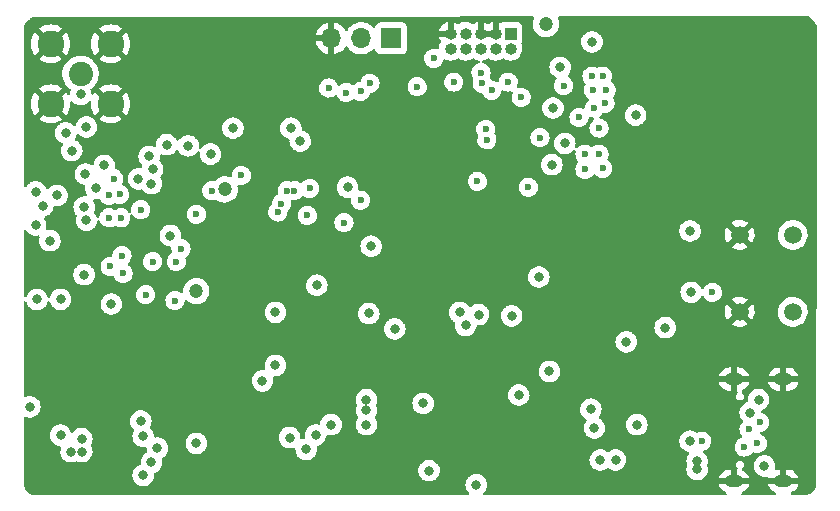
<source format=gbr>
%TF.GenerationSoftware,KiCad,Pcbnew,(5.99.0-8018-g9a0f685a75)*%
%TF.CreationDate,2021-03-05T19:33:40+00:00*%
%TF.ProjectId,CM4,434d342e-6b69-4636-9164-5f7063625858,rev?*%
%TF.SameCoordinates,Original*%
%TF.FileFunction,Copper,L4,Bot*%
%TF.FilePolarity,Positive*%
%FSLAX46Y46*%
G04 Gerber Fmt 4.6, Leading zero omitted, Abs format (unit mm)*
G04 Created by KiCad (PCBNEW (5.99.0-8018-g9a0f685a75)) date 2021-03-05 19:33:40*
%MOMM*%
%LPD*%
G01*
G04 APERTURE LIST*
G04 Aperture macros list*
%AMRoundRect*
0 Rectangle with rounded corners*
0 $1 Rounding radius*
0 $2 $3 $4 $5 $6 $7 $8 $9 X,Y pos of 4 corners*
0 Add a 4 corners polygon primitive as box body*
4,1,4,$2,$3,$4,$5,$6,$7,$8,$9,$2,$3,0*
0 Add four circle primitives for the rounded corners*
1,1,$1+$1,$2,$3,0*
1,1,$1+$1,$4,$5,0*
1,1,$1+$1,$6,$7,0*
1,1,$1+$1,$8,$9,0*
0 Add four rect primitives between the rounded corners*
20,1,$1+$1,$2,$3,$4,$5,0*
20,1,$1+$1,$4,$5,$6,$7,0*
20,1,$1+$1,$6,$7,$8,$9,0*
20,1,$1+$1,$8,$9,$2,$3,0*%
G04 Aperture macros list end*
%TA.AperFunction,ComponentPad*%
%ADD10R,1.000000X1.000000*%
%TD*%
%TA.AperFunction,ComponentPad*%
%ADD11O,1.000000X1.000000*%
%TD*%
%TA.AperFunction,ComponentPad*%
%ADD12C,2.050000*%
%TD*%
%TA.AperFunction,ComponentPad*%
%ADD13C,2.250000*%
%TD*%
%TA.AperFunction,ComponentPad*%
%ADD14RoundRect,0.500000X0.300000X0.000000X0.300000X0.000000X-0.300000X0.000000X-0.300000X0.000000X0*%
%TD*%
%TA.AperFunction,ComponentPad*%
%ADD15C,1.500000*%
%TD*%
%TA.AperFunction,ComponentPad*%
%ADD16R,1.700000X1.700000*%
%TD*%
%TA.AperFunction,ComponentPad*%
%ADD17O,1.700000X1.700000*%
%TD*%
%TA.AperFunction,ViaPad*%
%ADD18C,1.200000*%
%TD*%
%TA.AperFunction,ViaPad*%
%ADD19C,0.800000*%
%TD*%
%TA.AperFunction,ViaPad*%
%ADD20C,0.600000*%
%TD*%
G04 APERTURE END LIST*
D10*
%TO.P,J3,1,Pin_1*%
%TO.N,/+3.3V*%
X137900000Y-77100000D03*
D11*
%TO.P,J3,2,Pin_2*%
%TO.N,/H7MCU/SWDIO*%
X137900000Y-78370000D03*
%TO.P,J3,3,Pin_3*%
%TO.N,GND*%
X136630000Y-77100000D03*
%TO.P,J3,4,Pin_4*%
%TO.N,/H7MCU/SWCLK*%
X136630000Y-78370000D03*
%TO.P,J3,5,Pin_5*%
%TO.N,GND*%
X135360000Y-77100000D03*
%TO.P,J3,6,Pin_6*%
%TO.N,/H7MCU/SWO*%
X135360000Y-78370000D03*
%TO.P,J3,7,Pin_7*%
%TO.N,no_connect_58*%
X134090000Y-77100000D03*
%TO.P,J3,8,Pin_8*%
%TO.N,no_connect_59*%
X134090000Y-78370000D03*
%TO.P,J3,9,Pin_9*%
%TO.N,GND*%
X132820000Y-77100000D03*
%TO.P,J3,10,Pin_10*%
%TO.N,/H7MCU/NRST*%
X132820000Y-78370000D03*
%TD*%
D12*
%TO.P,J2,1,In*%
%TO.N,Net-(J2-Pad1)*%
X101500000Y-80500000D03*
D13*
%TO.P,J2,2,Ext*%
%TO.N,GND*%
X104040000Y-77960000D03*
X98960000Y-83040000D03*
X98960000Y-77960000D03*
X104040000Y-83040000D03*
%TD*%
D14*
%TO.P,J1,S1,SHIELD*%
%TO.N,GND*%
X156820000Y-115020000D03*
X156820000Y-106380000D03*
X161000000Y-115020000D03*
X161000000Y-106380000D03*
%TD*%
D15*
%TO.P,S1,1,1*%
%TO.N,/H7MCU/NRST*%
X161800000Y-100650000D03*
%TO.P,S1,2,2*%
X161800000Y-94150000D03*
%TO.P,S1,3,3*%
%TO.N,GND*%
X157300000Y-94150000D03*
%TO.P,S1,4,4*%
X157300000Y-100650000D03*
%TD*%
D16*
%TO.P,J7,1,Pin_1*%
%TO.N,/H7MCU/USART_RX*%
X127800000Y-77500000D03*
D17*
%TO.P,J7,2,Pin_2*%
%TO.N,/H7MCU/USART_TX*%
X125260000Y-77500000D03*
%TO.P,J7,3,Pin_3*%
%TO.N,GND*%
X122720000Y-77500000D03*
%TD*%
D18*
%TO.N,GND*%
X161300000Y-104100000D03*
X149800000Y-86800000D03*
X108100000Y-81100000D03*
X121000000Y-103900000D03*
X135100000Y-109000000D03*
X135300000Y-107100000D03*
X159200000Y-97000000D03*
X114800000Y-82400000D03*
X112800000Y-102000000D03*
X140900000Y-96000000D03*
X113000000Y-77000000D03*
X112900000Y-79800000D03*
X149900000Y-82000000D03*
D19*
X153400000Y-104600000D03*
D18*
X128100000Y-106800000D03*
X112700000Y-95000000D03*
X104800000Y-102700000D03*
X133000000Y-106900000D03*
X131800000Y-87600000D03*
X156000000Y-83000000D03*
X150900000Y-78900000D03*
X116800000Y-77000000D03*
X98200000Y-102800000D03*
X112000000Y-113900000D03*
X157400000Y-104000000D03*
X129500000Y-94400000D03*
X116900000Y-79900000D03*
X107200000Y-77100000D03*
X128000000Y-87600000D03*
X104300000Y-80800000D03*
X143100000Y-93900000D03*
X136700000Y-108900000D03*
X118900000Y-114000000D03*
X158900000Y-82900000D03*
X156000000Y-79000000D03*
X113900000Y-105000000D03*
X133700000Y-94500000D03*
X116000000Y-102000000D03*
X117000000Y-83100000D03*
X159000000Y-85400000D03*
X144000000Y-100900000D03*
X137100000Y-105000000D03*
X108000000Y-102800000D03*
D19*
%TO.N,Net-(C15-Pad1)*%
X135200000Y-100900000D03*
X134100000Y-101800000D03*
D20*
%TO.N,Net-(C10-Pad2)*%
X107600000Y-96400000D03*
X107000000Y-99200000D03*
%TO.N,Net-(C10-Pad1)*%
X105000000Y-95900000D03*
X104000000Y-96800000D03*
X105100000Y-97400000D03*
%TO.N,/v_DIV_OUT*%
X123800000Y-93100000D03*
D18*
X113700000Y-90300000D03*
D20*
X112600000Y-90400000D03*
X120700000Y-92500000D03*
D19*
X110600000Y-86600000D03*
%TO.N,/Power/+5V*%
X119200000Y-111300000D03*
X106800000Y-114500000D03*
X151000000Y-102000000D03*
X138600000Y-107700000D03*
X106600000Y-109900000D03*
X135000000Y-115300000D03*
X147700000Y-103200000D03*
X122700000Y-110200000D03*
X120600000Y-112300000D03*
X125700000Y-110200000D03*
X131000000Y-114100000D03*
X106800000Y-111200000D03*
X141200000Y-105700000D03*
X121400000Y-111100000D03*
%TO.N,/VPOS*%
X99800000Y-111100000D03*
X100700000Y-112500000D03*
X98900000Y-94625000D03*
X101600000Y-112500000D03*
X99800000Y-99600000D03*
%TO.N,/VNEG*%
X101800000Y-91800000D03*
X107500000Y-113400000D03*
X111300000Y-111800000D03*
X101800000Y-97500000D03*
X108000000Y-112200000D03*
D20*
%TO.N,/+3.3V*%
X142400000Y-81500000D03*
D19*
X119300000Y-85100000D03*
D20*
X122500000Y-81700000D03*
D19*
X140300000Y-97700000D03*
X141500000Y-83400000D03*
X138000000Y-101000000D03*
X148500000Y-84000000D03*
D20*
X124000000Y-82100000D03*
D19*
X114400000Y-85100000D03*
X125900000Y-100800000D03*
X142100000Y-79950000D03*
X141400000Y-88200000D03*
X153100000Y-93800000D03*
X120100000Y-86200000D03*
X130500000Y-108400000D03*
X142500000Y-86400000D03*
X144800000Y-77800000D03*
D18*
X140900000Y-76300000D03*
D19*
X124100000Y-90100000D03*
D20*
X111300000Y-92400000D03*
D19*
X112500000Y-87300000D03*
%TO.N,/H7MCU/+3.3VA*%
X121500000Y-98400000D03*
X126100000Y-95100000D03*
D20*
%TO.N,Net-(C19-Pad1)*%
X138800000Y-82500000D03*
X135900000Y-86100000D03*
%TO.N,/Power/USB_CONN_D+*%
X159000000Y-110000000D03*
X158800000Y-111800000D03*
%TO.N,/Power/USB_CONN_D-*%
X157700000Y-112100000D03*
X158100000Y-110600000D03*
%TO.N,/H7MCU/HSE_IN*%
X120900000Y-90200000D03*
X115100000Y-89100000D03*
D19*
%TO.N,/H7MCU/NRST*%
X153200000Y-99000000D03*
D20*
X125200000Y-91200000D03*
X131400000Y-79200000D03*
X155000000Y-99000000D03*
%TO.N,/H7MCU/USART_TX*%
X125200000Y-82000000D03*
%TO.N,/H7MCU/USART_RX*%
X126000000Y-81300000D03*
D19*
%TO.N,/H7MCU/LED_STAT*%
X128100000Y-102100000D03*
X133600000Y-100700000D03*
%TO.N,Net-(F1-Pad2)*%
X144700000Y-108900000D03*
X145000000Y-110500000D03*
%TO.N,VCC*%
X146800000Y-113200000D03*
X158900000Y-108100000D03*
X153700000Y-114000000D03*
X159400000Y-113700000D03*
X145500000Y-113200000D03*
X153700000Y-113300000D03*
D20*
%TO.N,Net-(C11-Pad2)*%
X104300000Y-89400000D03*
D19*
X100250000Y-85500000D03*
X103500000Y-88250000D03*
X100750000Y-87000000D03*
D20*
X106600000Y-92000000D03*
D19*
%TO.N,P_AMP_OUT*%
X97800000Y-99600000D03*
X104100000Y-100000000D03*
D20*
X109500000Y-99700000D03*
D18*
X111300000Y-98900000D03*
D20*
%TO.N,Net-(C11-Pad1)*%
X104800000Y-90700000D03*
X103900000Y-90800000D03*
D19*
X102800000Y-90200000D03*
X101900000Y-89000000D03*
%TO.N,/3.3VREF*%
X125700000Y-108100000D03*
X118000000Y-100700000D03*
X116900000Y-106500000D03*
X125700000Y-109000000D03*
X118000000Y-105200000D03*
%TO.N,Net-(C31-Pad2)*%
X107300000Y-87500000D03*
X106400000Y-89400000D03*
X108800000Y-86500000D03*
X107500000Y-89800000D03*
%TO.N,Net-(IC3-Pad4)*%
X98300000Y-91700000D03*
X99500000Y-90800000D03*
X97700000Y-90500000D03*
%TO.N,Net-(IC3-Pad1)*%
X97700000Y-93300000D03*
X102000000Y-92900000D03*
D20*
X103900000Y-92700000D03*
X104900000Y-92700000D03*
D19*
%TO.N,Net-(IC4-Pad1)*%
X97200000Y-108700000D03*
X101600000Y-111400000D03*
%TO.N,Net-(IC5-Pad1)*%
X107600000Y-88600000D03*
D20*
X110000000Y-95300000D03*
D19*
X109100000Y-94200000D03*
D20*
X109600000Y-96400000D03*
D19*
%TO.N,Net-(J1-PadA5)*%
X153100000Y-111600000D03*
D20*
X154100000Y-111600000D03*
D19*
%TO.N,Net-(J1-PadB5)*%
X148600000Y-110200000D03*
X158200000Y-109200000D03*
%TO.N,Net-(J2-Pad1)*%
X101500000Y-82250000D03*
X102000000Y-85000000D03*
D20*
%TO.N,/H7MCU/SWO*%
X130000000Y-81600000D03*
%TO.N,/H7MCU/SDMMC_CMD*%
X145000000Y-83400000D03*
X145900000Y-83000000D03*
X143700000Y-84200000D03*
X133100000Y-81200000D03*
%TO.N,/H7MCU/SDMMC_CK*%
X145400000Y-85100000D03*
X135800000Y-85200000D03*
%TO.N,/H7MCU/SDMMC_D3*%
X146000000Y-81900000D03*
X144900000Y-81900000D03*
X135400000Y-80400000D03*
%TO.N,/H7MCU/SDMMC_D2*%
X145700000Y-80700000D03*
X144800000Y-80700000D03*
X137700000Y-81200000D03*
X135500000Y-81300000D03*
%TO.N,/H7MCU/SWCLK*%
X136300000Y-81900000D03*
%TO.N,/H7MCU/SWDIO*%
X140400000Y-85900000D03*
%TO.N,/H7MCU/SDMMC_D1*%
X135100000Y-89600000D03*
X144200000Y-88600000D03*
X145700000Y-88500000D03*
%TO.N,/H7MCU/SDMMC_D0*%
X144200000Y-87300000D03*
X139400000Y-90100000D03*
X145400000Y-87300000D03*
%TO.N,Net-(C48-Pad2)*%
X119600000Y-90400000D03*
X118500000Y-91500000D03*
X119000000Y-90400000D03*
X118200000Y-92200000D03*
%TD*%
%TA.AperFunction,Conductor*%
%TO.N,GND*%
G36*
X163105560Y-75621934D02*
G01*
X163110302Y-75624347D01*
X163118256Y-75628763D01*
X163261294Y-75715074D01*
X163268904Y-75720049D01*
X163291970Y-75736346D01*
X163299193Y-75741850D01*
X163428381Y-75847895D01*
X163435162Y-75853883D01*
X163455645Y-75873332D01*
X163461993Y-75879812D01*
X163574547Y-76003307D01*
X163580426Y-76010245D01*
X163597909Y-76032454D01*
X163603275Y-76039801D01*
X163696867Y-76178179D01*
X163701685Y-76185888D01*
X163715800Y-76210399D01*
X163720039Y-76218418D01*
X163792748Y-76368833D01*
X163796407Y-76377154D01*
X163809821Y-76410926D01*
X163818720Y-76457517D01*
X163812416Y-85692876D01*
X163792115Y-115431163D01*
X163792104Y-115447179D01*
X163778277Y-115504480D01*
X163776579Y-115507799D01*
X163772027Y-115515939D01*
X163687444Y-115654858D01*
X163682289Y-115662657D01*
X163666275Y-115685035D01*
X163660560Y-115692426D01*
X163556366Y-115817317D01*
X163550125Y-115824257D01*
X163530935Y-115844068D01*
X163524218Y-115850506D01*
X163402696Y-115958626D01*
X163395529Y-115964542D01*
X163373605Y-115981309D01*
X163365986Y-115986700D01*
X163229856Y-116075638D01*
X163221849Y-116080455D01*
X163197722Y-116093778D01*
X163189377Y-116097990D01*
X163041583Y-116165830D01*
X163032951Y-116169412D01*
X162993483Y-116184094D01*
X162949552Y-116192000D01*
X161748594Y-116192000D01*
X161680473Y-116171998D01*
X161633980Y-116118342D01*
X161623876Y-116048068D01*
X161653370Y-115983488D01*
X161689441Y-115954748D01*
X161855151Y-115866639D01*
X161865360Y-115859857D01*
X162009019Y-115742691D01*
X162017723Y-115734047D01*
X162135886Y-115591213D01*
X162142746Y-115581042D01*
X162230918Y-115417970D01*
X162235668Y-115406671D01*
X162271379Y-115291308D01*
X162271585Y-115277205D01*
X162264830Y-115274000D01*
X161254002Y-115273999D01*
X161253996Y-115274000D01*
X159741689Y-115273999D01*
X159728158Y-115277972D01*
X159727066Y-115285566D01*
X159761654Y-115400124D01*
X159766329Y-115411466D01*
X159853357Y-115575144D01*
X159860144Y-115585360D01*
X159977310Y-115729019D01*
X159985954Y-115737723D01*
X160128789Y-115855887D01*
X160138957Y-115862746D01*
X160307447Y-115953848D01*
X160306512Y-115955577D01*
X160354520Y-115994678D01*
X160376590Y-116062157D01*
X160358675Y-116130856D01*
X160306463Y-116178964D01*
X160250649Y-116192000D01*
X157568594Y-116192000D01*
X157500473Y-116171998D01*
X157453980Y-116118342D01*
X157443876Y-116048068D01*
X157473370Y-115983488D01*
X157509441Y-115954748D01*
X157675151Y-115866639D01*
X157685360Y-115859857D01*
X157829019Y-115742691D01*
X157837723Y-115734047D01*
X157955886Y-115591213D01*
X157962746Y-115581042D01*
X158050918Y-115417970D01*
X158055668Y-115406671D01*
X158091379Y-115291308D01*
X158091585Y-115277205D01*
X158084830Y-115274000D01*
X157074002Y-115273999D01*
X157073996Y-115274000D01*
X155561689Y-115273999D01*
X155548158Y-115277972D01*
X155547066Y-115285566D01*
X155581654Y-115400124D01*
X155586329Y-115411466D01*
X155673357Y-115575144D01*
X155680144Y-115585360D01*
X155797310Y-115729019D01*
X155805954Y-115737723D01*
X155948789Y-115855887D01*
X155958957Y-115862746D01*
X156127447Y-115953848D01*
X156126512Y-115955577D01*
X156174520Y-115994678D01*
X156196590Y-116062157D01*
X156178675Y-116130856D01*
X156126463Y-116178964D01*
X156070649Y-116192000D01*
X135701747Y-116192000D01*
X135633626Y-116171998D01*
X135587133Y-116118342D01*
X135577029Y-116048068D01*
X135606523Y-115983488D01*
X135610588Y-115979345D01*
X135611251Y-115978863D01*
X135739037Y-115836942D01*
X135798444Y-115734047D01*
X135831220Y-115677277D01*
X135831221Y-115677276D01*
X135834524Y-115671554D01*
X135887731Y-115507799D01*
X135891498Y-115496206D01*
X135891498Y-115496205D01*
X135893538Y-115489927D01*
X135913500Y-115300000D01*
X135893538Y-115110073D01*
X135867919Y-115031224D01*
X135848078Y-114970162D01*
X135834524Y-114928446D01*
X135739037Y-114763058D01*
X135667280Y-114683363D01*
X135615673Y-114626048D01*
X135615672Y-114626047D01*
X135611251Y-114621137D01*
X135605909Y-114617256D01*
X135605907Y-114617254D01*
X135462092Y-114512767D01*
X135462091Y-114512766D01*
X135456750Y-114508886D01*
X135450722Y-114506202D01*
X135450720Y-114506201D01*
X135288318Y-114433895D01*
X135288317Y-114433895D01*
X135282287Y-114431210D01*
X135188887Y-114411357D01*
X135101944Y-114392876D01*
X135101939Y-114392876D01*
X135095487Y-114391504D01*
X134904513Y-114391504D01*
X134898061Y-114392876D01*
X134898056Y-114392876D01*
X134811113Y-114411357D01*
X134717713Y-114431210D01*
X134711683Y-114433895D01*
X134711682Y-114433895D01*
X134549280Y-114506201D01*
X134549278Y-114506202D01*
X134543250Y-114508886D01*
X134537909Y-114512766D01*
X134537908Y-114512767D01*
X134394093Y-114617254D01*
X134394091Y-114617256D01*
X134388749Y-114621137D01*
X134384328Y-114626047D01*
X134384327Y-114626048D01*
X134332721Y-114683363D01*
X134260963Y-114763058D01*
X134165476Y-114928446D01*
X134151922Y-114970162D01*
X134132082Y-115031224D01*
X134106462Y-115110073D01*
X134086500Y-115300000D01*
X134106462Y-115489927D01*
X134108502Y-115496205D01*
X134108502Y-115496206D01*
X134112269Y-115507799D01*
X134165476Y-115671554D01*
X134168779Y-115677276D01*
X134168780Y-115677277D01*
X134201556Y-115734047D01*
X134260963Y-115836942D01*
X134265381Y-115841849D01*
X134265382Y-115841850D01*
X134388749Y-115978863D01*
X134387345Y-115980127D01*
X134419801Y-116032804D01*
X134418453Y-116103788D01*
X134378942Y-116162774D01*
X134313813Y-116191036D01*
X134298253Y-116192000D01*
X97452036Y-116192000D01*
X97394883Y-116178292D01*
X97389694Y-116175651D01*
X97381750Y-116171240D01*
X97238707Y-116084926D01*
X97231096Y-116079950D01*
X97208032Y-116063654D01*
X97200798Y-116058141D01*
X97097751Y-115973557D01*
X97071636Y-115952121D01*
X97064833Y-115946113D01*
X97044364Y-115926676D01*
X97038002Y-115920183D01*
X96966609Y-115841850D01*
X96925439Y-115796678D01*
X96919571Y-115789753D01*
X96909981Y-115777571D01*
X96902097Y-115767554D01*
X96896736Y-115760213D01*
X96803136Y-115621826D01*
X96798315Y-115614112D01*
X96784213Y-115589623D01*
X96779968Y-115581594D01*
X96707240Y-115431141D01*
X96703596Y-115422853D01*
X96690067Y-115388791D01*
X96681169Y-115342313D01*
X96680324Y-111878863D01*
X96680135Y-111100000D01*
X98886500Y-111100000D01*
X98906462Y-111289927D01*
X98965476Y-111471554D01*
X99060963Y-111636942D01*
X99188749Y-111778863D01*
X99194091Y-111782744D01*
X99194093Y-111782746D01*
X99337908Y-111887233D01*
X99343250Y-111891114D01*
X99349278Y-111893798D01*
X99349280Y-111893799D01*
X99511682Y-111966105D01*
X99517713Y-111968790D01*
X99586273Y-111983363D01*
X99698056Y-112007124D01*
X99698061Y-112007124D01*
X99704513Y-112008496D01*
X99731026Y-112008496D01*
X99799147Y-112028498D01*
X99845640Y-112082154D01*
X99855744Y-112152428D01*
X99850859Y-112173432D01*
X99811868Y-112293434D01*
X99806462Y-112310073D01*
X99805772Y-112316636D01*
X99805772Y-112316637D01*
X99804602Y-112327767D01*
X99786500Y-112500000D01*
X99787190Y-112506565D01*
X99798411Y-112613322D01*
X99806462Y-112689927D01*
X99808502Y-112696205D01*
X99808502Y-112696206D01*
X99839466Y-112791504D01*
X99865476Y-112871554D01*
X99868779Y-112877276D01*
X99868780Y-112877277D01*
X99878843Y-112894706D01*
X99960963Y-113036942D01*
X99965381Y-113041849D01*
X99965382Y-113041850D01*
X100084327Y-113173952D01*
X100088749Y-113178863D01*
X100094091Y-113182744D01*
X100094093Y-113182746D01*
X100237908Y-113287233D01*
X100243250Y-113291114D01*
X100249278Y-113293798D01*
X100249280Y-113293799D01*
X100341215Y-113334731D01*
X100417713Y-113368790D01*
X100486273Y-113383363D01*
X100598056Y-113407124D01*
X100598061Y-113407124D01*
X100604513Y-113408496D01*
X100795487Y-113408496D01*
X100801939Y-113407124D01*
X100801944Y-113407124D01*
X100913727Y-113383363D01*
X100982287Y-113368790D01*
X100988318Y-113366105D01*
X101098751Y-113316937D01*
X101169118Y-113307503D01*
X101201249Y-113316937D01*
X101311682Y-113366105D01*
X101317713Y-113368790D01*
X101386273Y-113383363D01*
X101498056Y-113407124D01*
X101498061Y-113407124D01*
X101504513Y-113408496D01*
X101695487Y-113408496D01*
X101701939Y-113407124D01*
X101701944Y-113407124D01*
X101813727Y-113383363D01*
X101882287Y-113368790D01*
X101958785Y-113334731D01*
X102050720Y-113293799D01*
X102050722Y-113293798D01*
X102056750Y-113291114D01*
X102062092Y-113287233D01*
X102205907Y-113182746D01*
X102205909Y-113182744D01*
X102211251Y-113178863D01*
X102215673Y-113173952D01*
X102334618Y-113041850D01*
X102334619Y-113041849D01*
X102339037Y-113036942D01*
X102421157Y-112894706D01*
X102431220Y-112877277D01*
X102431221Y-112877276D01*
X102434524Y-112871554D01*
X102460534Y-112791504D01*
X102491498Y-112696206D01*
X102491498Y-112696205D01*
X102493538Y-112689927D01*
X102501590Y-112613322D01*
X102512810Y-112506565D01*
X102513500Y-112500000D01*
X102495398Y-112327767D01*
X102494228Y-112316637D01*
X102494228Y-112316636D01*
X102493538Y-112310073D01*
X102487951Y-112292876D01*
X102448078Y-112170162D01*
X102434524Y-112128446D01*
X102415592Y-112095654D01*
X102367871Y-112013000D01*
X102351133Y-111944005D01*
X102367871Y-111887000D01*
X102431220Y-111777277D01*
X102431221Y-111777276D01*
X102434524Y-111771554D01*
X102467016Y-111671554D01*
X102491498Y-111596206D01*
X102491498Y-111596205D01*
X102493538Y-111589927D01*
X102513500Y-111400000D01*
X102495469Y-111228446D01*
X102494228Y-111216637D01*
X102494228Y-111216636D01*
X102493538Y-111210073D01*
X102467135Y-111128811D01*
X102447646Y-111068831D01*
X102434524Y-111028446D01*
X102428829Y-111018581D01*
X102384166Y-110941224D01*
X102339037Y-110863058D01*
X102332001Y-110855243D01*
X102215673Y-110726048D01*
X102215672Y-110726047D01*
X102211251Y-110721137D01*
X102205909Y-110717256D01*
X102205907Y-110717254D01*
X102062092Y-110612767D01*
X102062091Y-110612766D01*
X102056750Y-110608886D01*
X102050722Y-110606202D01*
X102050720Y-110606201D01*
X101888318Y-110533895D01*
X101888317Y-110533895D01*
X101882287Y-110531210D01*
X101766343Y-110506565D01*
X101701944Y-110492876D01*
X101701939Y-110492876D01*
X101695487Y-110491504D01*
X101504513Y-110491504D01*
X101498061Y-110492876D01*
X101498056Y-110492876D01*
X101433657Y-110506565D01*
X101317713Y-110531210D01*
X101311683Y-110533895D01*
X101311682Y-110533895D01*
X101149280Y-110606201D01*
X101149278Y-110606202D01*
X101143250Y-110608886D01*
X101137909Y-110612766D01*
X101137908Y-110612767D01*
X100994093Y-110717254D01*
X100994091Y-110717256D01*
X100988749Y-110721137D01*
X100872737Y-110849982D01*
X100812294Y-110887220D01*
X100741310Y-110885868D01*
X100682325Y-110846355D01*
X100659270Y-110804606D01*
X100637379Y-110737234D01*
X100634524Y-110728446D01*
X100613196Y-110691504D01*
X100596772Y-110663058D01*
X100539037Y-110563058D01*
X100505711Y-110526045D01*
X100415673Y-110426048D01*
X100415672Y-110426047D01*
X100411251Y-110421137D01*
X100405909Y-110417256D01*
X100405907Y-110417254D01*
X100262092Y-110312767D01*
X100262091Y-110312766D01*
X100256750Y-110308886D01*
X100250722Y-110306202D01*
X100250720Y-110306201D01*
X100088318Y-110233895D01*
X100088317Y-110233895D01*
X100082287Y-110231210D01*
X99988887Y-110211357D01*
X99901944Y-110192876D01*
X99901939Y-110192876D01*
X99895487Y-110191504D01*
X99704513Y-110191504D01*
X99698061Y-110192876D01*
X99698056Y-110192876D01*
X99611113Y-110211357D01*
X99517713Y-110231210D01*
X99511683Y-110233895D01*
X99511682Y-110233895D01*
X99349280Y-110306201D01*
X99349278Y-110306202D01*
X99343250Y-110308886D01*
X99337909Y-110312766D01*
X99337908Y-110312767D01*
X99194093Y-110417254D01*
X99194091Y-110417256D01*
X99188749Y-110421137D01*
X99184328Y-110426047D01*
X99184327Y-110426048D01*
X99094290Y-110526045D01*
X99060963Y-110563058D01*
X99003228Y-110663058D01*
X98986805Y-110691504D01*
X98965476Y-110728446D01*
X98962621Y-110737234D01*
X98912050Y-110892876D01*
X98906462Y-110910073D01*
X98886500Y-111100000D01*
X96680135Y-111100000D01*
X96679842Y-109900000D01*
X105686500Y-109900000D01*
X105687190Y-109906565D01*
X105698207Y-110011381D01*
X105706462Y-110089927D01*
X105708502Y-110096205D01*
X105708502Y-110096206D01*
X105721020Y-110134731D01*
X105765476Y-110271554D01*
X105768779Y-110277276D01*
X105768780Y-110277277D01*
X105784090Y-110303794D01*
X105860963Y-110436942D01*
X105865381Y-110441849D01*
X105865382Y-110441850D01*
X105984329Y-110573955D01*
X105984333Y-110573959D01*
X105988749Y-110578863D01*
X105993029Y-110581973D01*
X106030014Y-110642002D01*
X106028663Y-110712986D01*
X106017583Y-110738194D01*
X105977766Y-110807160D01*
X105965476Y-110828446D01*
X105940994Y-110903794D01*
X105908666Y-111003291D01*
X105906462Y-111010073D01*
X105886500Y-111200000D01*
X105887190Y-111206565D01*
X105903686Y-111363511D01*
X105906462Y-111389927D01*
X105908502Y-111396205D01*
X105908502Y-111396206D01*
X105919429Y-111429835D01*
X105965476Y-111571554D01*
X106060963Y-111736942D01*
X106065381Y-111741849D01*
X106065382Y-111741850D01*
X106121308Y-111803962D01*
X106188749Y-111878863D01*
X106194091Y-111882744D01*
X106194093Y-111882746D01*
X106337908Y-111987233D01*
X106343250Y-111991114D01*
X106349278Y-111993798D01*
X106349280Y-111993799D01*
X106498826Y-112060381D01*
X106517713Y-112068790D01*
X106604480Y-112087233D01*
X106698056Y-112107124D01*
X106698061Y-112107124D01*
X106704513Y-112108496D01*
X106895487Y-112108496D01*
X106901942Y-112107124D01*
X106901951Y-112107123D01*
X106936038Y-112099877D01*
X107006829Y-112105278D01*
X107063462Y-112148094D01*
X107087546Y-112209953D01*
X107091922Y-112251585D01*
X107106462Y-112389927D01*
X107125568Y-112448730D01*
X107127596Y-112519695D01*
X107090934Y-112580493D01*
X107056985Y-112602770D01*
X107049285Y-112606198D01*
X107049277Y-112606203D01*
X107043250Y-112608886D01*
X107037909Y-112612766D01*
X107037908Y-112612767D01*
X106894093Y-112717254D01*
X106894091Y-112717256D01*
X106888749Y-112721137D01*
X106884328Y-112726047D01*
X106884327Y-112726048D01*
X106792012Y-112828575D01*
X106760963Y-112863058D01*
X106702689Y-112963992D01*
X106683499Y-112997230D01*
X106665476Y-113028446D01*
X106661121Y-113041850D01*
X106612050Y-113192876D01*
X106606462Y-113210073D01*
X106586500Y-113400000D01*
X106587190Y-113406565D01*
X106587190Y-113406566D01*
X106597135Y-113501191D01*
X106584363Y-113571029D01*
X106535860Y-113622876D01*
X106517657Y-113631084D01*
X106517713Y-113631210D01*
X106349280Y-113706201D01*
X106349278Y-113706202D01*
X106343250Y-113708886D01*
X106337909Y-113712766D01*
X106337908Y-113712767D01*
X106194093Y-113817254D01*
X106194091Y-113817256D01*
X106188749Y-113821137D01*
X106184328Y-113826047D01*
X106184327Y-113826048D01*
X106102761Y-113916637D01*
X106060963Y-113963058D01*
X105965476Y-114128446D01*
X105963434Y-114134731D01*
X105910968Y-114296206D01*
X105906462Y-114310073D01*
X105905772Y-114316636D01*
X105905772Y-114316637D01*
X105893874Y-114429838D01*
X105886500Y-114500000D01*
X105906462Y-114689927D01*
X105908502Y-114696205D01*
X105908502Y-114696206D01*
X105933763Y-114773952D01*
X105965476Y-114871554D01*
X105968779Y-114877276D01*
X105968780Y-114877277D01*
X105995018Y-114922723D01*
X106060963Y-115036942D01*
X106065381Y-115041849D01*
X106065382Y-115041850D01*
X106184327Y-115173952D01*
X106188749Y-115178863D01*
X106194091Y-115182744D01*
X106194093Y-115182746D01*
X106335614Y-115285566D01*
X106343250Y-115291114D01*
X106349278Y-115293798D01*
X106349280Y-115293799D01*
X106511682Y-115366105D01*
X106517713Y-115368790D01*
X106611113Y-115388643D01*
X106698056Y-115407124D01*
X106698061Y-115407124D01*
X106704513Y-115408496D01*
X106895487Y-115408496D01*
X106901939Y-115407124D01*
X106901944Y-115407124D01*
X106988887Y-115388643D01*
X107082287Y-115368790D01*
X107088318Y-115366105D01*
X107250720Y-115293799D01*
X107250722Y-115293798D01*
X107256750Y-115291114D01*
X107264386Y-115285566D01*
X107405907Y-115182746D01*
X107405909Y-115182744D01*
X107411251Y-115178863D01*
X107415673Y-115173952D01*
X107534618Y-115041850D01*
X107534619Y-115041849D01*
X107539037Y-115036942D01*
X107604982Y-114922723D01*
X107631220Y-114877277D01*
X107631221Y-114877276D01*
X107634524Y-114871554D01*
X107666237Y-114773952D01*
X107691498Y-114696206D01*
X107691498Y-114696205D01*
X107693538Y-114689927D01*
X107713500Y-114500000D01*
X107709806Y-114464856D01*
X107702865Y-114398809D01*
X107715637Y-114328971D01*
X107764140Y-114277124D01*
X107782343Y-114268916D01*
X107782287Y-114268790D01*
X107950720Y-114193799D01*
X107950722Y-114193798D01*
X107956750Y-114191114D01*
X107966386Y-114184113D01*
X108082158Y-114100000D01*
X130086500Y-114100000D01*
X130106462Y-114289927D01*
X130108502Y-114296205D01*
X130108502Y-114296206D01*
X130119148Y-114328971D01*
X130165476Y-114471554D01*
X130260963Y-114636942D01*
X130265381Y-114641849D01*
X130265382Y-114641850D01*
X130377167Y-114766000D01*
X130388749Y-114778863D01*
X130394091Y-114782744D01*
X130394093Y-114782746D01*
X130514412Y-114870162D01*
X130543250Y-114891114D01*
X130549278Y-114893798D01*
X130549280Y-114893799D01*
X130641215Y-114934731D01*
X130717713Y-114968790D01*
X130811113Y-114988643D01*
X130898056Y-115007124D01*
X130898061Y-115007124D01*
X130904513Y-115008496D01*
X131095487Y-115008496D01*
X131101939Y-115007124D01*
X131101944Y-115007124D01*
X131188887Y-114988643D01*
X131282287Y-114968790D01*
X131358785Y-114934731D01*
X131450720Y-114893799D01*
X131450722Y-114893798D01*
X131456750Y-114891114D01*
X131485588Y-114870162D01*
X131605907Y-114782746D01*
X131605909Y-114782744D01*
X131611251Y-114778863D01*
X131622833Y-114766000D01*
X131734618Y-114641850D01*
X131734619Y-114641849D01*
X131739037Y-114636942D01*
X131834524Y-114471554D01*
X131880852Y-114328971D01*
X131891498Y-114296206D01*
X131891498Y-114296205D01*
X131893538Y-114289927D01*
X131913500Y-114100000D01*
X131901648Y-113987233D01*
X131894228Y-113916637D01*
X131894228Y-113916636D01*
X131893538Y-113910073D01*
X131889033Y-113896206D01*
X131838879Y-113741850D01*
X131834524Y-113728446D01*
X131821335Y-113705601D01*
X131766633Y-113610855D01*
X131739037Y-113563058D01*
X131697240Y-113516637D01*
X131615673Y-113426048D01*
X131615672Y-113426047D01*
X131611251Y-113421137D01*
X131605909Y-113417256D01*
X131605907Y-113417254D01*
X131462092Y-113312767D01*
X131462091Y-113312766D01*
X131456750Y-113308886D01*
X131450722Y-113306202D01*
X131450720Y-113306201D01*
X131288318Y-113233895D01*
X131288317Y-113233895D01*
X131282287Y-113231210D01*
X131182846Y-113210073D01*
X131135459Y-113200000D01*
X144586500Y-113200000D01*
X144587190Y-113206565D01*
X144605538Y-113381131D01*
X144606462Y-113389927D01*
X144608502Y-113396205D01*
X144608502Y-113396206D01*
X144612495Y-113408496D01*
X144665476Y-113571554D01*
X144760963Y-113736942D01*
X144765381Y-113741849D01*
X144765382Y-113741850D01*
X144833276Y-113817254D01*
X144888749Y-113878863D01*
X144894091Y-113882744D01*
X144894093Y-113882746D01*
X145004634Y-113963058D01*
X145043250Y-113991114D01*
X145049278Y-113993798D01*
X145049280Y-113993799D01*
X145211682Y-114066105D01*
X145217713Y-114068790D01*
X145290827Y-114084331D01*
X145398056Y-114107124D01*
X145398061Y-114107124D01*
X145404513Y-114108496D01*
X145595487Y-114108496D01*
X145601939Y-114107124D01*
X145601944Y-114107124D01*
X145709173Y-114084331D01*
X145782287Y-114068790D01*
X145788318Y-114066105D01*
X145950720Y-113993799D01*
X145950722Y-113993798D01*
X145956750Y-113991114D01*
X145962092Y-113987233D01*
X145962097Y-113987230D01*
X146075940Y-113904519D01*
X146142807Y-113880660D01*
X146211959Y-113896741D01*
X146224060Y-113904519D01*
X146337903Y-113987230D01*
X146337908Y-113987233D01*
X146343250Y-113991114D01*
X146349278Y-113993798D01*
X146349280Y-113993799D01*
X146511682Y-114066105D01*
X146517713Y-114068790D01*
X146590827Y-114084331D01*
X146698056Y-114107124D01*
X146698061Y-114107124D01*
X146704513Y-114108496D01*
X146895487Y-114108496D01*
X146901939Y-114107124D01*
X146901944Y-114107124D01*
X147009173Y-114084331D01*
X147082287Y-114068790D01*
X147088318Y-114066105D01*
X147250720Y-113993799D01*
X147250722Y-113993798D01*
X147256750Y-113991114D01*
X147295366Y-113963058D01*
X147405907Y-113882746D01*
X147405909Y-113882744D01*
X147411251Y-113878863D01*
X147466724Y-113817254D01*
X147534618Y-113741850D01*
X147534619Y-113741849D01*
X147539037Y-113736942D01*
X147634524Y-113571554D01*
X147687505Y-113408496D01*
X147691498Y-113396206D01*
X147691498Y-113396205D01*
X147693538Y-113389927D01*
X147694463Y-113381131D01*
X147712810Y-113206565D01*
X147713500Y-113200000D01*
X147693538Y-113010073D01*
X147661895Y-112912684D01*
X147637379Y-112837234D01*
X147634524Y-112828446D01*
X147613196Y-112791504D01*
X147593942Y-112758156D01*
X147539037Y-112663058D01*
X147493416Y-112612390D01*
X147415673Y-112526048D01*
X147415672Y-112526047D01*
X147411251Y-112521137D01*
X147405909Y-112517256D01*
X147405907Y-112517254D01*
X147262092Y-112412767D01*
X147262091Y-112412766D01*
X147256750Y-112408886D01*
X147250722Y-112406202D01*
X147250720Y-112406201D01*
X147088318Y-112333895D01*
X147088317Y-112333895D01*
X147082287Y-112331210D01*
X146966343Y-112306565D01*
X146901944Y-112292876D01*
X146901939Y-112292876D01*
X146895487Y-112291504D01*
X146704513Y-112291504D01*
X146698061Y-112292876D01*
X146698056Y-112292876D01*
X146633657Y-112306565D01*
X146517713Y-112331210D01*
X146511683Y-112333895D01*
X146511682Y-112333895D01*
X146349280Y-112406201D01*
X146349278Y-112406202D01*
X146343250Y-112408886D01*
X146337908Y-112412767D01*
X146337903Y-112412770D01*
X146224060Y-112495481D01*
X146157193Y-112519340D01*
X146088041Y-112503259D01*
X146075940Y-112495481D01*
X145962097Y-112412770D01*
X145962092Y-112412767D01*
X145956750Y-112408886D01*
X145950722Y-112406202D01*
X145950720Y-112406201D01*
X145788318Y-112333895D01*
X145788317Y-112333895D01*
X145782287Y-112331210D01*
X145666343Y-112306565D01*
X145601944Y-112292876D01*
X145601939Y-112292876D01*
X145595487Y-112291504D01*
X145404513Y-112291504D01*
X145398061Y-112292876D01*
X145398056Y-112292876D01*
X145333657Y-112306565D01*
X145217713Y-112331210D01*
X145211683Y-112333895D01*
X145211682Y-112333895D01*
X145049280Y-112406201D01*
X145049278Y-112406202D01*
X145043250Y-112408886D01*
X145037909Y-112412766D01*
X145037908Y-112412767D01*
X144894093Y-112517254D01*
X144894091Y-112517256D01*
X144888749Y-112521137D01*
X144884328Y-112526047D01*
X144884327Y-112526048D01*
X144806585Y-112612390D01*
X144760963Y-112663058D01*
X144706058Y-112758156D01*
X144686805Y-112791504D01*
X144665476Y-112828446D01*
X144662621Y-112837234D01*
X144638106Y-112912684D01*
X144606462Y-113010073D01*
X144586500Y-113200000D01*
X131135459Y-113200000D01*
X131101944Y-113192876D01*
X131101939Y-113192876D01*
X131095487Y-113191504D01*
X130904513Y-113191504D01*
X130898061Y-113192876D01*
X130898056Y-113192876D01*
X130817154Y-113210073D01*
X130717713Y-113231210D01*
X130711683Y-113233895D01*
X130711682Y-113233895D01*
X130549280Y-113306201D01*
X130549278Y-113306202D01*
X130543250Y-113308886D01*
X130537909Y-113312766D01*
X130537908Y-113312767D01*
X130394093Y-113417254D01*
X130394091Y-113417256D01*
X130388749Y-113421137D01*
X130384328Y-113426047D01*
X130384327Y-113426048D01*
X130302761Y-113516637D01*
X130260963Y-113563058D01*
X130233367Y-113610855D01*
X130178666Y-113705601D01*
X130165476Y-113728446D01*
X130161121Y-113741850D01*
X130110968Y-113896206D01*
X130106462Y-113910073D01*
X130105772Y-113916636D01*
X130105772Y-113916637D01*
X130098352Y-113987233D01*
X130086500Y-114100000D01*
X108082158Y-114100000D01*
X108105907Y-114082746D01*
X108105909Y-114082744D01*
X108111251Y-114078863D01*
X108117832Y-114071554D01*
X108234618Y-113941850D01*
X108234619Y-113941849D01*
X108239037Y-113936942D01*
X108312285Y-113810073D01*
X108331220Y-113777277D01*
X108331221Y-113777276D01*
X108334524Y-113771554D01*
X108386670Y-113611064D01*
X108391498Y-113596206D01*
X108391498Y-113596205D01*
X108393538Y-113589927D01*
X108402865Y-113501191D01*
X108412810Y-113406565D01*
X108413500Y-113400000D01*
X108393538Y-113210073D01*
X108374432Y-113151270D01*
X108372404Y-113080305D01*
X108409066Y-113019507D01*
X108443015Y-112997230D01*
X108450715Y-112993802D01*
X108450723Y-112993797D01*
X108456750Y-112991114D01*
X108564586Y-112912767D01*
X108605907Y-112882746D01*
X108605909Y-112882744D01*
X108611251Y-112878863D01*
X108655393Y-112829838D01*
X108734618Y-112741850D01*
X108734619Y-112741849D01*
X108739037Y-112736942D01*
X108814522Y-112606198D01*
X108831220Y-112577277D01*
X108831221Y-112577276D01*
X108834524Y-112571554D01*
X108874433Y-112448727D01*
X108891498Y-112396206D01*
X108891499Y-112396203D01*
X108893538Y-112389927D01*
X108900245Y-112326119D01*
X108912810Y-112206565D01*
X108913500Y-112200000D01*
X108908500Y-112152428D01*
X108894228Y-112016637D01*
X108894228Y-112016636D01*
X108893538Y-112010073D01*
X108889033Y-111996206D01*
X108838879Y-111841850D01*
X108834524Y-111828446D01*
X108818101Y-111800000D01*
X110386500Y-111800000D01*
X110387190Y-111806565D01*
X110402266Y-111950000D01*
X110406462Y-111989927D01*
X110408502Y-111996205D01*
X110408502Y-111996206D01*
X110418994Y-112028498D01*
X110465476Y-112171554D01*
X110468779Y-112177276D01*
X110468780Y-112177277D01*
X110487646Y-112209953D01*
X110560963Y-112336942D01*
X110565381Y-112341849D01*
X110565382Y-112341850D01*
X110684256Y-112473873D01*
X110688749Y-112478863D01*
X110694091Y-112482744D01*
X110694093Y-112482746D01*
X110795782Y-112556627D01*
X110843250Y-112591114D01*
X110849278Y-112593798D01*
X110849280Y-112593799D01*
X111011682Y-112666105D01*
X111017713Y-112668790D01*
X111086273Y-112683363D01*
X111198056Y-112707124D01*
X111198061Y-112707124D01*
X111204513Y-112708496D01*
X111395487Y-112708496D01*
X111401939Y-112707124D01*
X111401944Y-112707124D01*
X111513727Y-112683363D01*
X111582287Y-112668790D01*
X111588318Y-112666105D01*
X111750720Y-112593799D01*
X111750722Y-112593798D01*
X111756750Y-112591114D01*
X111804218Y-112556627D01*
X111905907Y-112482746D01*
X111905909Y-112482744D01*
X111911251Y-112478863D01*
X111915744Y-112473873D01*
X112034618Y-112341850D01*
X112034619Y-112341849D01*
X112039037Y-112336942D01*
X112112354Y-112209953D01*
X112131220Y-112177277D01*
X112131221Y-112177276D01*
X112134524Y-112171554D01*
X112181006Y-112028498D01*
X112191498Y-111996206D01*
X112191498Y-111996205D01*
X112193538Y-111989927D01*
X112197735Y-111950000D01*
X112212810Y-111806565D01*
X112213500Y-111800000D01*
X112193538Y-111610073D01*
X112189033Y-111596206D01*
X112141039Y-111448498D01*
X112134524Y-111428446D01*
X112113196Y-111391504D01*
X112078385Y-111331210D01*
X112060366Y-111300000D01*
X118286500Y-111300000D01*
X118287190Y-111306565D01*
X118303725Y-111463882D01*
X118306462Y-111489927D01*
X118365476Y-111671554D01*
X118460963Y-111836942D01*
X118465381Y-111841849D01*
X118465382Y-111841850D01*
X118584327Y-111973952D01*
X118588749Y-111978863D01*
X118594091Y-111982744D01*
X118594093Y-111982746D01*
X118737908Y-112087233D01*
X118743250Y-112091114D01*
X118749278Y-112093798D01*
X118749280Y-112093799D01*
X118911680Y-112166104D01*
X118917713Y-112168790D01*
X119011113Y-112188643D01*
X119098056Y-112207124D01*
X119098061Y-112207124D01*
X119104513Y-112208496D01*
X119295487Y-112208496D01*
X119301939Y-112207124D01*
X119301944Y-112207124D01*
X119388887Y-112188643D01*
X119482287Y-112168790D01*
X119488314Y-112166107D01*
X119488322Y-112166104D01*
X119511621Y-112155730D01*
X119581988Y-112146295D01*
X119646286Y-112176401D01*
X119684099Y-112236489D01*
X119688181Y-112284007D01*
X119686500Y-112300000D01*
X119687190Y-112306565D01*
X119698411Y-112413322D01*
X119706462Y-112489927D01*
X119708502Y-112496205D01*
X119708502Y-112496206D01*
X119728134Y-112556627D01*
X119765476Y-112671554D01*
X119768779Y-112677276D01*
X119768780Y-112677277D01*
X119791861Y-112717254D01*
X119860963Y-112836942D01*
X119865381Y-112841849D01*
X119865382Y-112841850D01*
X119929161Y-112912684D01*
X119988749Y-112978863D01*
X119994091Y-112982744D01*
X119994093Y-112982746D01*
X120137908Y-113087233D01*
X120143250Y-113091114D01*
X120149278Y-113093798D01*
X120149280Y-113093799D01*
X120311682Y-113166105D01*
X120317713Y-113168790D01*
X120411113Y-113188643D01*
X120498056Y-113207124D01*
X120498061Y-113207124D01*
X120504513Y-113208496D01*
X120695487Y-113208496D01*
X120701939Y-113207124D01*
X120701944Y-113207124D01*
X120788887Y-113188643D01*
X120882287Y-113168790D01*
X120888318Y-113166105D01*
X121050720Y-113093799D01*
X121050722Y-113093798D01*
X121056750Y-113091114D01*
X121062092Y-113087233D01*
X121205907Y-112982746D01*
X121205909Y-112982744D01*
X121211251Y-112978863D01*
X121270839Y-112912684D01*
X121334618Y-112841850D01*
X121334619Y-112841849D01*
X121339037Y-112836942D01*
X121408139Y-112717254D01*
X121431220Y-112677277D01*
X121431221Y-112677276D01*
X121434524Y-112671554D01*
X121471866Y-112556627D01*
X121491498Y-112496206D01*
X121491498Y-112496205D01*
X121493538Y-112489927D01*
X121501590Y-112413322D01*
X121512810Y-112306565D01*
X121513500Y-112300000D01*
X121511687Y-112282746D01*
X121494997Y-112123950D01*
X121507769Y-112054112D01*
X121556271Y-112002265D01*
X121594110Y-111987534D01*
X121675821Y-111970165D01*
X121675826Y-111970163D01*
X121682287Y-111968790D01*
X121688318Y-111966105D01*
X121850720Y-111893799D01*
X121850722Y-111893798D01*
X121856750Y-111891114D01*
X121862092Y-111887233D01*
X122005907Y-111782746D01*
X122005909Y-111782744D01*
X122011251Y-111778863D01*
X122139037Y-111636942D01*
X122160365Y-111600000D01*
X152186500Y-111600000D01*
X152206462Y-111789927D01*
X152208502Y-111796205D01*
X152208502Y-111796206D01*
X152219880Y-111831224D01*
X152265476Y-111971554D01*
X152268779Y-111977276D01*
X152268780Y-111977277D01*
X152287035Y-112008895D01*
X152360963Y-112136942D01*
X152365381Y-112141849D01*
X152365382Y-112141850D01*
X152423652Y-112206565D01*
X152488749Y-112278863D01*
X152494091Y-112282744D01*
X152494093Y-112282746D01*
X152637908Y-112387233D01*
X152643250Y-112391114D01*
X152649278Y-112393798D01*
X152649280Y-112393799D01*
X152779070Y-112451585D01*
X152817713Y-112468790D01*
X152946879Y-112496245D01*
X153009351Y-112529974D01*
X153043673Y-112592123D01*
X153038945Y-112662962D01*
X153014320Y-112703799D01*
X152960963Y-112763058D01*
X152865476Y-112928446D01*
X152863434Y-112934731D01*
X152832082Y-113031224D01*
X152806462Y-113110073D01*
X152786500Y-113300000D01*
X152806462Y-113489927D01*
X152808502Y-113496204D01*
X152808502Y-113496206D01*
X152845822Y-113611064D01*
X152847850Y-113682031D01*
X152845823Y-113688933D01*
X152806462Y-113810073D01*
X152805772Y-113816636D01*
X152805772Y-113816637D01*
X152797409Y-113896206D01*
X152786500Y-114000000D01*
X152806462Y-114189927D01*
X152865476Y-114371554D01*
X152960963Y-114536942D01*
X153088749Y-114678863D01*
X153094091Y-114682744D01*
X153094093Y-114682746D01*
X153212504Y-114768776D01*
X153243250Y-114791114D01*
X153249278Y-114793798D01*
X153249280Y-114793799D01*
X153411682Y-114866105D01*
X153417713Y-114868790D01*
X153504480Y-114887233D01*
X153598056Y-114907124D01*
X153598061Y-114907124D01*
X153604513Y-114908496D01*
X153795487Y-114908496D01*
X153801939Y-114907124D01*
X153801944Y-114907124D01*
X153895520Y-114887233D01*
X153982287Y-114868790D01*
X153988318Y-114866105D01*
X154150720Y-114793799D01*
X154150722Y-114793798D01*
X154156750Y-114791114D01*
X154187496Y-114768776D01*
X154195728Y-114762795D01*
X155548415Y-114762795D01*
X155555170Y-114766000D01*
X156547885Y-114766001D01*
X156563124Y-114761526D01*
X156564329Y-114760136D01*
X156566000Y-114752453D01*
X156566001Y-114030115D01*
X156561526Y-114014876D01*
X156560136Y-114013671D01*
X156552453Y-114012000D01*
X156472079Y-114012000D01*
X156465931Y-114012301D01*
X156329375Y-114025690D01*
X156317340Y-114028073D01*
X156139876Y-114081653D01*
X156128534Y-114086328D01*
X155964856Y-114173356D01*
X155954640Y-114180143D01*
X155810981Y-114297309D01*
X155802277Y-114305953D01*
X155684114Y-114448787D01*
X155677254Y-114458958D01*
X155589082Y-114622030D01*
X155584332Y-114633329D01*
X155548621Y-114748692D01*
X155548415Y-114762795D01*
X154195728Y-114762795D01*
X154305907Y-114682746D01*
X154305909Y-114682744D01*
X154311251Y-114678863D01*
X154439037Y-114536942D01*
X154534524Y-114371554D01*
X154593538Y-114189927D01*
X154613500Y-114000000D01*
X154602591Y-113896206D01*
X154594228Y-113816637D01*
X154594228Y-113816636D01*
X154593538Y-113810073D01*
X154554178Y-113688936D01*
X154552150Y-113617969D01*
X154554178Y-113611064D01*
X154557772Y-113600000D01*
X157009500Y-113600000D01*
X157030035Y-113716458D01*
X157089162Y-113818869D01*
X157097608Y-113825956D01*
X157099563Y-113828286D01*
X157128027Y-113893326D01*
X157116810Y-113963431D01*
X157098266Y-113991789D01*
X157075671Y-114017865D01*
X157074000Y-114025548D01*
X157073999Y-114747885D01*
X157078474Y-114763124D01*
X157079864Y-114764329D01*
X157087547Y-114766000D01*
X158078311Y-114766001D01*
X158091842Y-114762028D01*
X158092934Y-114754434D01*
X158058346Y-114639876D01*
X158053671Y-114628534D01*
X157966643Y-114464856D01*
X157959856Y-114454640D01*
X157842690Y-114310981D01*
X157834046Y-114302277D01*
X157691211Y-114184113D01*
X157681039Y-114177251D01*
X157541703Y-114101913D01*
X157491294Y-114051918D01*
X157475916Y-113982607D01*
X157500452Y-113915985D01*
X157520639Y-113894556D01*
X157602396Y-113825953D01*
X157602397Y-113825952D01*
X157610838Y-113818869D01*
X157669965Y-113716458D01*
X157672867Y-113700000D01*
X158486500Y-113700000D01*
X158487190Y-113706565D01*
X158498994Y-113818869D01*
X158506462Y-113889927D01*
X158508502Y-113896205D01*
X158508502Y-113896206D01*
X158536575Y-113982607D01*
X158565476Y-114071554D01*
X158568779Y-114077276D01*
X158568780Y-114077277D01*
X158595018Y-114122723D01*
X158660963Y-114236942D01*
X158665381Y-114241849D01*
X158665382Y-114241850D01*
X158743826Y-114328971D01*
X158788749Y-114378863D01*
X158794091Y-114382744D01*
X158794093Y-114382746D01*
X158907677Y-114465269D01*
X158943250Y-114491114D01*
X158949278Y-114493798D01*
X158949280Y-114493799D01*
X159111682Y-114566105D01*
X159117713Y-114568790D01*
X159211113Y-114588643D01*
X159298056Y-114607124D01*
X159298061Y-114607124D01*
X159304513Y-114608496D01*
X159495487Y-114608496D01*
X159501939Y-114607124D01*
X159501944Y-114607124D01*
X159581426Y-114590229D01*
X159652217Y-114595631D01*
X159708849Y-114638448D01*
X159733343Y-114705085D01*
X159728677Y-114744866D01*
X159728415Y-114762795D01*
X159735170Y-114766000D01*
X160727885Y-114766001D01*
X160743124Y-114761526D01*
X160744329Y-114760136D01*
X160746000Y-114752453D01*
X160746000Y-114747885D01*
X161253999Y-114747885D01*
X161258474Y-114763124D01*
X161259864Y-114764329D01*
X161267547Y-114766000D01*
X162258311Y-114766001D01*
X162271842Y-114762028D01*
X162272934Y-114754434D01*
X162238346Y-114639876D01*
X162233671Y-114628534D01*
X162146643Y-114464856D01*
X162139856Y-114454640D01*
X162022690Y-114310981D01*
X162014046Y-114302277D01*
X161871211Y-114184113D01*
X161861043Y-114177254D01*
X161697969Y-114089081D01*
X161686670Y-114084331D01*
X161509573Y-114029510D01*
X161497569Y-114027045D01*
X161357687Y-114012344D01*
X161351127Y-114012000D01*
X161272115Y-114012000D01*
X161256876Y-114016475D01*
X161255671Y-114017865D01*
X161254000Y-114025548D01*
X161253999Y-114747885D01*
X160746000Y-114747885D01*
X160746001Y-114030115D01*
X160741526Y-114014876D01*
X160740136Y-114013671D01*
X160732453Y-114012000D01*
X160652079Y-114012000D01*
X160645931Y-114012301D01*
X160509375Y-114025690D01*
X160497344Y-114028072D01*
X160451393Y-114041946D01*
X160380399Y-114042487D01*
X160320382Y-114004560D01*
X160290397Y-113940206D01*
X160291715Y-113895538D01*
X160293538Y-113889927D01*
X160313500Y-113700000D01*
X160293538Y-113510073D01*
X160289033Y-113496206D01*
X160248078Y-113370162D01*
X160234524Y-113328446D01*
X160139037Y-113163058D01*
X160097240Y-113116637D01*
X160015673Y-113026048D01*
X160015672Y-113026047D01*
X160011251Y-113021137D01*
X160005909Y-113017256D01*
X160005907Y-113017254D01*
X159862092Y-112912767D01*
X159862091Y-112912766D01*
X159856750Y-112908886D01*
X159850722Y-112906202D01*
X159850720Y-112906201D01*
X159688318Y-112833895D01*
X159688317Y-112833895D01*
X159682287Y-112831210D01*
X159588887Y-112811357D01*
X159501944Y-112792876D01*
X159501939Y-112792876D01*
X159495487Y-112791504D01*
X159304513Y-112791504D01*
X159298061Y-112792876D01*
X159298056Y-112792876D01*
X159211113Y-112811357D01*
X159117713Y-112831210D01*
X159111683Y-112833895D01*
X159111682Y-112833895D01*
X158949280Y-112906201D01*
X158949278Y-112906202D01*
X158943250Y-112908886D01*
X158937909Y-112912766D01*
X158937908Y-112912767D01*
X158794093Y-113017254D01*
X158794091Y-113017256D01*
X158788749Y-113021137D01*
X158784328Y-113026047D01*
X158784327Y-113026048D01*
X158702761Y-113116637D01*
X158660963Y-113163058D01*
X158565476Y-113328446D01*
X158551922Y-113370162D01*
X158510968Y-113496206D01*
X158506462Y-113510073D01*
X158486500Y-113700000D01*
X157672867Y-113700000D01*
X157690500Y-113600000D01*
X157669965Y-113483542D01*
X157610838Y-113381131D01*
X157520250Y-113305118D01*
X157409127Y-113264673D01*
X157290873Y-113264673D01*
X157179750Y-113305118D01*
X157089162Y-113381131D01*
X157030035Y-113483542D01*
X157009500Y-113600000D01*
X154557772Y-113600000D01*
X154591498Y-113496206D01*
X154591498Y-113496204D01*
X154593538Y-113489927D01*
X154613500Y-113300000D01*
X154593538Y-113110073D01*
X154567919Y-113031224D01*
X154536566Y-112934731D01*
X154534524Y-112928446D01*
X154439037Y-112763058D01*
X154367280Y-112683363D01*
X154315673Y-112626048D01*
X154315672Y-112626047D01*
X154311251Y-112621137D01*
X154305909Y-112617256D01*
X154305907Y-112617254D01*
X154283302Y-112600831D01*
X154239948Y-112544609D01*
X154233873Y-112473873D01*
X154267004Y-112411081D01*
X154318426Y-112379062D01*
X154356747Y-112366611D01*
X154429361Y-112343018D01*
X154429364Y-112343017D01*
X154436060Y-112340841D01*
X154545131Y-112275822D01*
X154585789Y-112251585D01*
X154585791Y-112251584D01*
X154591841Y-112247977D01*
X154723177Y-112122908D01*
X154745943Y-112088642D01*
X156886579Y-112088642D01*
X156904277Y-112269136D01*
X156906501Y-112275821D01*
X156906501Y-112275822D01*
X156923233Y-112326119D01*
X156961523Y-112441224D01*
X156965170Y-112447246D01*
X156965171Y-112447248D01*
X157051787Y-112590268D01*
X157055472Y-112596353D01*
X157181456Y-112726813D01*
X157187348Y-112730668D01*
X157187352Y-112730672D01*
X157245582Y-112768776D01*
X157333211Y-112826119D01*
X157503197Y-112889336D01*
X157510178Y-112890267D01*
X157510180Y-112890268D01*
X157559766Y-112896884D01*
X157682963Y-112913322D01*
X157689974Y-112912684D01*
X157689978Y-112912684D01*
X157830059Y-112899934D01*
X157863577Y-112896884D01*
X157870279Y-112894706D01*
X157870281Y-112894706D01*
X158029361Y-112843018D01*
X158029364Y-112843017D01*
X158036060Y-112840841D01*
X158131910Y-112783703D01*
X158185789Y-112751585D01*
X158185791Y-112751584D01*
X158191841Y-112747977D01*
X158323177Y-112622908D01*
X158341279Y-112595662D01*
X158395636Y-112549993D01*
X158466056Y-112540961D01*
X158490147Y-112547293D01*
X158603197Y-112589336D01*
X158610178Y-112590267D01*
X158610180Y-112590268D01*
X158659766Y-112596884D01*
X158782963Y-112613322D01*
X158789974Y-112612684D01*
X158789978Y-112612684D01*
X158930059Y-112599934D01*
X158963577Y-112596884D01*
X158970279Y-112594706D01*
X158970281Y-112594706D01*
X159129361Y-112543018D01*
X159129364Y-112543017D01*
X159136060Y-112540841D01*
X159240029Y-112478863D01*
X159285789Y-112451585D01*
X159285791Y-112451584D01*
X159291841Y-112447977D01*
X159423177Y-112322908D01*
X159499192Y-112208496D01*
X159519639Y-112177721D01*
X159519640Y-112177719D01*
X159523540Y-112171849D01*
X159587942Y-112002309D01*
X159610494Y-111841850D01*
X159612632Y-111826636D01*
X159612632Y-111826633D01*
X159613183Y-111822714D01*
X159613376Y-111808895D01*
X159613445Y-111803962D01*
X159613445Y-111803957D01*
X159613500Y-111800000D01*
X159593284Y-111619770D01*
X159586400Y-111600000D01*
X159535959Y-111455155D01*
X159533641Y-111448498D01*
X159462029Y-111333895D01*
X159441267Y-111300668D01*
X159441266Y-111300666D01*
X159437535Y-111294696D01*
X159385723Y-111242521D01*
X159350016Y-111206565D01*
X159309742Y-111166009D01*
X159205729Y-111100000D01*
X159162570Y-111072610D01*
X159162569Y-111072609D01*
X159156615Y-111068831D01*
X159089645Y-111044984D01*
X159032182Y-111003291D01*
X159006382Y-110937149D01*
X159020437Y-110867557D01*
X159069885Y-110816612D01*
X159120492Y-110800805D01*
X159163577Y-110796884D01*
X159170279Y-110794706D01*
X159170281Y-110794706D01*
X159329361Y-110743018D01*
X159329364Y-110743017D01*
X159336060Y-110740841D01*
X159432480Y-110683363D01*
X159485789Y-110651585D01*
X159485791Y-110651584D01*
X159491841Y-110647977D01*
X159623177Y-110522908D01*
X159703449Y-110402089D01*
X159719639Y-110377721D01*
X159719640Y-110377719D01*
X159723540Y-110371849D01*
X159787942Y-110202309D01*
X159813183Y-110022714D01*
X159813500Y-110000000D01*
X159793284Y-109819770D01*
X159733641Y-109648498D01*
X159681634Y-109565269D01*
X159641267Y-109500668D01*
X159641266Y-109500666D01*
X159637535Y-109494696D01*
X159588149Y-109444964D01*
X159526363Y-109382746D01*
X159509742Y-109366009D01*
X159356615Y-109268831D01*
X159186313Y-109208190D01*
X159128849Y-109166496D01*
X159103271Y-109102666D01*
X159102866Y-109098814D01*
X159115635Y-109028975D01*
X159164135Y-108977127D01*
X159182343Y-108968916D01*
X159182287Y-108968790D01*
X159350720Y-108893799D01*
X159350722Y-108893798D01*
X159356750Y-108891114D01*
X159362092Y-108887233D01*
X159505907Y-108782746D01*
X159505909Y-108782744D01*
X159511251Y-108778863D01*
X159523491Y-108765269D01*
X159634618Y-108641850D01*
X159634619Y-108641849D01*
X159639037Y-108636942D01*
X159734524Y-108471554D01*
X159766237Y-108373952D01*
X159791498Y-108296206D01*
X159791498Y-108296205D01*
X159793538Y-108289927D01*
X159802865Y-108201191D01*
X159812810Y-108106565D01*
X159813500Y-108100000D01*
X159793538Y-107910073D01*
X159789033Y-107896206D01*
X159757773Y-107800000D01*
X159734524Y-107728446D01*
X159639037Y-107563058D01*
X159603659Y-107523766D01*
X159515673Y-107426048D01*
X159515672Y-107426047D01*
X159511251Y-107421137D01*
X159505909Y-107417256D01*
X159505907Y-107417254D01*
X159362092Y-107312767D01*
X159362091Y-107312766D01*
X159356750Y-107308886D01*
X159350722Y-107306202D01*
X159350720Y-107306201D01*
X159188318Y-107233895D01*
X159188317Y-107233895D01*
X159182287Y-107231210D01*
X159088887Y-107211357D01*
X159001944Y-107192876D01*
X159001939Y-107192876D01*
X158995487Y-107191504D01*
X158804513Y-107191504D01*
X158798061Y-107192876D01*
X158798056Y-107192876D01*
X158711113Y-107211357D01*
X158617713Y-107231210D01*
X158611683Y-107233895D01*
X158611682Y-107233895D01*
X158449280Y-107306201D01*
X158449278Y-107306202D01*
X158443250Y-107308886D01*
X158437909Y-107312766D01*
X158437908Y-107312767D01*
X158294093Y-107417254D01*
X158294091Y-107417256D01*
X158288749Y-107421137D01*
X158284328Y-107426047D01*
X158284327Y-107426048D01*
X158196342Y-107523766D01*
X158160963Y-107563058D01*
X158065476Y-107728446D01*
X158042227Y-107800000D01*
X158010968Y-107896206D01*
X158006462Y-107910073D01*
X157986500Y-108100000D01*
X157987190Y-108106565D01*
X157987190Y-108106566D01*
X157997135Y-108201191D01*
X157984363Y-108271029D01*
X157935860Y-108322876D01*
X157917657Y-108331084D01*
X157917713Y-108331210D01*
X157749280Y-108406201D01*
X157749278Y-108406202D01*
X157743250Y-108408886D01*
X157737909Y-108412766D01*
X157737908Y-108412767D01*
X157594093Y-108517254D01*
X157594091Y-108517256D01*
X157588749Y-108521137D01*
X157584328Y-108526047D01*
X157584327Y-108526048D01*
X157497283Y-108622721D01*
X157460963Y-108663058D01*
X157365476Y-108828446D01*
X157363434Y-108834731D01*
X157312050Y-108992876D01*
X157306462Y-109010073D01*
X157286500Y-109200000D01*
X157306462Y-109389927D01*
X157308502Y-109396205D01*
X157308502Y-109396206D01*
X157338079Y-109487233D01*
X157365476Y-109571554D01*
X157368779Y-109577276D01*
X157368780Y-109577277D01*
X157395828Y-109624125D01*
X157460963Y-109736942D01*
X157551100Y-109837050D01*
X157581816Y-109901055D01*
X157573052Y-109971509D01*
X157545621Y-110011381D01*
X157474612Y-110080919D01*
X157469583Y-110085844D01*
X157465772Y-110091758D01*
X157465770Y-110091760D01*
X157438077Y-110134731D01*
X157371338Y-110238289D01*
X157368927Y-110244914D01*
X157311720Y-110402089D01*
X157311719Y-110402093D01*
X157309310Y-110408712D01*
X157286579Y-110588642D01*
X157304277Y-110769136D01*
X157306501Y-110775821D01*
X157306501Y-110775822D01*
X157329964Y-110846355D01*
X157361523Y-110941224D01*
X157365170Y-110947246D01*
X157365171Y-110947248D01*
X157441093Y-111072610D01*
X157455472Y-111096353D01*
X157460363Y-111101418D01*
X157460367Y-111101423D01*
X157486815Y-111128811D01*
X157519747Y-111191707D01*
X157513447Y-111262424D01*
X157469915Y-111318508D01*
X157436786Y-111335614D01*
X157353629Y-111363923D01*
X157347630Y-111367613D01*
X157347629Y-111367614D01*
X157311360Y-111389927D01*
X157199159Y-111458953D01*
X157069583Y-111585844D01*
X157065772Y-111591758D01*
X157065770Y-111591760D01*
X157018397Y-111665269D01*
X156971338Y-111738289D01*
X156955157Y-111782746D01*
X156911720Y-111902089D01*
X156911719Y-111902093D01*
X156909310Y-111908712D01*
X156886579Y-112088642D01*
X154745943Y-112088642D01*
X154793783Y-112016637D01*
X154819639Y-111977721D01*
X154819640Y-111977719D01*
X154823540Y-111971849D01*
X154887942Y-111802309D01*
X154902664Y-111697562D01*
X154912632Y-111626636D01*
X154912632Y-111626633D01*
X154913183Y-111622714D01*
X154913359Y-111610073D01*
X154913445Y-111603962D01*
X154913445Y-111603957D01*
X154913500Y-111600000D01*
X154893284Y-111419770D01*
X154890741Y-111412466D01*
X154845782Y-111283363D01*
X154833641Y-111248498D01*
X154787060Y-111173952D01*
X154741267Y-111100668D01*
X154741266Y-111100666D01*
X154737535Y-111094696D01*
X154723627Y-111080690D01*
X154649655Y-111006201D01*
X154609742Y-110966009D01*
X154483461Y-110885868D01*
X154462570Y-110872610D01*
X154462569Y-110872609D01*
X154456615Y-110868831D01*
X154285763Y-110807994D01*
X154278771Y-110807160D01*
X154278770Y-110807160D01*
X154174328Y-110794706D01*
X154105679Y-110786520D01*
X154098676Y-110787256D01*
X154098675Y-110787256D01*
X153932321Y-110804740D01*
X153932317Y-110804741D01*
X153925313Y-110805477D01*
X153918642Y-110807748D01*
X153760299Y-110861652D01*
X153760296Y-110861653D01*
X153753629Y-110863923D01*
X153748063Y-110867347D01*
X153678109Y-110878221D01*
X153620555Y-110855243D01*
X153562092Y-110812767D01*
X153562091Y-110812766D01*
X153556750Y-110808886D01*
X153550722Y-110806202D01*
X153550720Y-110806201D01*
X153388318Y-110733895D01*
X153388317Y-110733895D01*
X153382287Y-110731210D01*
X153288887Y-110711357D01*
X153201944Y-110692876D01*
X153201939Y-110692876D01*
X153195487Y-110691504D01*
X153004513Y-110691504D01*
X152998061Y-110692876D01*
X152998056Y-110692876D01*
X152911113Y-110711357D01*
X152817713Y-110731210D01*
X152811683Y-110733895D01*
X152811682Y-110733895D01*
X152649280Y-110806201D01*
X152649278Y-110806202D01*
X152643250Y-110808886D01*
X152637909Y-110812766D01*
X152637908Y-110812767D01*
X152494093Y-110917254D01*
X152494091Y-110917256D01*
X152488749Y-110921137D01*
X152484328Y-110926047D01*
X152484327Y-110926048D01*
X152402761Y-111016637D01*
X152360963Y-111063058D01*
X152265476Y-111228446D01*
X152244541Y-111292877D01*
X152210968Y-111396206D01*
X152206462Y-111410073D01*
X152205772Y-111416636D01*
X152205772Y-111416637D01*
X152190150Y-111565269D01*
X152186500Y-111600000D01*
X122160365Y-111600000D01*
X122234524Y-111471554D01*
X122293538Y-111289927D01*
X122297534Y-111251906D01*
X122304359Y-111186976D01*
X122331373Y-111121319D01*
X122389594Y-111080690D01*
X122455866Y-111076900D01*
X122598056Y-111107124D01*
X122598061Y-111107124D01*
X122604513Y-111108496D01*
X122795487Y-111108496D01*
X122801939Y-111107124D01*
X122801944Y-111107124D01*
X122888887Y-111088643D01*
X122982287Y-111068790D01*
X122988318Y-111066105D01*
X123150720Y-110993799D01*
X123150722Y-110993798D01*
X123156750Y-110991114D01*
X123184418Y-110971012D01*
X123305907Y-110882746D01*
X123305909Y-110882744D01*
X123311251Y-110878863D01*
X123372933Y-110810358D01*
X123434618Y-110741850D01*
X123434619Y-110741849D01*
X123439037Y-110736942D01*
X123534524Y-110571554D01*
X123560534Y-110491504D01*
X123591498Y-110396206D01*
X123591498Y-110396205D01*
X123593538Y-110389927D01*
X123613500Y-110200000D01*
X123593538Y-110010073D01*
X123534524Y-109828446D01*
X123528456Y-109817935D01*
X123469971Y-109716637D01*
X123439037Y-109663058D01*
X123433502Y-109656910D01*
X123315673Y-109526048D01*
X123315672Y-109526047D01*
X123311251Y-109521137D01*
X123305909Y-109517256D01*
X123305907Y-109517254D01*
X123162092Y-109412767D01*
X123162091Y-109412766D01*
X123156750Y-109408886D01*
X123150722Y-109406202D01*
X123150720Y-109406201D01*
X122988318Y-109333895D01*
X122988317Y-109333895D01*
X122982287Y-109331210D01*
X122888887Y-109311357D01*
X122801944Y-109292876D01*
X122801939Y-109292876D01*
X122795487Y-109291504D01*
X122604513Y-109291504D01*
X122598061Y-109292876D01*
X122598056Y-109292876D01*
X122511113Y-109311357D01*
X122417713Y-109331210D01*
X122411683Y-109333895D01*
X122411682Y-109333895D01*
X122249280Y-109406201D01*
X122249278Y-109406202D01*
X122243250Y-109408886D01*
X122237909Y-109412766D01*
X122237908Y-109412767D01*
X122094093Y-109517254D01*
X122094091Y-109517256D01*
X122088749Y-109521137D01*
X122084328Y-109526047D01*
X122084327Y-109526048D01*
X121966499Y-109656910D01*
X121960963Y-109663058D01*
X121930029Y-109716637D01*
X121871545Y-109817935D01*
X121865476Y-109828446D01*
X121806462Y-110010073D01*
X121805772Y-110016636D01*
X121805772Y-110016637D01*
X121795641Y-110113024D01*
X121768627Y-110178681D01*
X121710406Y-110219310D01*
X121644134Y-110223100D01*
X121501944Y-110192876D01*
X121501939Y-110192876D01*
X121495487Y-110191504D01*
X121304513Y-110191504D01*
X121298061Y-110192876D01*
X121298056Y-110192876D01*
X121211113Y-110211357D01*
X121117713Y-110231210D01*
X121111683Y-110233895D01*
X121111682Y-110233895D01*
X120949280Y-110306201D01*
X120949278Y-110306202D01*
X120943250Y-110308886D01*
X120937909Y-110312766D01*
X120937908Y-110312767D01*
X120794093Y-110417254D01*
X120794091Y-110417256D01*
X120788749Y-110421137D01*
X120784328Y-110426047D01*
X120784327Y-110426048D01*
X120694290Y-110526045D01*
X120660963Y-110563058D01*
X120603228Y-110663058D01*
X120586805Y-110691504D01*
X120565476Y-110728446D01*
X120562621Y-110737234D01*
X120512050Y-110892876D01*
X120506462Y-110910073D01*
X120486500Y-111100000D01*
X120487190Y-111106565D01*
X120487190Y-111106566D01*
X120505003Y-111276050D01*
X120492231Y-111345888D01*
X120443729Y-111397735D01*
X120405890Y-111412466D01*
X120324179Y-111429835D01*
X120324174Y-111429837D01*
X120317713Y-111431210D01*
X120311686Y-111433893D01*
X120311678Y-111433896D01*
X120288379Y-111444270D01*
X120218012Y-111453705D01*
X120153714Y-111423599D01*
X120115901Y-111363511D01*
X120111819Y-111315993D01*
X120112810Y-111306565D01*
X120113500Y-111300000D01*
X120099020Y-111162232D01*
X120094228Y-111116637D01*
X120094228Y-111116636D01*
X120093538Y-111110073D01*
X120090728Y-111101423D01*
X120036566Y-110934731D01*
X120034524Y-110928446D01*
X120013196Y-110891504D01*
X119995960Y-110861652D01*
X119939037Y-110763058D01*
X119916650Y-110738194D01*
X119815673Y-110626048D01*
X119815672Y-110626047D01*
X119811251Y-110621137D01*
X119805909Y-110617256D01*
X119805907Y-110617254D01*
X119662092Y-110512767D01*
X119662091Y-110512766D01*
X119656750Y-110508886D01*
X119650722Y-110506202D01*
X119650720Y-110506201D01*
X119488318Y-110433895D01*
X119488317Y-110433895D01*
X119482287Y-110431210D01*
X119388887Y-110411357D01*
X119301944Y-110392876D01*
X119301939Y-110392876D01*
X119295487Y-110391504D01*
X119104513Y-110391504D01*
X119098061Y-110392876D01*
X119098056Y-110392876D01*
X119011113Y-110411357D01*
X118917713Y-110431210D01*
X118911683Y-110433895D01*
X118911682Y-110433895D01*
X118749280Y-110506201D01*
X118749278Y-110506202D01*
X118743250Y-110508886D01*
X118737909Y-110512766D01*
X118737908Y-110512767D01*
X118594093Y-110617254D01*
X118594091Y-110617256D01*
X118588749Y-110621137D01*
X118584328Y-110626047D01*
X118584327Y-110626048D01*
X118483351Y-110738194D01*
X118460963Y-110763058D01*
X118404040Y-110861652D01*
X118386805Y-110891504D01*
X118365476Y-110928446D01*
X118363434Y-110934731D01*
X118309273Y-111101423D01*
X118306462Y-111110073D01*
X118305772Y-111116636D01*
X118305772Y-111116637D01*
X118300980Y-111162232D01*
X118286500Y-111300000D01*
X112060366Y-111300000D01*
X112039037Y-111263058D01*
X112020546Y-111242521D01*
X111915673Y-111126048D01*
X111915672Y-111126047D01*
X111911251Y-111121137D01*
X111905909Y-111117256D01*
X111905907Y-111117254D01*
X111762092Y-111012767D01*
X111762091Y-111012766D01*
X111756750Y-111008886D01*
X111750722Y-111006202D01*
X111750720Y-111006201D01*
X111588318Y-110933895D01*
X111588317Y-110933895D01*
X111582287Y-110931210D01*
X111482846Y-110910073D01*
X111401944Y-110892876D01*
X111401939Y-110892876D01*
X111395487Y-110891504D01*
X111204513Y-110891504D01*
X111198061Y-110892876D01*
X111198056Y-110892876D01*
X111117154Y-110910073D01*
X111017713Y-110931210D01*
X111011683Y-110933895D01*
X111011682Y-110933895D01*
X110849280Y-111006201D01*
X110849278Y-111006202D01*
X110843250Y-111008886D01*
X110837909Y-111012766D01*
X110837908Y-111012767D01*
X110694093Y-111117254D01*
X110694091Y-111117256D01*
X110688749Y-111121137D01*
X110684328Y-111126047D01*
X110684327Y-111126048D01*
X110579455Y-111242521D01*
X110560963Y-111263058D01*
X110521615Y-111331210D01*
X110486805Y-111391504D01*
X110465476Y-111428446D01*
X110458961Y-111448498D01*
X110410968Y-111596206D01*
X110406462Y-111610073D01*
X110386500Y-111800000D01*
X108818101Y-111800000D01*
X108739037Y-111663058D01*
X108700061Y-111619770D01*
X108615673Y-111526048D01*
X108615672Y-111526047D01*
X108611251Y-111521137D01*
X108605909Y-111517256D01*
X108605907Y-111517254D01*
X108462092Y-111412767D01*
X108462091Y-111412766D01*
X108456750Y-111408886D01*
X108450722Y-111406202D01*
X108450720Y-111406201D01*
X108288318Y-111333895D01*
X108288317Y-111333895D01*
X108282287Y-111331210D01*
X108166343Y-111306565D01*
X108101944Y-111292876D01*
X108101939Y-111292876D01*
X108095487Y-111291504D01*
X107904513Y-111291504D01*
X107898058Y-111292876D01*
X107898049Y-111292877D01*
X107863962Y-111300123D01*
X107793171Y-111294722D01*
X107736538Y-111251906D01*
X107712454Y-111190047D01*
X107694228Y-111016638D01*
X107694228Y-111016637D01*
X107693538Y-111010073D01*
X107691335Y-111003291D01*
X107659006Y-110903794D01*
X107634524Y-110828446D01*
X107622235Y-110807160D01*
X107596235Y-110762127D01*
X107539037Y-110663058D01*
X107525458Y-110647977D01*
X107415671Y-110526045D01*
X107415667Y-110526041D01*
X107411251Y-110521137D01*
X107406971Y-110518027D01*
X107369986Y-110457998D01*
X107371337Y-110387014D01*
X107382417Y-110361806D01*
X107431220Y-110277277D01*
X107431221Y-110277276D01*
X107434524Y-110271554D01*
X107478980Y-110134731D01*
X107491498Y-110096206D01*
X107491498Y-110096205D01*
X107493538Y-110089927D01*
X107501794Y-110011381D01*
X107512810Y-109906565D01*
X107513500Y-109900000D01*
X107493538Y-109710073D01*
X107434524Y-109528446D01*
X107339037Y-109363058D01*
X107257598Y-109272610D01*
X107215673Y-109226048D01*
X107215672Y-109226047D01*
X107211251Y-109221137D01*
X107205909Y-109217256D01*
X107205907Y-109217254D01*
X107062092Y-109112767D01*
X107062091Y-109112766D01*
X107056750Y-109108886D01*
X107050722Y-109106202D01*
X107050720Y-109106201D01*
X106888318Y-109033895D01*
X106888317Y-109033895D01*
X106882287Y-109031210D01*
X106766343Y-109006565D01*
X106701944Y-108992876D01*
X106701939Y-108992876D01*
X106695487Y-108991504D01*
X106504513Y-108991504D01*
X106498061Y-108992876D01*
X106498056Y-108992876D01*
X106433657Y-109006565D01*
X106317713Y-109031210D01*
X106311683Y-109033895D01*
X106311682Y-109033895D01*
X106149280Y-109106201D01*
X106149278Y-109106202D01*
X106143250Y-109108886D01*
X106137909Y-109112766D01*
X106137908Y-109112767D01*
X105994093Y-109217254D01*
X105994091Y-109217256D01*
X105988749Y-109221137D01*
X105984328Y-109226047D01*
X105984327Y-109226048D01*
X105942403Y-109272610D01*
X105860963Y-109363058D01*
X105765476Y-109528446D01*
X105706462Y-109710073D01*
X105686500Y-109900000D01*
X96679842Y-109900000D01*
X96679794Y-109706201D01*
X96679782Y-109656910D01*
X96699767Y-109588784D01*
X96753412Y-109542278D01*
X96823683Y-109532157D01*
X96857032Y-109541773D01*
X96911678Y-109566104D01*
X96911686Y-109566107D01*
X96917713Y-109568790D01*
X97011113Y-109588643D01*
X97098056Y-109607124D01*
X97098061Y-109607124D01*
X97104513Y-109608496D01*
X97295487Y-109608496D01*
X97301939Y-109607124D01*
X97301944Y-109607124D01*
X97388887Y-109588643D01*
X97482287Y-109568790D01*
X97488320Y-109566104D01*
X97650720Y-109493799D01*
X97650722Y-109493798D01*
X97656750Y-109491114D01*
X97662092Y-109487233D01*
X97805907Y-109382746D01*
X97805909Y-109382744D01*
X97811251Y-109378863D01*
X97902719Y-109277277D01*
X97934618Y-109241850D01*
X97934619Y-109241849D01*
X97939037Y-109236942D01*
X98014521Y-109106201D01*
X98031220Y-109077277D01*
X98031221Y-109077276D01*
X98034524Y-109071554D01*
X98093538Y-108889927D01*
X98113500Y-108700000D01*
X98099427Y-108566105D01*
X98094228Y-108516637D01*
X98094228Y-108516636D01*
X98093538Y-108510073D01*
X98081023Y-108471554D01*
X98036566Y-108334731D01*
X98034524Y-108328446D01*
X97939037Y-108163058D01*
X97890261Y-108108886D01*
X97882260Y-108100000D01*
X124786500Y-108100000D01*
X124787190Y-108106565D01*
X124797136Y-108201191D01*
X124806462Y-108289927D01*
X124808502Y-108296205D01*
X124808502Y-108296206D01*
X124833763Y-108373952D01*
X124865476Y-108471554D01*
X124868780Y-108477276D01*
X124868781Y-108477279D01*
X124874393Y-108486999D01*
X124891132Y-108555994D01*
X124874393Y-108613001D01*
X124865476Y-108628446D01*
X124861121Y-108641850D01*
X124818978Y-108771554D01*
X124806462Y-108810073D01*
X124786500Y-109000000D01*
X124806462Y-109189927D01*
X124865476Y-109371554D01*
X124868779Y-109377276D01*
X124868780Y-109377277D01*
X124960963Y-109536942D01*
X124958328Y-109538463D01*
X124977692Y-109593005D01*
X124961502Y-109662131D01*
X124960922Y-109663034D01*
X124960963Y-109663058D01*
X124871545Y-109817935D01*
X124865476Y-109828446D01*
X124806462Y-110010073D01*
X124786500Y-110200000D01*
X124806462Y-110389927D01*
X124808502Y-110396205D01*
X124808502Y-110396206D01*
X124839466Y-110491504D01*
X124865476Y-110571554D01*
X124960963Y-110736942D01*
X124965381Y-110741849D01*
X124965382Y-110741850D01*
X125027067Y-110810358D01*
X125088749Y-110878863D01*
X125094091Y-110882744D01*
X125094093Y-110882746D01*
X125215582Y-110971012D01*
X125243250Y-110991114D01*
X125249278Y-110993798D01*
X125249280Y-110993799D01*
X125411682Y-111066105D01*
X125417713Y-111068790D01*
X125511113Y-111088643D01*
X125598056Y-111107124D01*
X125598061Y-111107124D01*
X125604513Y-111108496D01*
X125795487Y-111108496D01*
X125801939Y-111107124D01*
X125801944Y-111107124D01*
X125888887Y-111088643D01*
X125982287Y-111068790D01*
X125988318Y-111066105D01*
X126150720Y-110993799D01*
X126150722Y-110993798D01*
X126156750Y-110991114D01*
X126184418Y-110971012D01*
X126305907Y-110882746D01*
X126305909Y-110882744D01*
X126311251Y-110878863D01*
X126372933Y-110810358D01*
X126434618Y-110741850D01*
X126434619Y-110741849D01*
X126439037Y-110736942D01*
X126534524Y-110571554D01*
X126560534Y-110491504D01*
X126591498Y-110396206D01*
X126591498Y-110396205D01*
X126593538Y-110389927D01*
X126613500Y-110200000D01*
X126593538Y-110010073D01*
X126534524Y-109828446D01*
X126528456Y-109817935D01*
X126439037Y-109663058D01*
X126441672Y-109661537D01*
X126422308Y-109606995D01*
X126438498Y-109537869D01*
X126439078Y-109536966D01*
X126439037Y-109536942D01*
X126531220Y-109377277D01*
X126531221Y-109377276D01*
X126534524Y-109371554D01*
X126593538Y-109189927D01*
X126613500Y-109000000D01*
X126593538Y-108810073D01*
X126581023Y-108771554D01*
X126538879Y-108641850D01*
X126534524Y-108628446D01*
X126525607Y-108613001D01*
X126508868Y-108544006D01*
X126525607Y-108486999D01*
X126531219Y-108477279D01*
X126531220Y-108477276D01*
X126534524Y-108471554D01*
X126557773Y-108400000D01*
X129586500Y-108400000D01*
X129587190Y-108406565D01*
X129602896Y-108555994D01*
X129606462Y-108589927D01*
X129608502Y-108596205D01*
X129608502Y-108596206D01*
X129640094Y-108693435D01*
X129665476Y-108771554D01*
X129760963Y-108936942D01*
X129765381Y-108941849D01*
X129765382Y-108941850D01*
X129843830Y-109028975D01*
X129888749Y-109078863D01*
X129894091Y-109082744D01*
X129894093Y-109082746D01*
X130037908Y-109187233D01*
X130043250Y-109191114D01*
X130049278Y-109193798D01*
X130049280Y-109193799D01*
X130211682Y-109266105D01*
X130217713Y-109268790D01*
X130311113Y-109288643D01*
X130398056Y-109307124D01*
X130398061Y-109307124D01*
X130404513Y-109308496D01*
X130595487Y-109308496D01*
X130601939Y-109307124D01*
X130601944Y-109307124D01*
X130688887Y-109288643D01*
X130782287Y-109268790D01*
X130788318Y-109266105D01*
X130950720Y-109193799D01*
X130950722Y-109193798D01*
X130956750Y-109191114D01*
X130962092Y-109187233D01*
X131105907Y-109082746D01*
X131105909Y-109082744D01*
X131111251Y-109078863D01*
X131156170Y-109028975D01*
X131234618Y-108941850D01*
X131234619Y-108941849D01*
X131239037Y-108936942D01*
X131260365Y-108900000D01*
X143786500Y-108900000D01*
X143806462Y-109089927D01*
X143808502Y-109096205D01*
X143808502Y-109096206D01*
X143810601Y-109102666D01*
X143865476Y-109271554D01*
X143868779Y-109277276D01*
X143868780Y-109277277D01*
X143899126Y-109329838D01*
X143960963Y-109436942D01*
X143965378Y-109441845D01*
X143965382Y-109441850D01*
X144082168Y-109571554D01*
X144088749Y-109578863D01*
X144094091Y-109582744D01*
X144094093Y-109582746D01*
X144203358Y-109662131D01*
X144243250Y-109691114D01*
X144249278Y-109693798D01*
X144249280Y-109693799D01*
X144272253Y-109704027D01*
X144326349Y-109750007D01*
X144346998Y-109817935D01*
X144327646Y-109886243D01*
X144314647Y-109903436D01*
X144260963Y-109963058D01*
X144165476Y-110128446D01*
X144144360Y-110193435D01*
X144118978Y-110271554D01*
X144106462Y-110310073D01*
X144086500Y-110500000D01*
X144106462Y-110689927D01*
X144108502Y-110696205D01*
X144108502Y-110696206D01*
X144132198Y-110769136D01*
X144165476Y-110871554D01*
X144260963Y-111036942D01*
X144265381Y-111041849D01*
X144265382Y-111041850D01*
X144333276Y-111117254D01*
X144388749Y-111178863D01*
X144394091Y-111182744D01*
X144394093Y-111182746D01*
X144537908Y-111287233D01*
X144543250Y-111291114D01*
X144549278Y-111293798D01*
X144549280Y-111293799D01*
X144711682Y-111366105D01*
X144717713Y-111368790D01*
X144786273Y-111383363D01*
X144898056Y-111407124D01*
X144898061Y-111407124D01*
X144904513Y-111408496D01*
X145095487Y-111408496D01*
X145101939Y-111407124D01*
X145101944Y-111407124D01*
X145213727Y-111383363D01*
X145282287Y-111368790D01*
X145288318Y-111366105D01*
X145450720Y-111293799D01*
X145450722Y-111293798D01*
X145456750Y-111291114D01*
X145462092Y-111287233D01*
X145605907Y-111182746D01*
X145605909Y-111182744D01*
X145611251Y-111178863D01*
X145666724Y-111117254D01*
X145734618Y-111041850D01*
X145734619Y-111041849D01*
X145739037Y-111036942D01*
X145834524Y-110871554D01*
X145867802Y-110769136D01*
X145891498Y-110696206D01*
X145891498Y-110696205D01*
X145893538Y-110689927D01*
X145913500Y-110500000D01*
X145893538Y-110310073D01*
X145881023Y-110271554D01*
X145857774Y-110200000D01*
X147686500Y-110200000D01*
X147706462Y-110389927D01*
X147708502Y-110396205D01*
X147708502Y-110396206D01*
X147739466Y-110491504D01*
X147765476Y-110571554D01*
X147860963Y-110736942D01*
X147865381Y-110741849D01*
X147865382Y-110741850D01*
X147927067Y-110810358D01*
X147988749Y-110878863D01*
X147994091Y-110882744D01*
X147994093Y-110882746D01*
X148115582Y-110971012D01*
X148143250Y-110991114D01*
X148149278Y-110993798D01*
X148149280Y-110993799D01*
X148311682Y-111066105D01*
X148317713Y-111068790D01*
X148411113Y-111088643D01*
X148498056Y-111107124D01*
X148498061Y-111107124D01*
X148504513Y-111108496D01*
X148695487Y-111108496D01*
X148701939Y-111107124D01*
X148701944Y-111107124D01*
X148788887Y-111088643D01*
X148882287Y-111068790D01*
X148888318Y-111066105D01*
X149050720Y-110993799D01*
X149050722Y-110993798D01*
X149056750Y-110991114D01*
X149084418Y-110971012D01*
X149205907Y-110882746D01*
X149205909Y-110882744D01*
X149211251Y-110878863D01*
X149272933Y-110810358D01*
X149334618Y-110741850D01*
X149334619Y-110741849D01*
X149339037Y-110736942D01*
X149434524Y-110571554D01*
X149460534Y-110491504D01*
X149491498Y-110396206D01*
X149491498Y-110396205D01*
X149493538Y-110389927D01*
X149513500Y-110200000D01*
X149493538Y-110010073D01*
X149434524Y-109828446D01*
X149428456Y-109817935D01*
X149369971Y-109716637D01*
X149339037Y-109663058D01*
X149333502Y-109656910D01*
X149215673Y-109526048D01*
X149215672Y-109526047D01*
X149211251Y-109521137D01*
X149205909Y-109517256D01*
X149205907Y-109517254D01*
X149062092Y-109412767D01*
X149062091Y-109412766D01*
X149056750Y-109408886D01*
X149050722Y-109406202D01*
X149050720Y-109406201D01*
X148888318Y-109333895D01*
X148888317Y-109333895D01*
X148882287Y-109331210D01*
X148788887Y-109311357D01*
X148701944Y-109292876D01*
X148701939Y-109292876D01*
X148695487Y-109291504D01*
X148504513Y-109291504D01*
X148498061Y-109292876D01*
X148498056Y-109292876D01*
X148411113Y-109311357D01*
X148317713Y-109331210D01*
X148311683Y-109333895D01*
X148311682Y-109333895D01*
X148149280Y-109406201D01*
X148149278Y-109406202D01*
X148143250Y-109408886D01*
X148137909Y-109412766D01*
X148137908Y-109412767D01*
X147994093Y-109517254D01*
X147994091Y-109517256D01*
X147988749Y-109521137D01*
X147984328Y-109526047D01*
X147984327Y-109526048D01*
X147866499Y-109656910D01*
X147860963Y-109663058D01*
X147830029Y-109716637D01*
X147771545Y-109817935D01*
X147765476Y-109828446D01*
X147706462Y-110010073D01*
X147686500Y-110200000D01*
X145857774Y-110200000D01*
X145855640Y-110193435D01*
X145834524Y-110128446D01*
X145739037Y-109963058D01*
X145683210Y-109901055D01*
X145615673Y-109826048D01*
X145615672Y-109826047D01*
X145611251Y-109821137D01*
X145605909Y-109817256D01*
X145605907Y-109817254D01*
X145462092Y-109712767D01*
X145462091Y-109712766D01*
X145456750Y-109708886D01*
X145450722Y-109706202D01*
X145450720Y-109706201D01*
X145427747Y-109695973D01*
X145373651Y-109649993D01*
X145353002Y-109582065D01*
X145372354Y-109513757D01*
X145385353Y-109496564D01*
X145439037Y-109436942D01*
X145500874Y-109329838D01*
X145531220Y-109277277D01*
X145531221Y-109277276D01*
X145534524Y-109271554D01*
X145589399Y-109102666D01*
X145591498Y-109096206D01*
X145591498Y-109096205D01*
X145593538Y-109089927D01*
X145613500Y-108900000D01*
X145593538Y-108710073D01*
X145567919Y-108631224D01*
X145548078Y-108570162D01*
X145534524Y-108528446D01*
X145439037Y-108363058D01*
X145367280Y-108283363D01*
X145315673Y-108226048D01*
X145315672Y-108226047D01*
X145311251Y-108221137D01*
X145305909Y-108217256D01*
X145305907Y-108217254D01*
X145162092Y-108112767D01*
X145162091Y-108112766D01*
X145156750Y-108108886D01*
X145150722Y-108106202D01*
X145150720Y-108106201D01*
X144988318Y-108033895D01*
X144988317Y-108033895D01*
X144982287Y-108031210D01*
X144879323Y-108009324D01*
X144801944Y-107992876D01*
X144801939Y-107992876D01*
X144795487Y-107991504D01*
X144604513Y-107991504D01*
X144598061Y-107992876D01*
X144598056Y-107992876D01*
X144520677Y-108009324D01*
X144417713Y-108031210D01*
X144411683Y-108033895D01*
X144411682Y-108033895D01*
X144249280Y-108106201D01*
X144249278Y-108106202D01*
X144243250Y-108108886D01*
X144237909Y-108112766D01*
X144237908Y-108112767D01*
X144094093Y-108217254D01*
X144094091Y-108217256D01*
X144088749Y-108221137D01*
X144084328Y-108226047D01*
X144084327Y-108226048D01*
X144032721Y-108283363D01*
X143960963Y-108363058D01*
X143865476Y-108528446D01*
X143851922Y-108570162D01*
X143832082Y-108631224D01*
X143806462Y-108710073D01*
X143786500Y-108900000D01*
X131260365Y-108900000D01*
X131334524Y-108771554D01*
X131359906Y-108693435D01*
X131391498Y-108596206D01*
X131391498Y-108596205D01*
X131393538Y-108589927D01*
X131397105Y-108555994D01*
X131412810Y-108406565D01*
X131413500Y-108400000D01*
X131393538Y-108210073D01*
X131334524Y-108028446D01*
X131313196Y-107991504D01*
X131269971Y-107916637D01*
X131239037Y-107863058D01*
X131216261Y-107837762D01*
X131115673Y-107726048D01*
X131115672Y-107726047D01*
X131111251Y-107721137D01*
X131105909Y-107717256D01*
X131105907Y-107717254D01*
X131082159Y-107700000D01*
X137686500Y-107700000D01*
X137706462Y-107889927D01*
X137708502Y-107896205D01*
X137708502Y-107896206D01*
X137718185Y-107926006D01*
X137765476Y-108071554D01*
X137860963Y-108236942D01*
X137865381Y-108241849D01*
X137865382Y-108241850D01*
X137908671Y-108289927D01*
X137988749Y-108378863D01*
X137994091Y-108382744D01*
X137994093Y-108382746D01*
X138137586Y-108486999D01*
X138143250Y-108491114D01*
X138149278Y-108493798D01*
X138149280Y-108493799D01*
X138311682Y-108566105D01*
X138317713Y-108568790D01*
X138386273Y-108583363D01*
X138498056Y-108607124D01*
X138498061Y-108607124D01*
X138504513Y-108608496D01*
X138695487Y-108608496D01*
X138701939Y-108607124D01*
X138701944Y-108607124D01*
X138813727Y-108583363D01*
X138882287Y-108568790D01*
X138888318Y-108566105D01*
X139050720Y-108493799D01*
X139050722Y-108493798D01*
X139056750Y-108491114D01*
X139062414Y-108486999D01*
X139205907Y-108382746D01*
X139205909Y-108382744D01*
X139211251Y-108378863D01*
X139291329Y-108289927D01*
X139334618Y-108241850D01*
X139334619Y-108241849D01*
X139339037Y-108236942D01*
X139434524Y-108071554D01*
X139481815Y-107926006D01*
X139491498Y-107896206D01*
X139491498Y-107896205D01*
X139493538Y-107889927D01*
X139502989Y-107800000D01*
X157009500Y-107800000D01*
X157030035Y-107916458D01*
X157089162Y-108018869D01*
X157097603Y-108025952D01*
X157097604Y-108025953D01*
X157100575Y-108028446D01*
X157179750Y-108094882D01*
X157290873Y-108135327D01*
X157409127Y-108135327D01*
X157520250Y-108094882D01*
X157599425Y-108028446D01*
X157602396Y-108025953D01*
X157602397Y-108025952D01*
X157610838Y-108018869D01*
X157669965Y-107916458D01*
X157690500Y-107800000D01*
X157669965Y-107683542D01*
X157610838Y-107581131D01*
X157520282Y-107505145D01*
X157480956Y-107446036D01*
X157479830Y-107375048D01*
X157517261Y-107314720D01*
X157542121Y-107297373D01*
X157675144Y-107226644D01*
X157685360Y-107219857D01*
X157829019Y-107102691D01*
X157837723Y-107094047D01*
X157955886Y-106951213D01*
X157962746Y-106941042D01*
X158050918Y-106777970D01*
X158055668Y-106766671D01*
X158091379Y-106651308D01*
X158091462Y-106645566D01*
X159727066Y-106645566D01*
X159761654Y-106760124D01*
X159766329Y-106771466D01*
X159853357Y-106935144D01*
X159860144Y-106945360D01*
X159977310Y-107089019D01*
X159985954Y-107097723D01*
X160128789Y-107215887D01*
X160138957Y-107222746D01*
X160302031Y-107310919D01*
X160313330Y-107315669D01*
X160490427Y-107370490D01*
X160502431Y-107372955D01*
X160642313Y-107387656D01*
X160648873Y-107388000D01*
X160727885Y-107388000D01*
X160743124Y-107383525D01*
X160744329Y-107382135D01*
X160746000Y-107374452D01*
X160746000Y-107369885D01*
X161253999Y-107369885D01*
X161258474Y-107385124D01*
X161259864Y-107386329D01*
X161267547Y-107388000D01*
X161347921Y-107388000D01*
X161354069Y-107387699D01*
X161490625Y-107374310D01*
X161502660Y-107371927D01*
X161680124Y-107318347D01*
X161691466Y-107313672D01*
X161855144Y-107226644D01*
X161865360Y-107219857D01*
X162009019Y-107102691D01*
X162017723Y-107094047D01*
X162135886Y-106951213D01*
X162142746Y-106941042D01*
X162230918Y-106777970D01*
X162235668Y-106766671D01*
X162271379Y-106651308D01*
X162271585Y-106637205D01*
X162264830Y-106634000D01*
X161272115Y-106633999D01*
X161256876Y-106638474D01*
X161255671Y-106639864D01*
X161254000Y-106647547D01*
X161253999Y-107369885D01*
X160746000Y-107369885D01*
X160746001Y-106652115D01*
X160741526Y-106636876D01*
X160740136Y-106635671D01*
X160732453Y-106634000D01*
X159741689Y-106633999D01*
X159728158Y-106637972D01*
X159727066Y-106645566D01*
X158091462Y-106645566D01*
X158091585Y-106637205D01*
X158084830Y-106634000D01*
X157092115Y-106633999D01*
X157076876Y-106638474D01*
X157075671Y-106639864D01*
X157074000Y-106647547D01*
X157073999Y-107369885D01*
X157078474Y-107385124D01*
X157087613Y-107393043D01*
X157125997Y-107452769D01*
X157125997Y-107523766D01*
X157101623Y-107569259D01*
X157097608Y-107574044D01*
X157089162Y-107581131D01*
X157083650Y-107590677D01*
X157083649Y-107590679D01*
X157070897Y-107612767D01*
X157030035Y-107683542D01*
X157009500Y-107800000D01*
X139502989Y-107800000D01*
X139513500Y-107700000D01*
X139502010Y-107590676D01*
X139494228Y-107516637D01*
X139494228Y-107516636D01*
X139493538Y-107510073D01*
X139487951Y-107492876D01*
X139447988Y-107369885D01*
X139434524Y-107328446D01*
X139339037Y-107163058D01*
X139284683Y-107102691D01*
X139215673Y-107026048D01*
X139215672Y-107026047D01*
X139211251Y-107021137D01*
X139205909Y-107017256D01*
X139205907Y-107017254D01*
X139062092Y-106912767D01*
X139062091Y-106912766D01*
X139056750Y-106908886D01*
X139050722Y-106906202D01*
X139050720Y-106906201D01*
X138888318Y-106833895D01*
X138888317Y-106833895D01*
X138882287Y-106831210D01*
X138788887Y-106811357D01*
X138701944Y-106792876D01*
X138701939Y-106792876D01*
X138695487Y-106791504D01*
X138504513Y-106791504D01*
X138498061Y-106792876D01*
X138498056Y-106792876D01*
X138411113Y-106811357D01*
X138317713Y-106831210D01*
X138311683Y-106833895D01*
X138311682Y-106833895D01*
X138149280Y-106906201D01*
X138149278Y-106906202D01*
X138143250Y-106908886D01*
X138137909Y-106912766D01*
X138137908Y-106912767D01*
X137994093Y-107017254D01*
X137994091Y-107017256D01*
X137988749Y-107021137D01*
X137984328Y-107026047D01*
X137984327Y-107026048D01*
X137915318Y-107102691D01*
X137860963Y-107163058D01*
X137765476Y-107328446D01*
X137752012Y-107369885D01*
X137712050Y-107492876D01*
X137706462Y-107510073D01*
X137705772Y-107516636D01*
X137705772Y-107516637D01*
X137697990Y-107590676D01*
X137686500Y-107700000D01*
X131082159Y-107700000D01*
X130962092Y-107612767D01*
X130962091Y-107612766D01*
X130956750Y-107608886D01*
X130950722Y-107606202D01*
X130950720Y-107606201D01*
X130788318Y-107533895D01*
X130788317Y-107533895D01*
X130782287Y-107531210D01*
X130682846Y-107510073D01*
X130601944Y-107492876D01*
X130601939Y-107492876D01*
X130595487Y-107491504D01*
X130404513Y-107491504D01*
X130398061Y-107492876D01*
X130398056Y-107492876D01*
X130317154Y-107510073D01*
X130217713Y-107531210D01*
X130211683Y-107533895D01*
X130211682Y-107533895D01*
X130049280Y-107606201D01*
X130049278Y-107606202D01*
X130043250Y-107608886D01*
X130037909Y-107612766D01*
X130037908Y-107612767D01*
X129894093Y-107717254D01*
X129894091Y-107717256D01*
X129888749Y-107721137D01*
X129884328Y-107726047D01*
X129884327Y-107726048D01*
X129783740Y-107837762D01*
X129760963Y-107863058D01*
X129730029Y-107916637D01*
X129686805Y-107991504D01*
X129665476Y-108028446D01*
X129606462Y-108210073D01*
X129586500Y-108400000D01*
X126557773Y-108400000D01*
X126566237Y-108373952D01*
X126591498Y-108296206D01*
X126591498Y-108296205D01*
X126593538Y-108289927D01*
X126602865Y-108201191D01*
X126612810Y-108106565D01*
X126613500Y-108100000D01*
X126593538Y-107910073D01*
X126589033Y-107896206D01*
X126557773Y-107800000D01*
X126534524Y-107728446D01*
X126439037Y-107563058D01*
X126403659Y-107523766D01*
X126315673Y-107426048D01*
X126315672Y-107426047D01*
X126311251Y-107421137D01*
X126305909Y-107417256D01*
X126305907Y-107417254D01*
X126162092Y-107312767D01*
X126162091Y-107312766D01*
X126156750Y-107308886D01*
X126150722Y-107306202D01*
X126150720Y-107306201D01*
X125988318Y-107233895D01*
X125988317Y-107233895D01*
X125982287Y-107231210D01*
X125888887Y-107211357D01*
X125801944Y-107192876D01*
X125801939Y-107192876D01*
X125795487Y-107191504D01*
X125604513Y-107191504D01*
X125598061Y-107192876D01*
X125598056Y-107192876D01*
X125511113Y-107211357D01*
X125417713Y-107231210D01*
X125411683Y-107233895D01*
X125411682Y-107233895D01*
X125249280Y-107306201D01*
X125249278Y-107306202D01*
X125243250Y-107308886D01*
X125237909Y-107312766D01*
X125237908Y-107312767D01*
X125094093Y-107417254D01*
X125094091Y-107417256D01*
X125088749Y-107421137D01*
X125084328Y-107426047D01*
X125084327Y-107426048D01*
X124996342Y-107523766D01*
X124960963Y-107563058D01*
X124865476Y-107728446D01*
X124842227Y-107800000D01*
X124810968Y-107896206D01*
X124806462Y-107910073D01*
X124786500Y-108100000D01*
X97882260Y-108100000D01*
X97815673Y-108026048D01*
X97815672Y-108026047D01*
X97811251Y-108021137D01*
X97805909Y-108017256D01*
X97805907Y-108017254D01*
X97662092Y-107912767D01*
X97662091Y-107912766D01*
X97656750Y-107908886D01*
X97650722Y-107906202D01*
X97650720Y-107906201D01*
X97488318Y-107833895D01*
X97488317Y-107833895D01*
X97482287Y-107831210D01*
X97386525Y-107810855D01*
X97301944Y-107792876D01*
X97301939Y-107792876D01*
X97295487Y-107791504D01*
X97104513Y-107791504D01*
X97098061Y-107792876D01*
X97098056Y-107792876D01*
X97013475Y-107810855D01*
X96917713Y-107831210D01*
X96911686Y-107833893D01*
X96911678Y-107833896D01*
X96856563Y-107858435D01*
X96786196Y-107867869D01*
X96721899Y-107837762D01*
X96684086Y-107777673D01*
X96679316Y-107743363D01*
X96679013Y-106500000D01*
X115986500Y-106500000D01*
X115987190Y-106506565D01*
X116001800Y-106645566D01*
X116006462Y-106689927D01*
X116065476Y-106871554D01*
X116160963Y-107036942D01*
X116165381Y-107041849D01*
X116165382Y-107041850D01*
X116270099Y-107158150D01*
X116288749Y-107178863D01*
X116294091Y-107182744D01*
X116294093Y-107182746D01*
X116364494Y-107233895D01*
X116443250Y-107291114D01*
X116449278Y-107293798D01*
X116449280Y-107293799D01*
X116541215Y-107334731D01*
X116617713Y-107368790D01*
X116694558Y-107385124D01*
X116798056Y-107407124D01*
X116798061Y-107407124D01*
X116804513Y-107408496D01*
X116995487Y-107408496D01*
X117001939Y-107407124D01*
X117001944Y-107407124D01*
X117105442Y-107385124D01*
X117182287Y-107368790D01*
X117258785Y-107334731D01*
X117350720Y-107293799D01*
X117350722Y-107293798D01*
X117356750Y-107291114D01*
X117435506Y-107233895D01*
X117505907Y-107182746D01*
X117505909Y-107182744D01*
X117511251Y-107178863D01*
X117529901Y-107158150D01*
X117634618Y-107041850D01*
X117634619Y-107041849D01*
X117639037Y-107036942D01*
X117734524Y-106871554D01*
X117793538Y-106689927D01*
X117798201Y-106645566D01*
X155547066Y-106645566D01*
X155581654Y-106760124D01*
X155586329Y-106771466D01*
X155673357Y-106935144D01*
X155680144Y-106945360D01*
X155797310Y-107089019D01*
X155805954Y-107097723D01*
X155948789Y-107215887D01*
X155958957Y-107222746D01*
X156122031Y-107310919D01*
X156133330Y-107315669D01*
X156310427Y-107370490D01*
X156322431Y-107372955D01*
X156462313Y-107387656D01*
X156468873Y-107388000D01*
X156547885Y-107388000D01*
X156563124Y-107383525D01*
X156564329Y-107382135D01*
X156566000Y-107374452D01*
X156566001Y-106652115D01*
X156561526Y-106636876D01*
X156560136Y-106635671D01*
X156552453Y-106634000D01*
X155561689Y-106633999D01*
X155548158Y-106637972D01*
X155547066Y-106645566D01*
X117798201Y-106645566D01*
X117812810Y-106506565D01*
X117813500Y-106500000D01*
X117793538Y-106310073D01*
X117791497Y-106303791D01*
X117781525Y-106273099D01*
X117779498Y-106202132D01*
X117816161Y-106141334D01*
X117879873Y-106110009D01*
X117904513Y-106109190D01*
X117904513Y-106108496D01*
X118095487Y-106108496D01*
X118101939Y-106107124D01*
X118101944Y-106107124D01*
X118188887Y-106088643D01*
X118282287Y-106068790D01*
X118288318Y-106066105D01*
X118450720Y-105993799D01*
X118450722Y-105993798D01*
X118456750Y-105991114D01*
X118495366Y-105963058D01*
X118605907Y-105882746D01*
X118605909Y-105882744D01*
X118611251Y-105878863D01*
X118739037Y-105736942D01*
X118760365Y-105700000D01*
X140286500Y-105700000D01*
X140306462Y-105889927D01*
X140308502Y-105896205D01*
X140308502Y-105896206D01*
X140336388Y-105982030D01*
X140365476Y-106071554D01*
X140368779Y-106077276D01*
X140368780Y-106077277D01*
X140386918Y-106108692D01*
X140460963Y-106236942D01*
X140465381Y-106241849D01*
X140465382Y-106241850D01*
X140584327Y-106373952D01*
X140588749Y-106378863D01*
X140594091Y-106382744D01*
X140594093Y-106382746D01*
X140737908Y-106487233D01*
X140743250Y-106491114D01*
X140749278Y-106493798D01*
X140749280Y-106493799D01*
X140763208Y-106500000D01*
X140917713Y-106568790D01*
X141011113Y-106588643D01*
X141098056Y-106607124D01*
X141098061Y-106607124D01*
X141104513Y-106608496D01*
X141295487Y-106608496D01*
X141301939Y-106607124D01*
X141301944Y-106607124D01*
X141388887Y-106588643D01*
X141482287Y-106568790D01*
X141636792Y-106500000D01*
X141650720Y-106493799D01*
X141650722Y-106493798D01*
X141656750Y-106491114D01*
X141662092Y-106487233D01*
X141805907Y-106382746D01*
X141805909Y-106382744D01*
X141811251Y-106378863D01*
X141815673Y-106373952D01*
X141934618Y-106241850D01*
X141934619Y-106241849D01*
X141939037Y-106236942D01*
X142004939Y-106122795D01*
X155548415Y-106122795D01*
X155555170Y-106126000D01*
X156547885Y-106126001D01*
X156563124Y-106121526D01*
X156564329Y-106120136D01*
X156566000Y-106112453D01*
X156566000Y-106107885D01*
X157073999Y-106107885D01*
X157078474Y-106123124D01*
X157079864Y-106124329D01*
X157087547Y-106126000D01*
X158078311Y-106126001D01*
X158089229Y-106122795D01*
X159728415Y-106122795D01*
X159735170Y-106126000D01*
X160727885Y-106126001D01*
X160743124Y-106121526D01*
X160744329Y-106120136D01*
X160746000Y-106112453D01*
X160746000Y-106107885D01*
X161253999Y-106107885D01*
X161258474Y-106123124D01*
X161259864Y-106124329D01*
X161267547Y-106126000D01*
X162258311Y-106126001D01*
X162271842Y-106122028D01*
X162272934Y-106114434D01*
X162238346Y-105999876D01*
X162233671Y-105988534D01*
X162146643Y-105824856D01*
X162139856Y-105814640D01*
X162022690Y-105670981D01*
X162014046Y-105662277D01*
X161871211Y-105544113D01*
X161861043Y-105537254D01*
X161697969Y-105449081D01*
X161686670Y-105444331D01*
X161509573Y-105389510D01*
X161497569Y-105387045D01*
X161357687Y-105372344D01*
X161351127Y-105372000D01*
X161272115Y-105372000D01*
X161256876Y-105376475D01*
X161255671Y-105377865D01*
X161254000Y-105385548D01*
X161253999Y-106107885D01*
X160746000Y-106107885D01*
X160746001Y-105390115D01*
X160741526Y-105374876D01*
X160740136Y-105373671D01*
X160732453Y-105372000D01*
X160652079Y-105372000D01*
X160645931Y-105372301D01*
X160509375Y-105385690D01*
X160497340Y-105388073D01*
X160319876Y-105441653D01*
X160308534Y-105446328D01*
X160144856Y-105533356D01*
X160134640Y-105540143D01*
X159990981Y-105657309D01*
X159982277Y-105665953D01*
X159864114Y-105808787D01*
X159857254Y-105818958D01*
X159769082Y-105982030D01*
X159764332Y-105993329D01*
X159728621Y-106108692D01*
X159728415Y-106122795D01*
X158089229Y-106122795D01*
X158091842Y-106122028D01*
X158092934Y-106114434D01*
X158058346Y-105999876D01*
X158053671Y-105988534D01*
X157966643Y-105824856D01*
X157959856Y-105814640D01*
X157842690Y-105670981D01*
X157834046Y-105662277D01*
X157691211Y-105544113D01*
X157681043Y-105537254D01*
X157517969Y-105449081D01*
X157506670Y-105444331D01*
X157329573Y-105389510D01*
X157317569Y-105387045D01*
X157177687Y-105372344D01*
X157171127Y-105372000D01*
X157092115Y-105372000D01*
X157076876Y-105376475D01*
X157075671Y-105377865D01*
X157074000Y-105385548D01*
X157073999Y-106107885D01*
X156566000Y-106107885D01*
X156566001Y-105390115D01*
X156561526Y-105374876D01*
X156560136Y-105373671D01*
X156552453Y-105372000D01*
X156472079Y-105372000D01*
X156465931Y-105372301D01*
X156329375Y-105385690D01*
X156317340Y-105388073D01*
X156139876Y-105441653D01*
X156128534Y-105446328D01*
X155964856Y-105533356D01*
X155954640Y-105540143D01*
X155810981Y-105657309D01*
X155802277Y-105665953D01*
X155684114Y-105808787D01*
X155677254Y-105818958D01*
X155589082Y-105982030D01*
X155584332Y-105993329D01*
X155548621Y-106108692D01*
X155548415Y-106122795D01*
X142004939Y-106122795D01*
X142013082Y-106108692D01*
X142031220Y-106077277D01*
X142031221Y-106077276D01*
X142034524Y-106071554D01*
X142063612Y-105982030D01*
X142091498Y-105896206D01*
X142091498Y-105896205D01*
X142093538Y-105889927D01*
X142113500Y-105700000D01*
X142097116Y-105544113D01*
X142094228Y-105516637D01*
X142094228Y-105516636D01*
X142093538Y-105510073D01*
X142089573Y-105497868D01*
X142053124Y-105385690D01*
X142034524Y-105328446D01*
X141939037Y-105163058D01*
X141811251Y-105021137D01*
X141805909Y-105017256D01*
X141805907Y-105017254D01*
X141662092Y-104912767D01*
X141662091Y-104912766D01*
X141656750Y-104908886D01*
X141650722Y-104906202D01*
X141650720Y-104906201D01*
X141488318Y-104833895D01*
X141488317Y-104833895D01*
X141482287Y-104831210D01*
X141388887Y-104811357D01*
X141301944Y-104792876D01*
X141301939Y-104792876D01*
X141295487Y-104791504D01*
X141104513Y-104791504D01*
X141098061Y-104792876D01*
X141098056Y-104792876D01*
X141011113Y-104811357D01*
X140917713Y-104831210D01*
X140911683Y-104833895D01*
X140911682Y-104833895D01*
X140749280Y-104906201D01*
X140749278Y-104906202D01*
X140743250Y-104908886D01*
X140737909Y-104912766D01*
X140737908Y-104912767D01*
X140594093Y-105017254D01*
X140594091Y-105017256D01*
X140588749Y-105021137D01*
X140460963Y-105163058D01*
X140365476Y-105328446D01*
X140346876Y-105385690D01*
X140310428Y-105497868D01*
X140306462Y-105510073D01*
X140305772Y-105516636D01*
X140305772Y-105516637D01*
X140302884Y-105544113D01*
X140286500Y-105700000D01*
X118760365Y-105700000D01*
X118823407Y-105590810D01*
X118831220Y-105577277D01*
X118831221Y-105577276D01*
X118834524Y-105571554D01*
X118876731Y-105441653D01*
X118891498Y-105396206D01*
X118891498Y-105396205D01*
X118893538Y-105389927D01*
X118913500Y-105200000D01*
X118893538Y-105010073D01*
X118834524Y-104828446D01*
X118813196Y-104791504D01*
X118742338Y-104668776D01*
X118739037Y-104663058D01*
X118611251Y-104521137D01*
X118605909Y-104517256D01*
X118605907Y-104517254D01*
X118462092Y-104412767D01*
X118462091Y-104412766D01*
X118456750Y-104408886D01*
X118450722Y-104406202D01*
X118450720Y-104406201D01*
X118288318Y-104333895D01*
X118288317Y-104333895D01*
X118282287Y-104331210D01*
X118188887Y-104311357D01*
X118101944Y-104292876D01*
X118101939Y-104292876D01*
X118095487Y-104291504D01*
X117904513Y-104291504D01*
X117898061Y-104292876D01*
X117898056Y-104292876D01*
X117811113Y-104311357D01*
X117717713Y-104331210D01*
X117711683Y-104333895D01*
X117711682Y-104333895D01*
X117549280Y-104406201D01*
X117549278Y-104406202D01*
X117543250Y-104408886D01*
X117537909Y-104412766D01*
X117537908Y-104412767D01*
X117394093Y-104517254D01*
X117394091Y-104517256D01*
X117388749Y-104521137D01*
X117260963Y-104663058D01*
X117257662Y-104668776D01*
X117186805Y-104791504D01*
X117165476Y-104828446D01*
X117106462Y-105010073D01*
X117086500Y-105200000D01*
X117106462Y-105389927D01*
X117108502Y-105396206D01*
X117108503Y-105396209D01*
X117118475Y-105426901D01*
X117120502Y-105497868D01*
X117083839Y-105558666D01*
X117020127Y-105589991D01*
X116995487Y-105590810D01*
X116995487Y-105591504D01*
X116804513Y-105591504D01*
X116798061Y-105592876D01*
X116798056Y-105592876D01*
X116711113Y-105611357D01*
X116617713Y-105631210D01*
X116611683Y-105633895D01*
X116611682Y-105633895D01*
X116449280Y-105706201D01*
X116449278Y-105706202D01*
X116443250Y-105708886D01*
X116437909Y-105712766D01*
X116437908Y-105712767D01*
X116294093Y-105817254D01*
X116294091Y-105817256D01*
X116288749Y-105821137D01*
X116284328Y-105826047D01*
X116284327Y-105826048D01*
X116232721Y-105883363D01*
X116160963Y-105963058D01*
X116144765Y-105991114D01*
X116074710Y-106112453D01*
X116065476Y-106128446D01*
X116041534Y-106202132D01*
X116018476Y-106273099D01*
X116006462Y-106310073D01*
X115986500Y-106500000D01*
X96679013Y-106500000D01*
X96678209Y-103200000D01*
X146786500Y-103200000D01*
X146806462Y-103389927D01*
X146865476Y-103571554D01*
X146960963Y-103736942D01*
X147088749Y-103878863D01*
X147094091Y-103882744D01*
X147094093Y-103882746D01*
X147237908Y-103987233D01*
X147243250Y-103991114D01*
X147249278Y-103993798D01*
X147249280Y-103993799D01*
X147411682Y-104066105D01*
X147417713Y-104068790D01*
X147511113Y-104088643D01*
X147598056Y-104107124D01*
X147598061Y-104107124D01*
X147604513Y-104108496D01*
X147795487Y-104108496D01*
X147801939Y-104107124D01*
X147801944Y-104107124D01*
X147888887Y-104088643D01*
X147982287Y-104068790D01*
X147988318Y-104066105D01*
X148150720Y-103993799D01*
X148150722Y-103993798D01*
X148156750Y-103991114D01*
X148162092Y-103987233D01*
X148305907Y-103882746D01*
X148305909Y-103882744D01*
X148311251Y-103878863D01*
X148439037Y-103736942D01*
X148534524Y-103571554D01*
X148593538Y-103389927D01*
X148613500Y-103200000D01*
X148593538Y-103010073D01*
X148534524Y-102828446D01*
X148439037Y-102663058D01*
X148374259Y-102591114D01*
X148315673Y-102526048D01*
X148315672Y-102526047D01*
X148311251Y-102521137D01*
X148305909Y-102517256D01*
X148305907Y-102517254D01*
X148162092Y-102412767D01*
X148162091Y-102412766D01*
X148156750Y-102408886D01*
X148150722Y-102406202D01*
X148150720Y-102406201D01*
X147988318Y-102333895D01*
X147988317Y-102333895D01*
X147982287Y-102331210D01*
X147888887Y-102311357D01*
X147801944Y-102292876D01*
X147801939Y-102292876D01*
X147795487Y-102291504D01*
X147604513Y-102291504D01*
X147598061Y-102292876D01*
X147598056Y-102292876D01*
X147511113Y-102311357D01*
X147417713Y-102331210D01*
X147411683Y-102333895D01*
X147411682Y-102333895D01*
X147249280Y-102406201D01*
X147249278Y-102406202D01*
X147243250Y-102408886D01*
X147237909Y-102412766D01*
X147237908Y-102412767D01*
X147094093Y-102517254D01*
X147094091Y-102517256D01*
X147088749Y-102521137D01*
X147084328Y-102526047D01*
X147084327Y-102526048D01*
X147025742Y-102591114D01*
X146960963Y-102663058D01*
X146865476Y-102828446D01*
X146806462Y-103010073D01*
X146786500Y-103200000D01*
X96678209Y-103200000D01*
X96677941Y-102100000D01*
X127186500Y-102100000D01*
X127206462Y-102289927D01*
X127265476Y-102471554D01*
X127360963Y-102636942D01*
X127488749Y-102778863D01*
X127494091Y-102782744D01*
X127494093Y-102782746D01*
X127614412Y-102870162D01*
X127643250Y-102891114D01*
X127649278Y-102893798D01*
X127649280Y-102893799D01*
X127811682Y-102966105D01*
X127817713Y-102968790D01*
X127911113Y-102988643D01*
X127998056Y-103007124D01*
X127998061Y-103007124D01*
X128004513Y-103008496D01*
X128195487Y-103008496D01*
X128201939Y-103007124D01*
X128201944Y-103007124D01*
X128288887Y-102988643D01*
X128382287Y-102968790D01*
X128388318Y-102966105D01*
X128550720Y-102893799D01*
X128550722Y-102893798D01*
X128556750Y-102891114D01*
X128585588Y-102870162D01*
X128705907Y-102782746D01*
X128705909Y-102782744D01*
X128711251Y-102778863D01*
X128839037Y-102636942D01*
X128934524Y-102471554D01*
X128993538Y-102289927D01*
X129013500Y-102100000D01*
X128993538Y-101910073D01*
X128979529Y-101866956D01*
X128948078Y-101770162D01*
X128934524Y-101728446D01*
X128924433Y-101710967D01*
X128897311Y-101663992D01*
X128839037Y-101563058D01*
X128816179Y-101537671D01*
X128715673Y-101426048D01*
X128715672Y-101426047D01*
X128711251Y-101421137D01*
X128705909Y-101417256D01*
X128705907Y-101417254D01*
X128562092Y-101312767D01*
X128562091Y-101312766D01*
X128556750Y-101308886D01*
X128550722Y-101306202D01*
X128550720Y-101306201D01*
X128388318Y-101233895D01*
X128388317Y-101233895D01*
X128382287Y-101231210D01*
X128277262Y-101208886D01*
X128201944Y-101192876D01*
X128201939Y-101192876D01*
X128195487Y-101191504D01*
X128004513Y-101191504D01*
X127998061Y-101192876D01*
X127998056Y-101192876D01*
X127922738Y-101208886D01*
X127817713Y-101231210D01*
X127811683Y-101233895D01*
X127811682Y-101233895D01*
X127649280Y-101306201D01*
X127649278Y-101306202D01*
X127643250Y-101308886D01*
X127637909Y-101312766D01*
X127637908Y-101312767D01*
X127494093Y-101417254D01*
X127494091Y-101417256D01*
X127488749Y-101421137D01*
X127484328Y-101426047D01*
X127484327Y-101426048D01*
X127383822Y-101537671D01*
X127360963Y-101563058D01*
X127302689Y-101663992D01*
X127275568Y-101710967D01*
X127265476Y-101728446D01*
X127251922Y-101770162D01*
X127220472Y-101866956D01*
X127206462Y-101910073D01*
X127186500Y-102100000D01*
X96677941Y-102100000D01*
X96677399Y-99880503D01*
X96697383Y-99812379D01*
X96751028Y-99765873D01*
X96821299Y-99755752D01*
X96885887Y-99785229D01*
X96923231Y-99841538D01*
X96949459Y-99922259D01*
X96965476Y-99971554D01*
X96968779Y-99977276D01*
X96968780Y-99977277D01*
X96983206Y-100002264D01*
X97060963Y-100136942D01*
X97065381Y-100141849D01*
X97065382Y-100141850D01*
X97131395Y-100215165D01*
X97188749Y-100278863D01*
X97194091Y-100282744D01*
X97194093Y-100282746D01*
X97304634Y-100363058D01*
X97343250Y-100391114D01*
X97349278Y-100393798D01*
X97349280Y-100393799D01*
X97511682Y-100466105D01*
X97517713Y-100468790D01*
X97602824Y-100486881D01*
X97698056Y-100507124D01*
X97698061Y-100507124D01*
X97704513Y-100508496D01*
X97895487Y-100508496D01*
X97901939Y-100507124D01*
X97901944Y-100507124D01*
X97997176Y-100486881D01*
X98082287Y-100468790D01*
X98088318Y-100466105D01*
X98250720Y-100393799D01*
X98250722Y-100393798D01*
X98256750Y-100391114D01*
X98295366Y-100363058D01*
X98405907Y-100282746D01*
X98405909Y-100282744D01*
X98411251Y-100278863D01*
X98468605Y-100215165D01*
X98534618Y-100141850D01*
X98534619Y-100141849D01*
X98539037Y-100136942D01*
X98616794Y-100002264D01*
X98631220Y-99977277D01*
X98631221Y-99977276D01*
X98634524Y-99971554D01*
X98673504Y-99851585D01*
X98680167Y-99831079D01*
X98720240Y-99772473D01*
X98785637Y-99744836D01*
X98855594Y-99756943D01*
X98907900Y-99804949D01*
X98919833Y-99831079D01*
X98926496Y-99851585D01*
X98965476Y-99971554D01*
X98968779Y-99977276D01*
X98968780Y-99977277D01*
X98983206Y-100002264D01*
X99060963Y-100136942D01*
X99065381Y-100141849D01*
X99065382Y-100141850D01*
X99131395Y-100215165D01*
X99188749Y-100278863D01*
X99194091Y-100282744D01*
X99194093Y-100282746D01*
X99304634Y-100363058D01*
X99343250Y-100391114D01*
X99349278Y-100393798D01*
X99349280Y-100393799D01*
X99511682Y-100466105D01*
X99517713Y-100468790D01*
X99602824Y-100486881D01*
X99698056Y-100507124D01*
X99698061Y-100507124D01*
X99704513Y-100508496D01*
X99895487Y-100508496D01*
X99901939Y-100507124D01*
X99901944Y-100507124D01*
X99997176Y-100486881D01*
X100082287Y-100468790D01*
X100088318Y-100466105D01*
X100250720Y-100393799D01*
X100250722Y-100393798D01*
X100256750Y-100391114D01*
X100295366Y-100363058D01*
X100405907Y-100282746D01*
X100405909Y-100282744D01*
X100411251Y-100278863D01*
X100468605Y-100215165D01*
X100534618Y-100141850D01*
X100534619Y-100141849D01*
X100539037Y-100136942D01*
X100616794Y-100002264D01*
X100618101Y-100000000D01*
X103186500Y-100000000D01*
X103206462Y-100189927D01*
X103208502Y-100196205D01*
X103208502Y-100196206D01*
X103235071Y-100277978D01*
X103265476Y-100371554D01*
X103360963Y-100536942D01*
X103365381Y-100541849D01*
X103365382Y-100541850D01*
X103474297Y-100662812D01*
X103488749Y-100678863D01*
X103494091Y-100682744D01*
X103494093Y-100682746D01*
X103565853Y-100734882D01*
X103643250Y-100791114D01*
X103649278Y-100793798D01*
X103649280Y-100793799D01*
X103811682Y-100866105D01*
X103817713Y-100868790D01*
X103886273Y-100883363D01*
X103998056Y-100907124D01*
X103998061Y-100907124D01*
X104004513Y-100908496D01*
X104195487Y-100908496D01*
X104201939Y-100907124D01*
X104201944Y-100907124D01*
X104313727Y-100883363D01*
X104382287Y-100868790D01*
X104388318Y-100866105D01*
X104550720Y-100793799D01*
X104550722Y-100793798D01*
X104556750Y-100791114D01*
X104634147Y-100734882D01*
X104682158Y-100700000D01*
X117086500Y-100700000D01*
X117106462Y-100889927D01*
X117108502Y-100896205D01*
X117108502Y-100896206D01*
X117128118Y-100956578D01*
X117165476Y-101071554D01*
X117260963Y-101236942D01*
X117265381Y-101241849D01*
X117265382Y-101241850D01*
X117375848Y-101364535D01*
X117388749Y-101378863D01*
X117394091Y-101382744D01*
X117394093Y-101382746D01*
X117504634Y-101463058D01*
X117543250Y-101491114D01*
X117549278Y-101493798D01*
X117549280Y-101493799D01*
X117711682Y-101566105D01*
X117717713Y-101568790D01*
X117804480Y-101587233D01*
X117898056Y-101607124D01*
X117898061Y-101607124D01*
X117904513Y-101608496D01*
X118095487Y-101608496D01*
X118101939Y-101607124D01*
X118101944Y-101607124D01*
X118195520Y-101587233D01*
X118282287Y-101568790D01*
X118288318Y-101566105D01*
X118450720Y-101493799D01*
X118450722Y-101493798D01*
X118456750Y-101491114D01*
X118495366Y-101463058D01*
X118605907Y-101382746D01*
X118605909Y-101382744D01*
X118611251Y-101378863D01*
X118624152Y-101364535D01*
X118734618Y-101241850D01*
X118734619Y-101241849D01*
X118739037Y-101236942D01*
X118834524Y-101071554D01*
X118871882Y-100956578D01*
X118891498Y-100896206D01*
X118891498Y-100896205D01*
X118893538Y-100889927D01*
X118902989Y-100800000D01*
X124986500Y-100800000D01*
X124987190Y-100806565D01*
X125000475Y-100932960D01*
X125006462Y-100989927D01*
X125065476Y-101171554D01*
X125160963Y-101336942D01*
X125288749Y-101478863D01*
X125294091Y-101482744D01*
X125294093Y-101482746D01*
X125414412Y-101570162D01*
X125443250Y-101591114D01*
X125449278Y-101593798D01*
X125449280Y-101593799D01*
X125541215Y-101634731D01*
X125617713Y-101668790D01*
X125704480Y-101687233D01*
X125798056Y-101707124D01*
X125798061Y-101707124D01*
X125804513Y-101708496D01*
X125995487Y-101708496D01*
X126001939Y-101707124D01*
X126001944Y-101707124D01*
X126095520Y-101687233D01*
X126182287Y-101668790D01*
X126258785Y-101634731D01*
X126350720Y-101593799D01*
X126350722Y-101593798D01*
X126356750Y-101591114D01*
X126385588Y-101570162D01*
X126505907Y-101482746D01*
X126505909Y-101482744D01*
X126511251Y-101478863D01*
X126639037Y-101336942D01*
X126734524Y-101171554D01*
X126793538Y-100989927D01*
X126799526Y-100932960D01*
X126812810Y-100806565D01*
X126813500Y-100800000D01*
X126802990Y-100700000D01*
X132686500Y-100700000D01*
X132706462Y-100889927D01*
X132708502Y-100896205D01*
X132708502Y-100896206D01*
X132728118Y-100956578D01*
X132765476Y-101071554D01*
X132860963Y-101236942D01*
X132865381Y-101241849D01*
X132865382Y-101241850D01*
X132975848Y-101364535D01*
X132988749Y-101378863D01*
X132994091Y-101382744D01*
X132994093Y-101382746D01*
X133041590Y-101417254D01*
X133143250Y-101491114D01*
X133145040Y-101491911D01*
X133192843Y-101542046D01*
X133206159Y-101612952D01*
X133187190Y-101793434D01*
X133186500Y-101800000D01*
X133187190Y-101806565D01*
X133197964Y-101909069D01*
X133206462Y-101989927D01*
X133265476Y-102171554D01*
X133360963Y-102336942D01*
X133365381Y-102341849D01*
X133365382Y-102341850D01*
X133429236Y-102412767D01*
X133488749Y-102478863D01*
X133494091Y-102482744D01*
X133494093Y-102482746D01*
X133637908Y-102587233D01*
X133643250Y-102591114D01*
X133649278Y-102593798D01*
X133649280Y-102593799D01*
X133811682Y-102666105D01*
X133817713Y-102668790D01*
X133911113Y-102688643D01*
X133998056Y-102707124D01*
X133998061Y-102707124D01*
X134004513Y-102708496D01*
X134195487Y-102708496D01*
X134201939Y-102707124D01*
X134201944Y-102707124D01*
X134288887Y-102688643D01*
X134382287Y-102668790D01*
X134388318Y-102666105D01*
X134550720Y-102593799D01*
X134550722Y-102593798D01*
X134556750Y-102591114D01*
X134562092Y-102587233D01*
X134705907Y-102482746D01*
X134705909Y-102482744D01*
X134711251Y-102478863D01*
X134770764Y-102412767D01*
X134834618Y-102341850D01*
X134834619Y-102341849D01*
X134839037Y-102336942D01*
X134934524Y-102171554D01*
X134990265Y-102000000D01*
X150086500Y-102000000D01*
X150106462Y-102189927D01*
X150165476Y-102371554D01*
X150260963Y-102536942D01*
X150265381Y-102541849D01*
X150265382Y-102541850D01*
X150384327Y-102673952D01*
X150388749Y-102678863D01*
X150394091Y-102682744D01*
X150394093Y-102682746D01*
X150519628Y-102773952D01*
X150543250Y-102791114D01*
X150549278Y-102793798D01*
X150549280Y-102793799D01*
X150641215Y-102834731D01*
X150717713Y-102868790D01*
X150804480Y-102887233D01*
X150898056Y-102907124D01*
X150898061Y-102907124D01*
X150904513Y-102908496D01*
X151095487Y-102908496D01*
X151101939Y-102907124D01*
X151101944Y-102907124D01*
X151195520Y-102887233D01*
X151282287Y-102868790D01*
X151358785Y-102834731D01*
X151450720Y-102793799D01*
X151450722Y-102793798D01*
X151456750Y-102791114D01*
X151480372Y-102773952D01*
X151605907Y-102682746D01*
X151605909Y-102682744D01*
X151611251Y-102678863D01*
X151615673Y-102673952D01*
X151734618Y-102541850D01*
X151734619Y-102541849D01*
X151739037Y-102536942D01*
X151834524Y-102371554D01*
X151893538Y-102189927D01*
X151913500Y-102000000D01*
X151899624Y-101867979D01*
X151894228Y-101816637D01*
X151894228Y-101816636D01*
X151893538Y-101810073D01*
X151888552Y-101794726D01*
X151858325Y-101701696D01*
X156613134Y-101701696D01*
X156618415Y-101708751D01*
X156757392Y-101789963D01*
X156767513Y-101794726D01*
X156967848Y-101868038D01*
X156978633Y-101870928D01*
X157188792Y-101907606D01*
X157199924Y-101908541D01*
X157413244Y-101907424D01*
X157424378Y-101906372D01*
X157634126Y-101867497D01*
X157644897Y-101864490D01*
X157844452Y-101789085D01*
X157854508Y-101784224D01*
X157976910Y-101710967D01*
X157986479Y-101700610D01*
X157982936Y-101692146D01*
X157312812Y-101022022D01*
X157298868Y-101014408D01*
X157297035Y-101014539D01*
X157290420Y-101018790D01*
X156619894Y-101689316D01*
X156613134Y-101701696D01*
X151858325Y-101701696D01*
X151848078Y-101670162D01*
X151834524Y-101628446D01*
X151739037Y-101463058D01*
X151626634Y-101338221D01*
X151615673Y-101326048D01*
X151615672Y-101326047D01*
X151611251Y-101321137D01*
X151605909Y-101317256D01*
X151605907Y-101317254D01*
X151462092Y-101212767D01*
X151462091Y-101212766D01*
X151456750Y-101208886D01*
X151450722Y-101206202D01*
X151450720Y-101206201D01*
X151288318Y-101133895D01*
X151288317Y-101133895D01*
X151282287Y-101131210D01*
X151188887Y-101111357D01*
X151101944Y-101092876D01*
X151101939Y-101092876D01*
X151095487Y-101091504D01*
X150904513Y-101091504D01*
X150898061Y-101092876D01*
X150898056Y-101092876D01*
X150811113Y-101111357D01*
X150717713Y-101131210D01*
X150711683Y-101133895D01*
X150711682Y-101133895D01*
X150549280Y-101206201D01*
X150549278Y-101206202D01*
X150543250Y-101208886D01*
X150537909Y-101212766D01*
X150537908Y-101212767D01*
X150394093Y-101317254D01*
X150394091Y-101317256D01*
X150388749Y-101321137D01*
X150384328Y-101326047D01*
X150384327Y-101326048D01*
X150373367Y-101338221D01*
X150260963Y-101463058D01*
X150165476Y-101628446D01*
X150151922Y-101670162D01*
X150111449Y-101794726D01*
X150106462Y-101810073D01*
X150105772Y-101816636D01*
X150105772Y-101816637D01*
X150100376Y-101867979D01*
X150086500Y-102000000D01*
X134990265Y-102000000D01*
X134993538Y-101989927D01*
X135000748Y-101921325D01*
X135027761Y-101855669D01*
X135085982Y-101815039D01*
X135126058Y-101808496D01*
X135295487Y-101808496D01*
X135301939Y-101807124D01*
X135301944Y-101807124D01*
X135395520Y-101787233D01*
X135482287Y-101768790D01*
X135558785Y-101734731D01*
X135650720Y-101693799D01*
X135650722Y-101693798D01*
X135656750Y-101691114D01*
X135673612Y-101678863D01*
X135805907Y-101582746D01*
X135805909Y-101582744D01*
X135811251Y-101578863D01*
X135815673Y-101573952D01*
X135934618Y-101441850D01*
X135934619Y-101441849D01*
X135939037Y-101436942D01*
X136034524Y-101271554D01*
X136093538Y-101089927D01*
X136102989Y-101000000D01*
X137086500Y-101000000D01*
X137106462Y-101189927D01*
X137165476Y-101371554D01*
X137260963Y-101536942D01*
X137265381Y-101541849D01*
X137265382Y-101541850D01*
X137382743Y-101672193D01*
X137388749Y-101678863D01*
X137394091Y-101682744D01*
X137394093Y-101682746D01*
X137534383Y-101784672D01*
X137543250Y-101791114D01*
X137549278Y-101793798D01*
X137549280Y-101793799D01*
X137711682Y-101866105D01*
X137717713Y-101868790D01*
X137811113Y-101888643D01*
X137898056Y-101907124D01*
X137898061Y-101907124D01*
X137904513Y-101908496D01*
X138095487Y-101908496D01*
X138101939Y-101907124D01*
X138101944Y-101907124D01*
X138188887Y-101888643D01*
X138282287Y-101868790D01*
X138288318Y-101866105D01*
X138450720Y-101793799D01*
X138450722Y-101793798D01*
X138456750Y-101791114D01*
X138465617Y-101784672D01*
X138605907Y-101682746D01*
X138605909Y-101682744D01*
X138611251Y-101678863D01*
X138617257Y-101672193D01*
X138734618Y-101541850D01*
X138734619Y-101541849D01*
X138739037Y-101536942D01*
X138834524Y-101371554D01*
X138893538Y-101189927D01*
X138913500Y-101000000D01*
X138893538Y-100810073D01*
X138865474Y-100723698D01*
X156039639Y-100723698D01*
X156040341Y-100734850D01*
X156072608Y-100945717D01*
X156075275Y-100956578D01*
X156144375Y-101158400D01*
X156148923Y-101168614D01*
X156237819Y-101328330D01*
X156247872Y-101338221D01*
X156255475Y-101335315D01*
X156927978Y-100662812D01*
X156934355Y-100651132D01*
X157664408Y-100651132D01*
X157664539Y-100652965D01*
X157668790Y-100659580D01*
X158341337Y-101332127D01*
X158353717Y-101338887D01*
X158359981Y-101334198D01*
X158456449Y-101156524D01*
X158460883Y-101146278D01*
X158527870Y-100943729D01*
X158530420Y-100932856D01*
X158559385Y-100729336D01*
X160538993Y-100729336D01*
X160548802Y-100793435D01*
X160566409Y-100908496D01*
X160572972Y-100951387D01*
X160574789Y-100956694D01*
X160643206Y-101156524D01*
X160645735Y-101163912D01*
X160754984Y-101360192D01*
X160758535Y-101364530D01*
X160758538Y-101364535D01*
X160884413Y-101518325D01*
X160897264Y-101534025D01*
X160901527Y-101537666D01*
X160901532Y-101537671D01*
X161049793Y-101664297D01*
X161068078Y-101679914D01*
X161117427Y-101708751D01*
X161257181Y-101790417D01*
X161257184Y-101790418D01*
X161262028Y-101793249D01*
X161267298Y-101795178D01*
X161267299Y-101795178D01*
X161467718Y-101868521D01*
X161467722Y-101868522D01*
X161472982Y-101870447D01*
X161478499Y-101871410D01*
X161478503Y-101871411D01*
X161659037Y-101902919D01*
X161694273Y-101909069D01*
X161699879Y-101909040D01*
X161699883Y-101909040D01*
X161803724Y-101908496D01*
X161918906Y-101907893D01*
X161927113Y-101906372D01*
X162122482Y-101870162D01*
X162139780Y-101866956D01*
X162146307Y-101864490D01*
X162277174Y-101815039D01*
X162349914Y-101787553D01*
X162355477Y-101784224D01*
X162493371Y-101701696D01*
X162542667Y-101672193D01*
X162711944Y-101524523D01*
X162852396Y-101349210D01*
X162959583Y-101151796D01*
X163030117Y-100938521D01*
X163061768Y-100716126D01*
X163062873Y-100673952D01*
X163063405Y-100653631D01*
X163063405Y-100653629D01*
X163063500Y-100650000D01*
X163060523Y-100616637D01*
X163052899Y-100531224D01*
X163043531Y-100426253D01*
X162984256Y-100209579D01*
X162977878Y-100196206D01*
X162889965Y-100011893D01*
X162889964Y-100011892D01*
X162887548Y-100006826D01*
X162884270Y-100002264D01*
X162759740Y-99828963D01*
X162759738Y-99828961D01*
X162756463Y-99824403D01*
X162645148Y-99716531D01*
X162599174Y-99671979D01*
X162599171Y-99671977D01*
X162595146Y-99668076D01*
X162408696Y-99542787D01*
X162395381Y-99536942D01*
X162208152Y-99454754D01*
X162208148Y-99454753D01*
X162203005Y-99452495D01*
X162197550Y-99451185D01*
X162197546Y-99451184D01*
X161990030Y-99401363D01*
X161990026Y-99401362D01*
X161984576Y-99400054D01*
X161939144Y-99397434D01*
X161765920Y-99387446D01*
X161765917Y-99387446D01*
X161760313Y-99387123D01*
X161537304Y-99414111D01*
X161531942Y-99415761D01*
X161531940Y-99415761D01*
X161448177Y-99441530D01*
X161322598Y-99480163D01*
X161317618Y-99482733D01*
X161317614Y-99482735D01*
X161133583Y-99577721D01*
X161122983Y-99583192D01*
X161118535Y-99586605D01*
X160970755Y-99700000D01*
X160944767Y-99719941D01*
X160793584Y-99886089D01*
X160779278Y-99908895D01*
X160700866Y-100033895D01*
X160674213Y-100076383D01*
X160590427Y-100284808D01*
X160544874Y-100504777D01*
X160538993Y-100729336D01*
X158559385Y-100729336D01*
X158560758Y-100719692D01*
X158561364Y-100712474D01*
X158562905Y-100653632D01*
X158562677Y-100646379D01*
X158543538Y-100431937D01*
X158541556Y-100420923D01*
X158485267Y-100215165D01*
X158481373Y-100204692D01*
X158389533Y-100012146D01*
X158383841Y-100002523D01*
X158362154Y-99972341D01*
X158351363Y-99963929D01*
X158338327Y-99970883D01*
X157672022Y-100637188D01*
X157664408Y-100651132D01*
X156934355Y-100651132D01*
X156935592Y-100648868D01*
X156935461Y-100647035D01*
X156931210Y-100640420D01*
X156261770Y-99970980D01*
X156249390Y-99964220D01*
X156241418Y-99970188D01*
X156177640Y-100071859D01*
X156172567Y-100081815D01*
X156092998Y-100279747D01*
X156089767Y-100290447D01*
X156046508Y-100499337D01*
X156045223Y-100510444D01*
X156039639Y-100723698D01*
X138865474Y-100723698D01*
X138834524Y-100628446D01*
X138739037Y-100463058D01*
X138710936Y-100431848D01*
X138615673Y-100326048D01*
X138615672Y-100326047D01*
X138611251Y-100321137D01*
X138605909Y-100317256D01*
X138605907Y-100317254D01*
X138462092Y-100212767D01*
X138462091Y-100212766D01*
X138456750Y-100208886D01*
X138450722Y-100206202D01*
X138450720Y-100206201D01*
X138288318Y-100133895D01*
X138288317Y-100133895D01*
X138282287Y-100131210D01*
X138177262Y-100108886D01*
X138101944Y-100092876D01*
X138101939Y-100092876D01*
X138095487Y-100091504D01*
X137904513Y-100091504D01*
X137898061Y-100092876D01*
X137898056Y-100092876D01*
X137822738Y-100108886D01*
X137717713Y-100131210D01*
X137711683Y-100133895D01*
X137711682Y-100133895D01*
X137549280Y-100206201D01*
X137549278Y-100206202D01*
X137543250Y-100208886D01*
X137537909Y-100212766D01*
X137537908Y-100212767D01*
X137394093Y-100317254D01*
X137394091Y-100317256D01*
X137388749Y-100321137D01*
X137384328Y-100326047D01*
X137384327Y-100326048D01*
X137289065Y-100431848D01*
X137260963Y-100463058D01*
X137165476Y-100628446D01*
X137106462Y-100810073D01*
X137086500Y-101000000D01*
X136102989Y-101000000D01*
X136113500Y-100900000D01*
X136093538Y-100710073D01*
X136070907Y-100640420D01*
X136038879Y-100541850D01*
X136034524Y-100528446D01*
X136017685Y-100499279D01*
X135996772Y-100463058D01*
X135939037Y-100363058D01*
X135869287Y-100285592D01*
X135815673Y-100226048D01*
X135815672Y-100226047D01*
X135811251Y-100221137D01*
X135805909Y-100217256D01*
X135805907Y-100217254D01*
X135662092Y-100112767D01*
X135662091Y-100112766D01*
X135656750Y-100108886D01*
X135650722Y-100106202D01*
X135650720Y-100106201D01*
X135488318Y-100033895D01*
X135488317Y-100033895D01*
X135482287Y-100031210D01*
X135366343Y-100006565D01*
X135301944Y-99992876D01*
X135301939Y-99992876D01*
X135295487Y-99991504D01*
X135104513Y-99991504D01*
X135098061Y-99992876D01*
X135098056Y-99992876D01*
X135033657Y-100006565D01*
X134917713Y-100031210D01*
X134911683Y-100033895D01*
X134911682Y-100033895D01*
X134749280Y-100106201D01*
X134749278Y-100106202D01*
X134743250Y-100108886D01*
X134737909Y-100112766D01*
X134737908Y-100112767D01*
X134594093Y-100217254D01*
X134594091Y-100217256D01*
X134588749Y-100221137D01*
X134584328Y-100226047D01*
X134584327Y-100226048D01*
X134573073Y-100238547D01*
X134512627Y-100275787D01*
X134441644Y-100274435D01*
X134382659Y-100234922D01*
X134370318Y-100217238D01*
X134358175Y-100196206D01*
X134339037Y-100163058D01*
X134290261Y-100108886D01*
X134215673Y-100026048D01*
X134215672Y-100026047D01*
X134211251Y-100021137D01*
X134205909Y-100017256D01*
X134205907Y-100017254D01*
X134062092Y-99912767D01*
X134062091Y-99912766D01*
X134056750Y-99908886D01*
X134050722Y-99906202D01*
X134050720Y-99906201D01*
X133888318Y-99833895D01*
X133888317Y-99833895D01*
X133882287Y-99831210D01*
X133763619Y-99805986D01*
X133701944Y-99792876D01*
X133701939Y-99792876D01*
X133695487Y-99791504D01*
X133504513Y-99791504D01*
X133498061Y-99792876D01*
X133498056Y-99792876D01*
X133436381Y-99805986D01*
X133317713Y-99831210D01*
X133311683Y-99833895D01*
X133311682Y-99833895D01*
X133149280Y-99906201D01*
X133149278Y-99906202D01*
X133143250Y-99908886D01*
X133137909Y-99912766D01*
X133137908Y-99912767D01*
X132994093Y-100017254D01*
X132994091Y-100017256D01*
X132988749Y-100021137D01*
X132984328Y-100026047D01*
X132984327Y-100026048D01*
X132909740Y-100108886D01*
X132860963Y-100163058D01*
X132765476Y-100328446D01*
X132759130Y-100347977D01*
X132713998Y-100486881D01*
X132706462Y-100510073D01*
X132686500Y-100700000D01*
X126802990Y-100700000D01*
X126798046Y-100652965D01*
X126794228Y-100616637D01*
X126794228Y-100616636D01*
X126793538Y-100610073D01*
X126767919Y-100531224D01*
X126748078Y-100470162D01*
X126734524Y-100428446D01*
X126639037Y-100263058D01*
X126595757Y-100214990D01*
X126515673Y-100126048D01*
X126515672Y-100126047D01*
X126511251Y-100121137D01*
X126505909Y-100117256D01*
X126505907Y-100117254D01*
X126362092Y-100012767D01*
X126362091Y-100012766D01*
X126356750Y-100008886D01*
X126350722Y-100006202D01*
X126350720Y-100006201D01*
X126188318Y-99933895D01*
X126188317Y-99933895D01*
X126182287Y-99931210D01*
X126088887Y-99911357D01*
X126001944Y-99892876D01*
X126001939Y-99892876D01*
X125995487Y-99891504D01*
X125804513Y-99891504D01*
X125798061Y-99892876D01*
X125798056Y-99892876D01*
X125711113Y-99911357D01*
X125617713Y-99931210D01*
X125611683Y-99933895D01*
X125611682Y-99933895D01*
X125449280Y-100006201D01*
X125449278Y-100006202D01*
X125443250Y-100008886D01*
X125437909Y-100012766D01*
X125437908Y-100012767D01*
X125294093Y-100117254D01*
X125294091Y-100117256D01*
X125288749Y-100121137D01*
X125284328Y-100126047D01*
X125284327Y-100126048D01*
X125204244Y-100214990D01*
X125160963Y-100263058D01*
X125065476Y-100428446D01*
X125051922Y-100470162D01*
X125032082Y-100531224D01*
X125006462Y-100610073D01*
X125005772Y-100616636D01*
X125005772Y-100616637D01*
X125001954Y-100652965D01*
X124986500Y-100800000D01*
X118902989Y-100800000D01*
X118913500Y-100700000D01*
X118893538Y-100510073D01*
X118886003Y-100486881D01*
X118840870Y-100347977D01*
X118834524Y-100328446D01*
X118739037Y-100163058D01*
X118690261Y-100108886D01*
X118615673Y-100026048D01*
X118615672Y-100026047D01*
X118611251Y-100021137D01*
X118605909Y-100017256D01*
X118605907Y-100017254D01*
X118462092Y-99912767D01*
X118462091Y-99912766D01*
X118456750Y-99908886D01*
X118450722Y-99906202D01*
X118450720Y-99906201D01*
X118288318Y-99833895D01*
X118288317Y-99833895D01*
X118282287Y-99831210D01*
X118163619Y-99805986D01*
X118101944Y-99792876D01*
X118101939Y-99792876D01*
X118095487Y-99791504D01*
X117904513Y-99791504D01*
X117898061Y-99792876D01*
X117898056Y-99792876D01*
X117836381Y-99805986D01*
X117717713Y-99831210D01*
X117711683Y-99833895D01*
X117711682Y-99833895D01*
X117549280Y-99906201D01*
X117549278Y-99906202D01*
X117543250Y-99908886D01*
X117537909Y-99912766D01*
X117537908Y-99912767D01*
X117394093Y-100017254D01*
X117394091Y-100017256D01*
X117388749Y-100021137D01*
X117384328Y-100026047D01*
X117384327Y-100026048D01*
X117309740Y-100108886D01*
X117260963Y-100163058D01*
X117165476Y-100328446D01*
X117159130Y-100347977D01*
X117113998Y-100486881D01*
X117106462Y-100510073D01*
X117086500Y-100700000D01*
X104682158Y-100700000D01*
X104705907Y-100682746D01*
X104705909Y-100682744D01*
X104711251Y-100678863D01*
X104725703Y-100662812D01*
X104834618Y-100541850D01*
X104834619Y-100541849D01*
X104839037Y-100536942D01*
X104934524Y-100371554D01*
X104964929Y-100277978D01*
X104991498Y-100196206D01*
X104991498Y-100196205D01*
X104993538Y-100189927D01*
X105013500Y-100000000D01*
X105001092Y-99881943D01*
X104994228Y-99816637D01*
X104994228Y-99816636D01*
X104993538Y-99810073D01*
X104989033Y-99796206D01*
X104948669Y-99671979D01*
X104934524Y-99628446D01*
X104839037Y-99463058D01*
X104828773Y-99451658D01*
X104715673Y-99326048D01*
X104715672Y-99326047D01*
X104711251Y-99321137D01*
X104705909Y-99317256D01*
X104705907Y-99317254D01*
X104562092Y-99212767D01*
X104562091Y-99212766D01*
X104556750Y-99208886D01*
X104550722Y-99206202D01*
X104550720Y-99206201D01*
X104511282Y-99188642D01*
X106186579Y-99188642D01*
X106204277Y-99369136D01*
X106206501Y-99375821D01*
X106206501Y-99375822D01*
X106223701Y-99427527D01*
X106261523Y-99541224D01*
X106265170Y-99547246D01*
X106265171Y-99547248D01*
X106344880Y-99678863D01*
X106355472Y-99696353D01*
X106481456Y-99826813D01*
X106487348Y-99830668D01*
X106487352Y-99830672D01*
X106539628Y-99864880D01*
X106633211Y-99926119D01*
X106803197Y-99989336D01*
X106810178Y-99990267D01*
X106810180Y-99990268D01*
X106859766Y-99996884D01*
X106982963Y-100013322D01*
X106989974Y-100012684D01*
X106989978Y-100012684D01*
X107130059Y-99999934D01*
X107163577Y-99996884D01*
X107170279Y-99994706D01*
X107170281Y-99994706D01*
X107329361Y-99943018D01*
X107329364Y-99943017D01*
X107336060Y-99940841D01*
X107454625Y-99870162D01*
X107485789Y-99851585D01*
X107485791Y-99851584D01*
X107491841Y-99847977D01*
X107623177Y-99722908D01*
X107645943Y-99688642D01*
X108686579Y-99688642D01*
X108704277Y-99869136D01*
X108706501Y-99875821D01*
X108706501Y-99875822D01*
X108711498Y-99890843D01*
X108761523Y-100041224D01*
X108765170Y-100047246D01*
X108765171Y-100047248D01*
X108832336Y-100158150D01*
X108855472Y-100196353D01*
X108981456Y-100326813D01*
X108987348Y-100330668D01*
X108987352Y-100330672D01*
X109073787Y-100387233D01*
X109133211Y-100426119D01*
X109303197Y-100489336D01*
X109310178Y-100490267D01*
X109310180Y-100490268D01*
X109359766Y-100496884D01*
X109482963Y-100513322D01*
X109489974Y-100512684D01*
X109489978Y-100512684D01*
X109636624Y-100499337D01*
X109663577Y-100496884D01*
X109670279Y-100494706D01*
X109670281Y-100494706D01*
X109829361Y-100443018D01*
X109829364Y-100443017D01*
X109836060Y-100440841D01*
X109952290Y-100371554D01*
X109985789Y-100351585D01*
X109985791Y-100351584D01*
X109991841Y-100347977D01*
X110123177Y-100222908D01*
X110209570Y-100092876D01*
X110219639Y-100077721D01*
X110219640Y-100077719D01*
X110223540Y-100071849D01*
X110287942Y-99902309D01*
X110307704Y-99761696D01*
X110336992Y-99697023D01*
X110396596Y-99658450D01*
X110467593Y-99658225D01*
X110523951Y-99692580D01*
X110555723Y-99726119D01*
X110568013Y-99739093D01*
X110572878Y-99742583D01*
X110572881Y-99742585D01*
X110695693Y-99830672D01*
X110739887Y-99862370D01*
X110791338Y-99886089D01*
X110910105Y-99940841D01*
X110931972Y-99950922D01*
X110937788Y-99952356D01*
X110937791Y-99952357D01*
X111010114Y-99970188D01*
X111137337Y-100001555D01*
X111143327Y-100001864D01*
X111143329Y-100001864D01*
X111217698Y-100005696D01*
X111348570Y-100012440D01*
X111354505Y-100011611D01*
X111354509Y-100011611D01*
X111531592Y-99986881D01*
X111558051Y-99983186D01*
X111758221Y-99914848D01*
X111941857Y-99809891D01*
X111946401Y-99805990D01*
X111946406Y-99805986D01*
X112097786Y-99676008D01*
X112102334Y-99672103D01*
X112233860Y-99506456D01*
X112239131Y-99496353D01*
X112310125Y-99360263D01*
X112331690Y-99318926D01*
X112334810Y-99308496D01*
X112365402Y-99206201D01*
X112392294Y-99116280D01*
X112413485Y-98905830D01*
X112413500Y-98900000D01*
X112412294Y-98887354D01*
X112393981Y-98695416D01*
X112393411Y-98689442D01*
X112366059Y-98596206D01*
X112335557Y-98492235D01*
X112335556Y-98492233D01*
X112333869Y-98486482D01*
X112331004Y-98480919D01*
X112289329Y-98400000D01*
X120586500Y-98400000D01*
X120587190Y-98406565D01*
X120603725Y-98563882D01*
X120606462Y-98589927D01*
X120608502Y-98596205D01*
X120608502Y-98596206D01*
X120622960Y-98640702D01*
X120665476Y-98771554D01*
X120760963Y-98936942D01*
X120765381Y-98941849D01*
X120765382Y-98941850D01*
X120870099Y-99058150D01*
X120888749Y-99078863D01*
X120894091Y-99082744D01*
X120894093Y-99082746D01*
X121035996Y-99185844D01*
X121043250Y-99191114D01*
X121049278Y-99193798D01*
X121049280Y-99193799D01*
X121141215Y-99234731D01*
X121217713Y-99268790D01*
X121311113Y-99288643D01*
X121398056Y-99307124D01*
X121398061Y-99307124D01*
X121404513Y-99308496D01*
X121595487Y-99308496D01*
X121601939Y-99307124D01*
X121601944Y-99307124D01*
X121688887Y-99288643D01*
X121782287Y-99268790D01*
X121858785Y-99234731D01*
X121950720Y-99193799D01*
X121950722Y-99193798D01*
X121956750Y-99191114D01*
X121964004Y-99185844D01*
X122105907Y-99082746D01*
X122105909Y-99082744D01*
X122111251Y-99078863D01*
X122129901Y-99058150D01*
X122182259Y-99000000D01*
X152286500Y-99000000D01*
X152306462Y-99189927D01*
X152308502Y-99196205D01*
X152308502Y-99196206D01*
X152321020Y-99234731D01*
X152365476Y-99371554D01*
X152368779Y-99377276D01*
X152368780Y-99377277D01*
X152390046Y-99414111D01*
X152460963Y-99536942D01*
X152465381Y-99541849D01*
X152465382Y-99541850D01*
X152518234Y-99600548D01*
X152588749Y-99678863D01*
X152594091Y-99682744D01*
X152594093Y-99682746D01*
X152735150Y-99785229D01*
X152743250Y-99791114D01*
X152749278Y-99793798D01*
X152749280Y-99793799D01*
X152903293Y-99862370D01*
X152917713Y-99868790D01*
X152999098Y-99886089D01*
X153098056Y-99907124D01*
X153098061Y-99907124D01*
X153104513Y-99908496D01*
X153295487Y-99908496D01*
X153301939Y-99907124D01*
X153301944Y-99907124D01*
X153400902Y-99886089D01*
X153482287Y-99868790D01*
X153496707Y-99862370D01*
X153650720Y-99793799D01*
X153650722Y-99793798D01*
X153656750Y-99791114D01*
X153664850Y-99785229D01*
X153805907Y-99682746D01*
X153805909Y-99682744D01*
X153811251Y-99678863D01*
X153881766Y-99600548D01*
X153934618Y-99541850D01*
X153934619Y-99541849D01*
X153939037Y-99536942D01*
X154009954Y-99414111D01*
X154031220Y-99377277D01*
X154031221Y-99377276D01*
X154034524Y-99371554D01*
X154036566Y-99365269D01*
X154039250Y-99359241D01*
X154041546Y-99360263D01*
X154075231Y-99311002D01*
X154140628Y-99283366D01*
X154210584Y-99295474D01*
X154262764Y-99343273D01*
X154289516Y-99387446D01*
X154347225Y-99482735D01*
X154355472Y-99496353D01*
X154481456Y-99626813D01*
X154487348Y-99630668D01*
X154487352Y-99630672D01*
X154560996Y-99678863D01*
X154633211Y-99726119D01*
X154803197Y-99789336D01*
X154810178Y-99790267D01*
X154810180Y-99790268D01*
X154854685Y-99796206D01*
X154982963Y-99813322D01*
X154989974Y-99812684D01*
X154989978Y-99812684D01*
X155130059Y-99799934D01*
X155163577Y-99796884D01*
X155170279Y-99794706D01*
X155170281Y-99794706D01*
X155329361Y-99743018D01*
X155329364Y-99743017D01*
X155336060Y-99740841D01*
X155444819Y-99676008D01*
X155485789Y-99651585D01*
X155485791Y-99651584D01*
X155491841Y-99647977D01*
X155544963Y-99597389D01*
X156611943Y-99597389D01*
X156618576Y-99609366D01*
X157287188Y-100277978D01*
X157301132Y-100285592D01*
X157302965Y-100285461D01*
X157309580Y-100281210D01*
X157978844Y-99611946D01*
X157985068Y-99600548D01*
X157975257Y-99588114D01*
X157913115Y-99546357D01*
X157903315Y-99540969D01*
X157707988Y-99455225D01*
X157697389Y-99451658D01*
X157489960Y-99401859D01*
X157478898Y-99400226D01*
X157265935Y-99387946D01*
X157254751Y-99388298D01*
X157042981Y-99413926D01*
X157032044Y-99416250D01*
X156828148Y-99478976D01*
X156817804Y-99483197D01*
X156628235Y-99581042D01*
X156620117Y-99586194D01*
X156611943Y-99597389D01*
X155544963Y-99597389D01*
X155623177Y-99522908D01*
X155698927Y-99408895D01*
X155719639Y-99377721D01*
X155719640Y-99377719D01*
X155723540Y-99371849D01*
X155787942Y-99202309D01*
X155805292Y-99078863D01*
X155812632Y-99026636D01*
X155812632Y-99026633D01*
X155813183Y-99022714D01*
X155813339Y-99011537D01*
X155813445Y-99003962D01*
X155813445Y-99003957D01*
X155813500Y-99000000D01*
X155793284Y-98819770D01*
X155778487Y-98777277D01*
X155751354Y-98699362D01*
X155733641Y-98648498D01*
X155689705Y-98578186D01*
X155641267Y-98500668D01*
X155641266Y-98500666D01*
X155637535Y-98494696D01*
X155628745Y-98485844D01*
X155536977Y-98393435D01*
X155509742Y-98366009D01*
X155356615Y-98268831D01*
X155185763Y-98207994D01*
X155178771Y-98207160D01*
X155178770Y-98207160D01*
X155029294Y-98189336D01*
X155005679Y-98186520D01*
X154998676Y-98187256D01*
X154998675Y-98187256D01*
X154832321Y-98204740D01*
X154832317Y-98204741D01*
X154825313Y-98205477D01*
X154818642Y-98207748D01*
X154660299Y-98261652D01*
X154660296Y-98261653D01*
X154653629Y-98263923D01*
X154499159Y-98358953D01*
X154369583Y-98485844D01*
X154271338Y-98638289D01*
X154268929Y-98644909D01*
X154267773Y-98647237D01*
X154219570Y-98699362D01*
X154150838Y-98717151D01*
X154083400Y-98694957D01*
X154039377Y-98640702D01*
X154039250Y-98640759D01*
X154039040Y-98640286D01*
X154038666Y-98639826D01*
X154037824Y-98637555D01*
X154036565Y-98634727D01*
X154034524Y-98628446D01*
X153939037Y-98463058D01*
X153882260Y-98400000D01*
X153815673Y-98326048D01*
X153815672Y-98326047D01*
X153811251Y-98321137D01*
X153805909Y-98317256D01*
X153805907Y-98317254D01*
X153662092Y-98212767D01*
X153662091Y-98212766D01*
X153656750Y-98208886D01*
X153650722Y-98206202D01*
X153650720Y-98206201D01*
X153488318Y-98133895D01*
X153488317Y-98133895D01*
X153482287Y-98131210D01*
X153388887Y-98111357D01*
X153301944Y-98092876D01*
X153301939Y-98092876D01*
X153295487Y-98091504D01*
X153104513Y-98091504D01*
X153098061Y-98092876D01*
X153098056Y-98092876D01*
X153011113Y-98111357D01*
X152917713Y-98131210D01*
X152911683Y-98133895D01*
X152911682Y-98133895D01*
X152749280Y-98206201D01*
X152749278Y-98206202D01*
X152743250Y-98208886D01*
X152737909Y-98212766D01*
X152737908Y-98212767D01*
X152594093Y-98317254D01*
X152594091Y-98317256D01*
X152588749Y-98321137D01*
X152584328Y-98326047D01*
X152584327Y-98326048D01*
X152517741Y-98400000D01*
X152460963Y-98463058D01*
X152365476Y-98628446D01*
X152343950Y-98694696D01*
X152318978Y-98771554D01*
X152306462Y-98810073D01*
X152305772Y-98816636D01*
X152305772Y-98816637D01*
X152290292Y-98963923D01*
X152286500Y-99000000D01*
X122182259Y-99000000D01*
X122234618Y-98941850D01*
X122234619Y-98941849D01*
X122239037Y-98936942D01*
X122334524Y-98771554D01*
X122377040Y-98640702D01*
X122391498Y-98596206D01*
X122391498Y-98596205D01*
X122393538Y-98589927D01*
X122396276Y-98563882D01*
X122412810Y-98406565D01*
X122413500Y-98400000D01*
X122393538Y-98210073D01*
X122386003Y-98186881D01*
X122359043Y-98103907D01*
X122334524Y-98028446D01*
X122314338Y-97993482D01*
X122280405Y-97934710D01*
X122239037Y-97863058D01*
X122197854Y-97817319D01*
X122115673Y-97726048D01*
X122115672Y-97726047D01*
X122111251Y-97721137D01*
X122105909Y-97717256D01*
X122105907Y-97717254D01*
X122082159Y-97700000D01*
X139386500Y-97700000D01*
X139387190Y-97706565D01*
X139402229Y-97849648D01*
X139406462Y-97889927D01*
X139408502Y-97896205D01*
X139408502Y-97896206D01*
X139417178Y-97922908D01*
X139465476Y-98071554D01*
X139560963Y-98236942D01*
X139565381Y-98241849D01*
X139565382Y-98241850D01*
X139681680Y-98371012D01*
X139688749Y-98378863D01*
X139694091Y-98382744D01*
X139694093Y-98382746D01*
X139837908Y-98487233D01*
X139843250Y-98491114D01*
X139849278Y-98493798D01*
X139849280Y-98493799D01*
X140011682Y-98566105D01*
X140017713Y-98568790D01*
X140086273Y-98583363D01*
X140198056Y-98607124D01*
X140198061Y-98607124D01*
X140204513Y-98608496D01*
X140395487Y-98608496D01*
X140401939Y-98607124D01*
X140401944Y-98607124D01*
X140513727Y-98583363D01*
X140582287Y-98568790D01*
X140588318Y-98566105D01*
X140750720Y-98493799D01*
X140750722Y-98493798D01*
X140756750Y-98491114D01*
X140762092Y-98487233D01*
X140905907Y-98382746D01*
X140905909Y-98382744D01*
X140911251Y-98378863D01*
X140918320Y-98371012D01*
X141034618Y-98241850D01*
X141034619Y-98241849D01*
X141039037Y-98236942D01*
X141134524Y-98071554D01*
X141182822Y-97922908D01*
X141191498Y-97896206D01*
X141191498Y-97896205D01*
X141193538Y-97889927D01*
X141197772Y-97849648D01*
X141212810Y-97706565D01*
X141213500Y-97700000D01*
X141195483Y-97528575D01*
X141194228Y-97516637D01*
X141194228Y-97516636D01*
X141193538Y-97510073D01*
X141187951Y-97492876D01*
X141136566Y-97334731D01*
X141134524Y-97328446D01*
X141039037Y-97163058D01*
X141007989Y-97128575D01*
X140915673Y-97026048D01*
X140915672Y-97026047D01*
X140911251Y-97021137D01*
X140905909Y-97017256D01*
X140905907Y-97017254D01*
X140762092Y-96912767D01*
X140762091Y-96912766D01*
X140756750Y-96908886D01*
X140750722Y-96906202D01*
X140750720Y-96906201D01*
X140588318Y-96833895D01*
X140588317Y-96833895D01*
X140582287Y-96831210D01*
X140488887Y-96811357D01*
X140401944Y-96792876D01*
X140401939Y-96792876D01*
X140395487Y-96791504D01*
X140204513Y-96791504D01*
X140198061Y-96792876D01*
X140198056Y-96792876D01*
X140111113Y-96811357D01*
X140017713Y-96831210D01*
X140011683Y-96833895D01*
X140011682Y-96833895D01*
X139849280Y-96906201D01*
X139849278Y-96906202D01*
X139843250Y-96908886D01*
X139837909Y-96912766D01*
X139837908Y-96912767D01*
X139694093Y-97017254D01*
X139694091Y-97017256D01*
X139688749Y-97021137D01*
X139684328Y-97026047D01*
X139684327Y-97026048D01*
X139592012Y-97128575D01*
X139560963Y-97163058D01*
X139465476Y-97328446D01*
X139463434Y-97334731D01*
X139412050Y-97492876D01*
X139406462Y-97510073D01*
X139405772Y-97516636D01*
X139405772Y-97516637D01*
X139404517Y-97528575D01*
X139386500Y-97700000D01*
X122082159Y-97700000D01*
X121962092Y-97612767D01*
X121962091Y-97612766D01*
X121956750Y-97608886D01*
X121950722Y-97606202D01*
X121950720Y-97606201D01*
X121788318Y-97533895D01*
X121788317Y-97533895D01*
X121782287Y-97531210D01*
X121666343Y-97506565D01*
X121601944Y-97492876D01*
X121601939Y-97492876D01*
X121595487Y-97491504D01*
X121404513Y-97491504D01*
X121398061Y-97492876D01*
X121398056Y-97492876D01*
X121333657Y-97506565D01*
X121217713Y-97531210D01*
X121211683Y-97533895D01*
X121211682Y-97533895D01*
X121049280Y-97606201D01*
X121049278Y-97606202D01*
X121043250Y-97608886D01*
X121037909Y-97612766D01*
X121037908Y-97612767D01*
X120894093Y-97717254D01*
X120894091Y-97717256D01*
X120888749Y-97721137D01*
X120884328Y-97726047D01*
X120884327Y-97726048D01*
X120802147Y-97817319D01*
X120760963Y-97863058D01*
X120719595Y-97934710D01*
X120685663Y-97993482D01*
X120665476Y-98028446D01*
X120640957Y-98103907D01*
X120613998Y-98186881D01*
X120606462Y-98210073D01*
X120586500Y-98400000D01*
X112289329Y-98400000D01*
X112239768Y-98303773D01*
X112239766Y-98303770D01*
X112237022Y-98298442D01*
X112106365Y-98132109D01*
X112095014Y-98122259D01*
X111951144Y-97997413D01*
X111951139Y-97997409D01*
X111946613Y-97993482D01*
X111763529Y-97887566D01*
X111733900Y-97877277D01*
X111569393Y-97820150D01*
X111569390Y-97820149D01*
X111563719Y-97818180D01*
X111421845Y-97797609D01*
X111360334Y-97788690D01*
X111360331Y-97788690D01*
X111354394Y-97787829D01*
X111143106Y-97797609D01*
X111011540Y-97829317D01*
X110943313Y-97845759D01*
X110943311Y-97845760D01*
X110937480Y-97847165D01*
X110932022Y-97849647D01*
X110932018Y-97849648D01*
X110857866Y-97883363D01*
X110744934Y-97934710D01*
X110572416Y-98057086D01*
X110568267Y-98061420D01*
X110568266Y-98061421D01*
X110430302Y-98205540D01*
X110430298Y-98205545D01*
X110426152Y-98209876D01*
X110422900Y-98214912D01*
X110422898Y-98214915D01*
X110314670Y-98382531D01*
X110311418Y-98387568D01*
X110309176Y-98393131D01*
X110306408Y-98400000D01*
X110232354Y-98583749D01*
X110231206Y-98589630D01*
X110231204Y-98589635D01*
X110192962Y-98785461D01*
X110191814Y-98791341D01*
X110191798Y-98797326D01*
X110191798Y-98797330D01*
X110191647Y-98855155D01*
X110191421Y-98941850D01*
X110191393Y-98952424D01*
X110171213Y-99020493D01*
X110117436Y-99066845D01*
X110047135Y-99076765D01*
X109997879Y-99058480D01*
X109862570Y-98972610D01*
X109862569Y-98972609D01*
X109856615Y-98968831D01*
X109685763Y-98907994D01*
X109678771Y-98907160D01*
X109678770Y-98907160D01*
X109592945Y-98896926D01*
X109505679Y-98886520D01*
X109498676Y-98887256D01*
X109498675Y-98887256D01*
X109332321Y-98904740D01*
X109332317Y-98904741D01*
X109325313Y-98905477D01*
X109318642Y-98907748D01*
X109160299Y-98961652D01*
X109160296Y-98961653D01*
X109153629Y-98963923D01*
X108999159Y-99058953D01*
X108994126Y-99063882D01*
X108886645Y-99169136D01*
X108869583Y-99185844D01*
X108865772Y-99191758D01*
X108865770Y-99191760D01*
X108838077Y-99234731D01*
X108771338Y-99338289D01*
X108750679Y-99395051D01*
X108711720Y-99502089D01*
X108711719Y-99502093D01*
X108709310Y-99508712D01*
X108686579Y-99688642D01*
X107645943Y-99688642D01*
X107700475Y-99606565D01*
X107719639Y-99577721D01*
X107719640Y-99577719D01*
X107723540Y-99571849D01*
X107787942Y-99402309D01*
X107804659Y-99283366D01*
X107812632Y-99226636D01*
X107812632Y-99226633D01*
X107813183Y-99222714D01*
X107813376Y-99208886D01*
X107813445Y-99203962D01*
X107813445Y-99203957D01*
X107813500Y-99200000D01*
X107793284Y-99019770D01*
X107786400Y-99000000D01*
X107747138Y-98887256D01*
X107733641Y-98848498D01*
X107662029Y-98733895D01*
X107641267Y-98700668D01*
X107641266Y-98700666D01*
X107637535Y-98694696D01*
X107628745Y-98685844D01*
X107514710Y-98571012D01*
X107509742Y-98566009D01*
X107406782Y-98500668D01*
X107362570Y-98472610D01*
X107362569Y-98472609D01*
X107356615Y-98468831D01*
X107185763Y-98407994D01*
X107178771Y-98407160D01*
X107178770Y-98407160D01*
X107063669Y-98393435D01*
X107005679Y-98386520D01*
X106998676Y-98387256D01*
X106998675Y-98387256D01*
X106832321Y-98404740D01*
X106832317Y-98404741D01*
X106825313Y-98405477D01*
X106818642Y-98407748D01*
X106660299Y-98461652D01*
X106660296Y-98461653D01*
X106653629Y-98463923D01*
X106647630Y-98467613D01*
X106647629Y-98467614D01*
X106645651Y-98468831D01*
X106499159Y-98558953D01*
X106369583Y-98685844D01*
X106365772Y-98691758D01*
X106365770Y-98691760D01*
X106340346Y-98731210D01*
X106271338Y-98838289D01*
X106253784Y-98886520D01*
X106211720Y-99002089D01*
X106211719Y-99002093D01*
X106209310Y-99008712D01*
X106186579Y-99188642D01*
X104511282Y-99188642D01*
X104388318Y-99133895D01*
X104388317Y-99133895D01*
X104382287Y-99131210D01*
X104288887Y-99111357D01*
X104201944Y-99092876D01*
X104201939Y-99092876D01*
X104195487Y-99091504D01*
X104004513Y-99091504D01*
X103998061Y-99092876D01*
X103998056Y-99092876D01*
X103911113Y-99111357D01*
X103817713Y-99131210D01*
X103811683Y-99133895D01*
X103811682Y-99133895D01*
X103649280Y-99206201D01*
X103649278Y-99206202D01*
X103643250Y-99208886D01*
X103637909Y-99212766D01*
X103637908Y-99212767D01*
X103494093Y-99317254D01*
X103494091Y-99317256D01*
X103488749Y-99321137D01*
X103484328Y-99326047D01*
X103484327Y-99326048D01*
X103371228Y-99451658D01*
X103360963Y-99463058D01*
X103265476Y-99628446D01*
X103251331Y-99671979D01*
X103210968Y-99796206D01*
X103206462Y-99810073D01*
X103205772Y-99816636D01*
X103205772Y-99816637D01*
X103198908Y-99881943D01*
X103186500Y-100000000D01*
X100618101Y-100000000D01*
X100631220Y-99977277D01*
X100631221Y-99977276D01*
X100634524Y-99971554D01*
X100673504Y-99851585D01*
X100691498Y-99796206D01*
X100691498Y-99796205D01*
X100693538Y-99789927D01*
X100695373Y-99772473D01*
X100712810Y-99606565D01*
X100713500Y-99600000D01*
X100695950Y-99433018D01*
X100694228Y-99416637D01*
X100694228Y-99416636D01*
X100693538Y-99410073D01*
X100686301Y-99387798D01*
X100656303Y-99295474D01*
X100634524Y-99228446D01*
X100624254Y-99210657D01*
X100578385Y-99131210D01*
X100539037Y-99063058D01*
X100532019Y-99055263D01*
X100415673Y-98926048D01*
X100415672Y-98926047D01*
X100411251Y-98921137D01*
X100405909Y-98917256D01*
X100405907Y-98917254D01*
X100262092Y-98812767D01*
X100262091Y-98812766D01*
X100256750Y-98808886D01*
X100250722Y-98806202D01*
X100250720Y-98806201D01*
X100088318Y-98733895D01*
X100088317Y-98733895D01*
X100082287Y-98731210D01*
X99988887Y-98711357D01*
X99901944Y-98692876D01*
X99901939Y-98692876D01*
X99895487Y-98691504D01*
X99704513Y-98691504D01*
X99698061Y-98692876D01*
X99698056Y-98692876D01*
X99611113Y-98711357D01*
X99517713Y-98731210D01*
X99511683Y-98733895D01*
X99511682Y-98733895D01*
X99349280Y-98806201D01*
X99349278Y-98806202D01*
X99343250Y-98808886D01*
X99337909Y-98812766D01*
X99337908Y-98812767D01*
X99194093Y-98917254D01*
X99194091Y-98917256D01*
X99188749Y-98921137D01*
X99184328Y-98926047D01*
X99184327Y-98926048D01*
X99067982Y-99055263D01*
X99060963Y-99063058D01*
X99021615Y-99131210D01*
X98975747Y-99210657D01*
X98965476Y-99228446D01*
X98943697Y-99295474D01*
X98919833Y-99368921D01*
X98879760Y-99427527D01*
X98814363Y-99455164D01*
X98744406Y-99443057D01*
X98692100Y-99395051D01*
X98680167Y-99368921D01*
X98656303Y-99295474D01*
X98634524Y-99228446D01*
X98624254Y-99210657D01*
X98578385Y-99131210D01*
X98539037Y-99063058D01*
X98532019Y-99055263D01*
X98415673Y-98926048D01*
X98415672Y-98926047D01*
X98411251Y-98921137D01*
X98405909Y-98917256D01*
X98405907Y-98917254D01*
X98262092Y-98812767D01*
X98262091Y-98812766D01*
X98256750Y-98808886D01*
X98250722Y-98806202D01*
X98250720Y-98806201D01*
X98088318Y-98733895D01*
X98088317Y-98733895D01*
X98082287Y-98731210D01*
X97988887Y-98711357D01*
X97901944Y-98692876D01*
X97901939Y-98692876D01*
X97895487Y-98691504D01*
X97704513Y-98691504D01*
X97698061Y-98692876D01*
X97698056Y-98692876D01*
X97611113Y-98711357D01*
X97517713Y-98731210D01*
X97511683Y-98733895D01*
X97511682Y-98733895D01*
X97349280Y-98806201D01*
X97349278Y-98806202D01*
X97343250Y-98808886D01*
X97337909Y-98812766D01*
X97337908Y-98812767D01*
X97194093Y-98917254D01*
X97194091Y-98917256D01*
X97188749Y-98921137D01*
X97184328Y-98926047D01*
X97184327Y-98926048D01*
X97067982Y-99055263D01*
X97060963Y-99063058D01*
X97021615Y-99131210D01*
X96975747Y-99210657D01*
X96965476Y-99228446D01*
X96933763Y-99326048D01*
X96923095Y-99358882D01*
X96883022Y-99417488D01*
X96817625Y-99445125D01*
X96747668Y-99433018D01*
X96695362Y-99385012D01*
X96677262Y-99319977D01*
X96677077Y-98562232D01*
X96676819Y-97500000D01*
X100886500Y-97500000D01*
X100887190Y-97506565D01*
X100898411Y-97613322D01*
X100906462Y-97689927D01*
X100965476Y-97871554D01*
X100968779Y-97877276D01*
X100968780Y-97877277D01*
X100976084Y-97889927D01*
X101060963Y-98036942D01*
X101065381Y-98041849D01*
X101065382Y-98041850D01*
X101148260Y-98133895D01*
X101188749Y-98178863D01*
X101194091Y-98182744D01*
X101194093Y-98182746D01*
X101309323Y-98266465D01*
X101343250Y-98291114D01*
X101349278Y-98293798D01*
X101349280Y-98293799D01*
X101511682Y-98366105D01*
X101517713Y-98368790D01*
X101601125Y-98386520D01*
X101698056Y-98407124D01*
X101698061Y-98407124D01*
X101704513Y-98408496D01*
X101895487Y-98408496D01*
X101901939Y-98407124D01*
X101901944Y-98407124D01*
X101998875Y-98386520D01*
X102082287Y-98368790D01*
X102088318Y-98366105D01*
X102250720Y-98293799D01*
X102250722Y-98293798D01*
X102256750Y-98291114D01*
X102290677Y-98266465D01*
X102405907Y-98182746D01*
X102405909Y-98182744D01*
X102411251Y-98178863D01*
X102451740Y-98133895D01*
X102534618Y-98041850D01*
X102534619Y-98041849D01*
X102539037Y-98036942D01*
X102623916Y-97889927D01*
X102631220Y-97877277D01*
X102631221Y-97877276D01*
X102634524Y-97871554D01*
X102693538Y-97689927D01*
X102701590Y-97613322D01*
X102712810Y-97506565D01*
X102713500Y-97500000D01*
X102693538Y-97310073D01*
X102661895Y-97212684D01*
X102636566Y-97134731D01*
X102634524Y-97128446D01*
X102539037Y-96963058D01*
X102490261Y-96908886D01*
X102415673Y-96826048D01*
X102415672Y-96826047D01*
X102411251Y-96821137D01*
X102405909Y-96817256D01*
X102405907Y-96817254D01*
X102366526Y-96788642D01*
X103186579Y-96788642D01*
X103204277Y-96969136D01*
X103261523Y-97141224D01*
X103265170Y-97147246D01*
X103265171Y-97147248D01*
X103313331Y-97226769D01*
X103355472Y-97296353D01*
X103481456Y-97426813D01*
X103487348Y-97430668D01*
X103487352Y-97430672D01*
X103575361Y-97488263D01*
X103633211Y-97526119D01*
X103803197Y-97589336D01*
X103810178Y-97590267D01*
X103810180Y-97590268D01*
X103859766Y-97596884D01*
X103982963Y-97613322D01*
X103989974Y-97612684D01*
X103989978Y-97612684D01*
X104130059Y-97599934D01*
X104163577Y-97596884D01*
X104172551Y-97593968D01*
X104179887Y-97591585D01*
X104250855Y-97589559D01*
X104311652Y-97626223D01*
X104338378Y-97671648D01*
X104356475Y-97726048D01*
X104361523Y-97741224D01*
X104365170Y-97747246D01*
X104365171Y-97747248D01*
X104448957Y-97885595D01*
X104455472Y-97896353D01*
X104581456Y-98026813D01*
X104587348Y-98030668D01*
X104587352Y-98030672D01*
X104649827Y-98071554D01*
X104733211Y-98126119D01*
X104903197Y-98189336D01*
X104910178Y-98190267D01*
X104910180Y-98190268D01*
X104959766Y-98196884D01*
X105082963Y-98213322D01*
X105089974Y-98212684D01*
X105089978Y-98212684D01*
X105230059Y-98199934D01*
X105263577Y-98196884D01*
X105270279Y-98194706D01*
X105270281Y-98194706D01*
X105429361Y-98143018D01*
X105429364Y-98143017D01*
X105436060Y-98140841D01*
X105552290Y-98071554D01*
X105585789Y-98051585D01*
X105585791Y-98051584D01*
X105591841Y-98047977D01*
X105723177Y-97922908D01*
X105812351Y-97788690D01*
X105819639Y-97777721D01*
X105819640Y-97777719D01*
X105823540Y-97771849D01*
X105887942Y-97602309D01*
X105913183Y-97422714D01*
X105913500Y-97400000D01*
X105893284Y-97219770D01*
X105890817Y-97212684D01*
X105835959Y-97055155D01*
X105833641Y-97048498D01*
X105780252Y-96963058D01*
X105741267Y-96900668D01*
X105741266Y-96900666D01*
X105737535Y-96894696D01*
X105609742Y-96766009D01*
X105537762Y-96720329D01*
X105490965Y-96666941D01*
X105480460Y-96596726D01*
X105509584Y-96531977D01*
X105518386Y-96522699D01*
X105613246Y-96432365D01*
X105623177Y-96422908D01*
X105645943Y-96388642D01*
X106786579Y-96388642D01*
X106804277Y-96569136D01*
X106861523Y-96741224D01*
X106865170Y-96747246D01*
X106865171Y-96747248D01*
X106909920Y-96821137D01*
X106955472Y-96896353D01*
X107081456Y-97026813D01*
X107087348Y-97030668D01*
X107087352Y-97030672D01*
X107175361Y-97088263D01*
X107233211Y-97126119D01*
X107403197Y-97189336D01*
X107410178Y-97190267D01*
X107410180Y-97190268D01*
X107459766Y-97196884D01*
X107582963Y-97213322D01*
X107589974Y-97212684D01*
X107589978Y-97212684D01*
X107730059Y-97199934D01*
X107763577Y-97196884D01*
X107770279Y-97194706D01*
X107770281Y-97194706D01*
X107929361Y-97143018D01*
X107929364Y-97143017D01*
X107936060Y-97140841D01*
X108091841Y-97047977D01*
X108223177Y-96922908D01*
X108309570Y-96792876D01*
X108319639Y-96777721D01*
X108319640Y-96777719D01*
X108323540Y-96771849D01*
X108387942Y-96602309D01*
X108413183Y-96422714D01*
X108413500Y-96400000D01*
X108393284Y-96219770D01*
X108333641Y-96048498D01*
X108255043Y-95922714D01*
X108241267Y-95900668D01*
X108241266Y-95900666D01*
X108237535Y-95894696D01*
X108228745Y-95885844D01*
X108166246Y-95822908D01*
X108109742Y-95766009D01*
X107995139Y-95693279D01*
X107962570Y-95672610D01*
X107962569Y-95672609D01*
X107956615Y-95668831D01*
X107785763Y-95607994D01*
X107778771Y-95607160D01*
X107778770Y-95607160D01*
X107695721Y-95597257D01*
X107605679Y-95586520D01*
X107598676Y-95587256D01*
X107598675Y-95587256D01*
X107432321Y-95604740D01*
X107432317Y-95604741D01*
X107425313Y-95605477D01*
X107418642Y-95607748D01*
X107260299Y-95661652D01*
X107260296Y-95661653D01*
X107253629Y-95663923D01*
X107247630Y-95667613D01*
X107247629Y-95667614D01*
X107211129Y-95690069D01*
X107099159Y-95758953D01*
X106969583Y-95885844D01*
X106965772Y-95891758D01*
X106965770Y-95891760D01*
X106943294Y-95926636D01*
X106871338Y-96038289D01*
X106862835Y-96061652D01*
X106811720Y-96202089D01*
X106811719Y-96202093D01*
X106809310Y-96208712D01*
X106786579Y-96388642D01*
X105645943Y-96388642D01*
X105723540Y-96271849D01*
X105787942Y-96102309D01*
X105804215Y-95986520D01*
X105812632Y-95926636D01*
X105812632Y-95926633D01*
X105813183Y-95922714D01*
X105813500Y-95900000D01*
X105793284Y-95719770D01*
X105733641Y-95548498D01*
X105681634Y-95465269D01*
X105641267Y-95400668D01*
X105641266Y-95400666D01*
X105637535Y-95394696D01*
X105628745Y-95385844D01*
X105538708Y-95295178D01*
X105509742Y-95266009D01*
X105388894Y-95189316D01*
X105362570Y-95172610D01*
X105362569Y-95172609D01*
X105356615Y-95168831D01*
X105185763Y-95107994D01*
X105178771Y-95107160D01*
X105178770Y-95107160D01*
X105063669Y-95093435D01*
X105005679Y-95086520D01*
X104998676Y-95087256D01*
X104998675Y-95087256D01*
X104832321Y-95104740D01*
X104832317Y-95104741D01*
X104825313Y-95105477D01*
X104818642Y-95107748D01*
X104660299Y-95161652D01*
X104660296Y-95161653D01*
X104653629Y-95163923D01*
X104499159Y-95258953D01*
X104453299Y-95303863D01*
X104384815Y-95370928D01*
X104369583Y-95385844D01*
X104365772Y-95391758D01*
X104365770Y-95391760D01*
X104318397Y-95465269D01*
X104271338Y-95538289D01*
X104262972Y-95561274D01*
X104211720Y-95702089D01*
X104211719Y-95702093D01*
X104209310Y-95708712D01*
X104201068Y-95773952D01*
X104187395Y-95882182D01*
X104159013Y-95947258D01*
X104099953Y-95986659D01*
X104047471Y-95991503D01*
X104012673Y-95987354D01*
X104005679Y-95986520D01*
X103998676Y-95987256D01*
X103998675Y-95987256D01*
X103832321Y-96004740D01*
X103832317Y-96004741D01*
X103825313Y-96005477D01*
X103818642Y-96007748D01*
X103660299Y-96061652D01*
X103660296Y-96061653D01*
X103653629Y-96063923D01*
X103499159Y-96158953D01*
X103494126Y-96163882D01*
X103390604Y-96265259D01*
X103369583Y-96285844D01*
X103271338Y-96438289D01*
X103268927Y-96444914D01*
X103211720Y-96602089D01*
X103211719Y-96602093D01*
X103209310Y-96608712D01*
X103186579Y-96788642D01*
X102366526Y-96788642D01*
X102262092Y-96712767D01*
X102262091Y-96712766D01*
X102256750Y-96708886D01*
X102250722Y-96706202D01*
X102250720Y-96706201D01*
X102088318Y-96633895D01*
X102088317Y-96633895D01*
X102082287Y-96631210D01*
X101988887Y-96611357D01*
X101901944Y-96592876D01*
X101901939Y-96592876D01*
X101895487Y-96591504D01*
X101704513Y-96591504D01*
X101698061Y-96592876D01*
X101698056Y-96592876D01*
X101611113Y-96611357D01*
X101517713Y-96631210D01*
X101511683Y-96633895D01*
X101511682Y-96633895D01*
X101349280Y-96706201D01*
X101349278Y-96706202D01*
X101343250Y-96708886D01*
X101337909Y-96712766D01*
X101337908Y-96712767D01*
X101194093Y-96817254D01*
X101194091Y-96817256D01*
X101188749Y-96821137D01*
X101184328Y-96826047D01*
X101184327Y-96826048D01*
X101109740Y-96908886D01*
X101060963Y-96963058D01*
X100965476Y-97128446D01*
X100963434Y-97134731D01*
X100938106Y-97212684D01*
X100906462Y-97310073D01*
X100886500Y-97500000D01*
X96676819Y-97500000D01*
X96676520Y-96277721D01*
X96675919Y-93813499D01*
X96695904Y-93745375D01*
X96749549Y-93698869D01*
X96819820Y-93688748D01*
X96884408Y-93718225D01*
X96911038Y-93750470D01*
X96957661Y-93831224D01*
X96957664Y-93831229D01*
X96960963Y-93836942D01*
X96965381Y-93841849D01*
X96965382Y-93841850D01*
X97046497Y-93931937D01*
X97088749Y-93978863D01*
X97094091Y-93982744D01*
X97094093Y-93982746D01*
X97232288Y-94083150D01*
X97243250Y-94091114D01*
X97249278Y-94093798D01*
X97249280Y-94093799D01*
X97411682Y-94166105D01*
X97417713Y-94168790D01*
X97511113Y-94188643D01*
X97598056Y-94207124D01*
X97598061Y-94207124D01*
X97604513Y-94208496D01*
X97795487Y-94208496D01*
X97801939Y-94207124D01*
X97801944Y-94207124D01*
X97887725Y-94188890D01*
X97958516Y-94194292D01*
X98015148Y-94237109D01*
X98039642Y-94303746D01*
X98033755Y-94351073D01*
X98012252Y-94417254D01*
X98006462Y-94435073D01*
X98005772Y-94441636D01*
X98005772Y-94441637D01*
X98001451Y-94482746D01*
X97986500Y-94625000D01*
X97987190Y-94631565D01*
X97998266Y-94736942D01*
X98006462Y-94814927D01*
X98008502Y-94821205D01*
X98008502Y-94821206D01*
X98025640Y-94873952D01*
X98065476Y-94996554D01*
X98160963Y-95161942D01*
X98165381Y-95166849D01*
X98165382Y-95166850D01*
X98284327Y-95298952D01*
X98288749Y-95303863D01*
X98294091Y-95307744D01*
X98294093Y-95307746D01*
X98433513Y-95409040D01*
X98443250Y-95416114D01*
X98449278Y-95418798D01*
X98449280Y-95418799D01*
X98562339Y-95469136D01*
X98617713Y-95493790D01*
X98688776Y-95508895D01*
X98798056Y-95532124D01*
X98798061Y-95532124D01*
X98804513Y-95533496D01*
X98995487Y-95533496D01*
X99001939Y-95532124D01*
X99001944Y-95532124D01*
X99111224Y-95508895D01*
X99182287Y-95493790D01*
X99237661Y-95469136D01*
X99350720Y-95418799D01*
X99350722Y-95418798D01*
X99356750Y-95416114D01*
X99366487Y-95409040D01*
X99505907Y-95307746D01*
X99505909Y-95307744D01*
X99511251Y-95303863D01*
X99515673Y-95298952D01*
X99634618Y-95166850D01*
X99634619Y-95166849D01*
X99639037Y-95161942D01*
X99734524Y-94996554D01*
X99774360Y-94873952D01*
X99791498Y-94821206D01*
X99791498Y-94821205D01*
X99793538Y-94814927D01*
X99801735Y-94736942D01*
X99812810Y-94631565D01*
X99813500Y-94625000D01*
X99798549Y-94482746D01*
X99794228Y-94441637D01*
X99794228Y-94441636D01*
X99793538Y-94435073D01*
X99776737Y-94383363D01*
X99736566Y-94259731D01*
X99734524Y-94253446D01*
X99717368Y-94223730D01*
X99703668Y-94200000D01*
X108186500Y-94200000D01*
X108187190Y-94206565D01*
X108203351Y-94360323D01*
X108206462Y-94389927D01*
X108208502Y-94396205D01*
X108208502Y-94396206D01*
X108228118Y-94456578D01*
X108265476Y-94571554D01*
X108360963Y-94736942D01*
X108365381Y-94741849D01*
X108365382Y-94741850D01*
X108475848Y-94864535D01*
X108488749Y-94878863D01*
X108494091Y-94882744D01*
X108494093Y-94882746D01*
X108593756Y-94955155D01*
X108643250Y-94991114D01*
X108649278Y-94993798D01*
X108649280Y-94993799D01*
X108811682Y-95066105D01*
X108817713Y-95068790D01*
X108901125Y-95086520D01*
X108998056Y-95107124D01*
X108998061Y-95107124D01*
X109004513Y-95108496D01*
X109066418Y-95108496D01*
X109134539Y-95128498D01*
X109181032Y-95182154D01*
X109191425Y-95250285D01*
X109186579Y-95288642D01*
X109204277Y-95469136D01*
X109206501Y-95475821D01*
X109206501Y-95475822D01*
X109234927Y-95561274D01*
X109237450Y-95632226D01*
X109201213Y-95693279D01*
X109181392Y-95708363D01*
X109099159Y-95758953D01*
X108969583Y-95885844D01*
X108965772Y-95891758D01*
X108965770Y-95891760D01*
X108943294Y-95926636D01*
X108871338Y-96038289D01*
X108862835Y-96061652D01*
X108811720Y-96202089D01*
X108811719Y-96202093D01*
X108809310Y-96208712D01*
X108786579Y-96388642D01*
X108804277Y-96569136D01*
X108861523Y-96741224D01*
X108865170Y-96747246D01*
X108865171Y-96747248D01*
X108909920Y-96821137D01*
X108955472Y-96896353D01*
X109081456Y-97026813D01*
X109087348Y-97030668D01*
X109087352Y-97030672D01*
X109175361Y-97088263D01*
X109233211Y-97126119D01*
X109403197Y-97189336D01*
X109410178Y-97190267D01*
X109410180Y-97190268D01*
X109459766Y-97196884D01*
X109582963Y-97213322D01*
X109589974Y-97212684D01*
X109589978Y-97212684D01*
X109730059Y-97199934D01*
X109763577Y-97196884D01*
X109770279Y-97194706D01*
X109770281Y-97194706D01*
X109929361Y-97143018D01*
X109929364Y-97143017D01*
X109936060Y-97140841D01*
X110091841Y-97047977D01*
X110223177Y-96922908D01*
X110309570Y-96792876D01*
X110319639Y-96777721D01*
X110319640Y-96777719D01*
X110323540Y-96771849D01*
X110387942Y-96602309D01*
X110413183Y-96422714D01*
X110413500Y-96400000D01*
X110393284Y-96219770D01*
X110365643Y-96140395D01*
X110362130Y-96069488D01*
X110397512Y-96007936D01*
X110420115Y-95990734D01*
X110491841Y-95947977D01*
X110623177Y-95822908D01*
X110688850Y-95724062D01*
X110719639Y-95677721D01*
X110719640Y-95677719D01*
X110723540Y-95671849D01*
X110787942Y-95502309D01*
X110813183Y-95322714D01*
X110813500Y-95300000D01*
X110793284Y-95119770D01*
X110790007Y-95110358D01*
X110786400Y-95100000D01*
X125186500Y-95100000D01*
X125187190Y-95106565D01*
X125205593Y-95281655D01*
X125206462Y-95289927D01*
X125208502Y-95296205D01*
X125208502Y-95296206D01*
X125231490Y-95366956D01*
X125265476Y-95471554D01*
X125360963Y-95636942D01*
X125365381Y-95641849D01*
X125365382Y-95641850D01*
X125470822Y-95758953D01*
X125488749Y-95778863D01*
X125494091Y-95782744D01*
X125494093Y-95782746D01*
X125630956Y-95882182D01*
X125643250Y-95891114D01*
X125649278Y-95893798D01*
X125649280Y-95893799D01*
X125760055Y-95943119D01*
X125817713Y-95968790D01*
X125901125Y-95986520D01*
X125998056Y-96007124D01*
X125998061Y-96007124D01*
X126004513Y-96008496D01*
X126195487Y-96008496D01*
X126201939Y-96007124D01*
X126201944Y-96007124D01*
X126298875Y-95986520D01*
X126382287Y-95968790D01*
X126439945Y-95943119D01*
X126550720Y-95893799D01*
X126550722Y-95893798D01*
X126556750Y-95891114D01*
X126569044Y-95882182D01*
X126705907Y-95782746D01*
X126705909Y-95782744D01*
X126711251Y-95778863D01*
X126729178Y-95758953D01*
X126834618Y-95641850D01*
X126834619Y-95641849D01*
X126839037Y-95636942D01*
X126934524Y-95471554D01*
X126968510Y-95366956D01*
X126991498Y-95296206D01*
X126991498Y-95296205D01*
X126993538Y-95289927D01*
X126994408Y-95281655D01*
X127002811Y-95201696D01*
X156613134Y-95201696D01*
X156618415Y-95208751D01*
X156757392Y-95289963D01*
X156767513Y-95294726D01*
X156967848Y-95368038D01*
X156978633Y-95370928D01*
X157188792Y-95407606D01*
X157199924Y-95408541D01*
X157413244Y-95407424D01*
X157424378Y-95406372D01*
X157634126Y-95367497D01*
X157644897Y-95364490D01*
X157844452Y-95289085D01*
X157854508Y-95284224D01*
X157976910Y-95210967D01*
X157986479Y-95200610D01*
X157982936Y-95192146D01*
X157312812Y-94522022D01*
X157298868Y-94514408D01*
X157297035Y-94514539D01*
X157290420Y-94518790D01*
X156619894Y-95189316D01*
X156613134Y-95201696D01*
X127002811Y-95201696D01*
X127012810Y-95106565D01*
X127013500Y-95100000D01*
X127003229Y-95002277D01*
X126994228Y-94916637D01*
X126994228Y-94916636D01*
X126993538Y-94910073D01*
X126973763Y-94849210D01*
X126938879Y-94741850D01*
X126934524Y-94728446D01*
X126839037Y-94563058D01*
X126795351Y-94514539D01*
X126715673Y-94426048D01*
X126715672Y-94426047D01*
X126711251Y-94421137D01*
X126705909Y-94417256D01*
X126705907Y-94417254D01*
X126562092Y-94312767D01*
X126562091Y-94312766D01*
X126556750Y-94308886D01*
X126550722Y-94306202D01*
X126550720Y-94306201D01*
X126388318Y-94233895D01*
X126388317Y-94233895D01*
X126382287Y-94231210D01*
X126288887Y-94211357D01*
X126201944Y-94192876D01*
X126201939Y-94192876D01*
X126195487Y-94191504D01*
X126004513Y-94191504D01*
X125998061Y-94192876D01*
X125998056Y-94192876D01*
X125911113Y-94211357D01*
X125817713Y-94231210D01*
X125811683Y-94233895D01*
X125811682Y-94233895D01*
X125649280Y-94306201D01*
X125649278Y-94306202D01*
X125643250Y-94308886D01*
X125637909Y-94312766D01*
X125637908Y-94312767D01*
X125494093Y-94417254D01*
X125494091Y-94417256D01*
X125488749Y-94421137D01*
X125484328Y-94426047D01*
X125484327Y-94426048D01*
X125404650Y-94514539D01*
X125360963Y-94563058D01*
X125265476Y-94728446D01*
X125261121Y-94741850D01*
X125226238Y-94849210D01*
X125206462Y-94910073D01*
X125205772Y-94916636D01*
X125205772Y-94916637D01*
X125196771Y-95002277D01*
X125186500Y-95100000D01*
X110786400Y-95100000D01*
X110735959Y-94955155D01*
X110733641Y-94948498D01*
X110665149Y-94838887D01*
X110641267Y-94800668D01*
X110641266Y-94800666D01*
X110637535Y-94794696D01*
X110509742Y-94666009D01*
X110356615Y-94568831D01*
X110185763Y-94507994D01*
X110178771Y-94507160D01*
X110178770Y-94507160D01*
X110146733Y-94503340D01*
X110107041Y-94498607D01*
X110041768Y-94470680D01*
X110001955Y-94411896D01*
X109996650Y-94360323D01*
X110012810Y-94206566D01*
X110012810Y-94206565D01*
X110013500Y-94200000D01*
X110002338Y-94093799D01*
X109994228Y-94016637D01*
X109994228Y-94016636D01*
X109993538Y-94010073D01*
X109989033Y-93996206D01*
X109938551Y-93840841D01*
X109934524Y-93828446D01*
X109839037Y-93663058D01*
X109797240Y-93616637D01*
X109715673Y-93526048D01*
X109715672Y-93526047D01*
X109711251Y-93521137D01*
X109705909Y-93517256D01*
X109705907Y-93517254D01*
X109562092Y-93412767D01*
X109562091Y-93412766D01*
X109556750Y-93408886D01*
X109550722Y-93406202D01*
X109550720Y-93406201D01*
X109388318Y-93333895D01*
X109388317Y-93333895D01*
X109382287Y-93331210D01*
X109288887Y-93311357D01*
X109201944Y-93292876D01*
X109201939Y-93292876D01*
X109195487Y-93291504D01*
X109004513Y-93291504D01*
X108998061Y-93292876D01*
X108998056Y-93292876D01*
X108911113Y-93311357D01*
X108817713Y-93331210D01*
X108811683Y-93333895D01*
X108811682Y-93333895D01*
X108649280Y-93406201D01*
X108649278Y-93406202D01*
X108643250Y-93408886D01*
X108637909Y-93412766D01*
X108637908Y-93412767D01*
X108494093Y-93517254D01*
X108494091Y-93517256D01*
X108488749Y-93521137D01*
X108484328Y-93526047D01*
X108484327Y-93526048D01*
X108402761Y-93616637D01*
X108360963Y-93663058D01*
X108265476Y-93828446D01*
X108261449Y-93840841D01*
X108210968Y-93996206D01*
X108206462Y-94010073D01*
X108205772Y-94016636D01*
X108205772Y-94016637D01*
X108197662Y-94093799D01*
X108186500Y-94200000D01*
X99703668Y-94200000D01*
X99690548Y-94177277D01*
X99639037Y-94088058D01*
X99574730Y-94016637D01*
X99515673Y-93951048D01*
X99515672Y-93951047D01*
X99511251Y-93946137D01*
X99505909Y-93942256D01*
X99505907Y-93942254D01*
X99362092Y-93837767D01*
X99362091Y-93837766D01*
X99356750Y-93833886D01*
X99350722Y-93831202D01*
X99350720Y-93831201D01*
X99188318Y-93758895D01*
X99188317Y-93758895D01*
X99182287Y-93756210D01*
X99087725Y-93736110D01*
X99001944Y-93717876D01*
X99001939Y-93717876D01*
X98995487Y-93716504D01*
X98804513Y-93716504D01*
X98798061Y-93717876D01*
X98798056Y-93717876D01*
X98712275Y-93736110D01*
X98641484Y-93730708D01*
X98584852Y-93687891D01*
X98560358Y-93621254D01*
X98566245Y-93573927D01*
X98591498Y-93496206D01*
X98591498Y-93496205D01*
X98593538Y-93489927D01*
X98596271Y-93463929D01*
X98612810Y-93306565D01*
X98613500Y-93300000D01*
X98595483Y-93128575D01*
X98594228Y-93116637D01*
X98594228Y-93116636D01*
X98593538Y-93110073D01*
X98589033Y-93096206D01*
X98552314Y-92983197D01*
X98534524Y-92928446D01*
X98527483Y-92916250D01*
X98441507Y-92767335D01*
X98424769Y-92698339D01*
X98447990Y-92631248D01*
X98503797Y-92587361D01*
X98524426Y-92581089D01*
X98582287Y-92568790D01*
X98590218Y-92565259D01*
X98750720Y-92493799D01*
X98750722Y-92493798D01*
X98756750Y-92491114D01*
X98784418Y-92471012D01*
X98905907Y-92382746D01*
X98905909Y-92382744D01*
X98911251Y-92378863D01*
X98916881Y-92372610D01*
X99034618Y-92241850D01*
X99034619Y-92241849D01*
X99039037Y-92236942D01*
X99134524Y-92071554D01*
X99193538Y-91889927D01*
X99202173Y-91807767D01*
X99205368Y-91800000D01*
X100886500Y-91800000D01*
X100887190Y-91806565D01*
X100904642Y-91972606D01*
X100906462Y-91989927D01*
X100908502Y-91996205D01*
X100908502Y-91996206D01*
X100915828Y-92018753D01*
X100965476Y-92171554D01*
X100968779Y-92177276D01*
X100968780Y-92177277D01*
X100992521Y-92218397D01*
X101060963Y-92336942D01*
X101134811Y-92418958D01*
X101165527Y-92482965D01*
X101161006Y-92542203D01*
X101110275Y-92698339D01*
X101106462Y-92710073D01*
X101105772Y-92716636D01*
X101105772Y-92716637D01*
X101100292Y-92768776D01*
X101086500Y-92900000D01*
X101087190Y-92906565D01*
X101098411Y-93013322D01*
X101106462Y-93089927D01*
X101108502Y-93096205D01*
X101108502Y-93096206D01*
X101126496Y-93151585D01*
X101165476Y-93271554D01*
X101168779Y-93277276D01*
X101168780Y-93277277D01*
X101176994Y-93291504D01*
X101260963Y-93436942D01*
X101265381Y-93441849D01*
X101265382Y-93441850D01*
X101384327Y-93573952D01*
X101388749Y-93578863D01*
X101394091Y-93582744D01*
X101394093Y-93582746D01*
X101504634Y-93663058D01*
X101543250Y-93691114D01*
X101549278Y-93693798D01*
X101549280Y-93693799D01*
X101695488Y-93758895D01*
X101717713Y-93768790D01*
X101811113Y-93788643D01*
X101898056Y-93807124D01*
X101898061Y-93807124D01*
X101904513Y-93808496D01*
X102095487Y-93808496D01*
X102101939Y-93807124D01*
X102101944Y-93807124D01*
X102188887Y-93788643D01*
X102282287Y-93768790D01*
X102304512Y-93758895D01*
X102450720Y-93693799D01*
X102450722Y-93693798D01*
X102456750Y-93691114D01*
X102495366Y-93663058D01*
X102605907Y-93582746D01*
X102605909Y-93582744D01*
X102611251Y-93578863D01*
X102615673Y-93573952D01*
X102734618Y-93441850D01*
X102734619Y-93441849D01*
X102739037Y-93436942D01*
X102823006Y-93291504D01*
X102831220Y-93277277D01*
X102831221Y-93277276D01*
X102834524Y-93271554D01*
X102873504Y-93151585D01*
X102891498Y-93096206D01*
X102891498Y-93096205D01*
X102893538Y-93089927D01*
X102898024Y-93047248D01*
X102900854Y-93020324D01*
X102927868Y-92954667D01*
X102986090Y-92914038D01*
X103057035Y-92911335D01*
X103118179Y-92947418D01*
X103145720Y-92993720D01*
X103161523Y-93041224D01*
X103165170Y-93047246D01*
X103165171Y-93047248D01*
X103251787Y-93190268D01*
X103255472Y-93196353D01*
X103381456Y-93326813D01*
X103387348Y-93330668D01*
X103387352Y-93330672D01*
X103465703Y-93381943D01*
X103533211Y-93426119D01*
X103703197Y-93489336D01*
X103710178Y-93490267D01*
X103710180Y-93490268D01*
X103754685Y-93496206D01*
X103882963Y-93513322D01*
X103889974Y-93512684D01*
X103889978Y-93512684D01*
X104030059Y-93499934D01*
X104063577Y-93496884D01*
X104070279Y-93494706D01*
X104070281Y-93494706D01*
X104229361Y-93443018D01*
X104229364Y-93443017D01*
X104236060Y-93440841D01*
X104335704Y-93381441D01*
X104404456Y-93363742D01*
X104469212Y-93384239D01*
X104533211Y-93426119D01*
X104703197Y-93489336D01*
X104710178Y-93490267D01*
X104710180Y-93490268D01*
X104754685Y-93496206D01*
X104882963Y-93513322D01*
X104889974Y-93512684D01*
X104889978Y-93512684D01*
X105030059Y-93499934D01*
X105063577Y-93496884D01*
X105070279Y-93494706D01*
X105070281Y-93494706D01*
X105229361Y-93443018D01*
X105229364Y-93443017D01*
X105236060Y-93440841D01*
X105391841Y-93347977D01*
X105523177Y-93222908D01*
X105588850Y-93124062D01*
X105619639Y-93077721D01*
X105619640Y-93077719D01*
X105623540Y-93071849D01*
X105687942Y-92902309D01*
X105710063Y-92744914D01*
X105712632Y-92726636D01*
X105712632Y-92726633D01*
X105713183Y-92722714D01*
X105713500Y-92700000D01*
X105694342Y-92529205D01*
X105706626Y-92459282D01*
X105754765Y-92407097D01*
X105823474Y-92389223D01*
X105890940Y-92411333D01*
X105927332Y-92449890D01*
X105951822Y-92490327D01*
X105951825Y-92490330D01*
X105955472Y-92496353D01*
X106081456Y-92626813D01*
X106087348Y-92630668D01*
X106087352Y-92630672D01*
X106119311Y-92651585D01*
X106233211Y-92726119D01*
X106403197Y-92789336D01*
X106410178Y-92790267D01*
X106410180Y-92790268D01*
X106459766Y-92796884D01*
X106582963Y-92813322D01*
X106589974Y-92812684D01*
X106589978Y-92812684D01*
X106730059Y-92799934D01*
X106763577Y-92796884D01*
X106770279Y-92794706D01*
X106770281Y-92794706D01*
X106929361Y-92743018D01*
X106929364Y-92743017D01*
X106936060Y-92740841D01*
X107031910Y-92683703D01*
X107085789Y-92651585D01*
X107085791Y-92651584D01*
X107091841Y-92647977D01*
X107223177Y-92522908D01*
X107288850Y-92424062D01*
X107312383Y-92388642D01*
X110486579Y-92388642D01*
X110504277Y-92569136D01*
X110506501Y-92575821D01*
X110506501Y-92575822D01*
X110528170Y-92640960D01*
X110561523Y-92741224D01*
X110565170Y-92747246D01*
X110565171Y-92747248D01*
X110650594Y-92888298D01*
X110655472Y-92896353D01*
X110781456Y-93026813D01*
X110787348Y-93030668D01*
X110787352Y-93030672D01*
X110819311Y-93051585D01*
X110933211Y-93126119D01*
X111103197Y-93189336D01*
X111110178Y-93190267D01*
X111110180Y-93190268D01*
X111159766Y-93196884D01*
X111282963Y-93213322D01*
X111289974Y-93212684D01*
X111289978Y-93212684D01*
X111430059Y-93199934D01*
X111463577Y-93196884D01*
X111470279Y-93194706D01*
X111470281Y-93194706D01*
X111629361Y-93143018D01*
X111629364Y-93143017D01*
X111636060Y-93140841D01*
X111791841Y-93047977D01*
X111923177Y-92922908D01*
X112008354Y-92794706D01*
X112019639Y-92777721D01*
X112019640Y-92777719D01*
X112023540Y-92771849D01*
X112087942Y-92602309D01*
X112108090Y-92458953D01*
X112112632Y-92426636D01*
X112112632Y-92426633D01*
X112113183Y-92422714D01*
X112113500Y-92400000D01*
X112093284Y-92219770D01*
X112087204Y-92202309D01*
X112082445Y-92188642D01*
X117386579Y-92188642D01*
X117404277Y-92369136D01*
X117406501Y-92375821D01*
X117406501Y-92375822D01*
X117420782Y-92418753D01*
X117461523Y-92541224D01*
X117465170Y-92547246D01*
X117465171Y-92547248D01*
X117528360Y-92651585D01*
X117555472Y-92696353D01*
X117681456Y-92826813D01*
X117687348Y-92830668D01*
X117687352Y-92830672D01*
X117719311Y-92851585D01*
X117833211Y-92926119D01*
X118003197Y-92989336D01*
X118010178Y-92990267D01*
X118010180Y-92990268D01*
X118059766Y-92996884D01*
X118182963Y-93013322D01*
X118189974Y-93012684D01*
X118189978Y-93012684D01*
X118330059Y-92999934D01*
X118363577Y-92996884D01*
X118370279Y-92994706D01*
X118370281Y-92994706D01*
X118529361Y-92943018D01*
X118529364Y-92943017D01*
X118536060Y-92940841D01*
X118651795Y-92871849D01*
X118685789Y-92851585D01*
X118685791Y-92851584D01*
X118691841Y-92847977D01*
X118823177Y-92722908D01*
X118899192Y-92608496D01*
X118919639Y-92577721D01*
X118919640Y-92577719D01*
X118923540Y-92571849D01*
X118955147Y-92488642D01*
X119886579Y-92488642D01*
X119904277Y-92669136D01*
X119906501Y-92675821D01*
X119906501Y-92675822D01*
X119923233Y-92726119D01*
X119961523Y-92841224D01*
X119965170Y-92847246D01*
X119965171Y-92847248D01*
X120051787Y-92990268D01*
X120055472Y-92996353D01*
X120181456Y-93126813D01*
X120187348Y-93130668D01*
X120187352Y-93130672D01*
X120273249Y-93186881D01*
X120333211Y-93226119D01*
X120503197Y-93289336D01*
X120510178Y-93290267D01*
X120510180Y-93290268D01*
X120559766Y-93296884D01*
X120682963Y-93313322D01*
X120689974Y-93312684D01*
X120689978Y-93312684D01*
X120830059Y-93299934D01*
X120863577Y-93296884D01*
X120870279Y-93294706D01*
X120870281Y-93294706D01*
X121029361Y-93243018D01*
X121029364Y-93243017D01*
X121036060Y-93240841D01*
X121191841Y-93147977D01*
X121254149Y-93088642D01*
X122986579Y-93088642D01*
X123004277Y-93269136D01*
X123006501Y-93275821D01*
X123006501Y-93275822D01*
X123013720Y-93297523D01*
X123061523Y-93441224D01*
X123065170Y-93447246D01*
X123065171Y-93447248D01*
X123146668Y-93581815D01*
X123155472Y-93596353D01*
X123281456Y-93726813D01*
X123287348Y-93730668D01*
X123287352Y-93730672D01*
X123362347Y-93779747D01*
X123433211Y-93826119D01*
X123603197Y-93889336D01*
X123610178Y-93890267D01*
X123610180Y-93890268D01*
X123659766Y-93896884D01*
X123782963Y-93913322D01*
X123789974Y-93912684D01*
X123789978Y-93912684D01*
X123930059Y-93899934D01*
X123963577Y-93896884D01*
X123970279Y-93894706D01*
X123970281Y-93894706D01*
X124129361Y-93843018D01*
X124129364Y-93843017D01*
X124136060Y-93840841D01*
X124204571Y-93800000D01*
X152186500Y-93800000D01*
X152187190Y-93806565D01*
X152201860Y-93946137D01*
X152206462Y-93989927D01*
X152208502Y-93996205D01*
X152208502Y-93996206D01*
X152236752Y-94083150D01*
X152265476Y-94171554D01*
X152268779Y-94177276D01*
X152268780Y-94177277D01*
X152293285Y-94219721D01*
X152360963Y-94336942D01*
X152365381Y-94341849D01*
X152365382Y-94341850D01*
X152468788Y-94456694D01*
X152488749Y-94478863D01*
X152494091Y-94482744D01*
X152494093Y-94482746D01*
X152604634Y-94563058D01*
X152643250Y-94591114D01*
X152649278Y-94593798D01*
X152649280Y-94593799D01*
X152811682Y-94666105D01*
X152817713Y-94668790D01*
X152911113Y-94688643D01*
X152998056Y-94707124D01*
X152998061Y-94707124D01*
X153004513Y-94708496D01*
X153195487Y-94708496D01*
X153201939Y-94707124D01*
X153201944Y-94707124D01*
X153288887Y-94688643D01*
X153382287Y-94668790D01*
X153388318Y-94666105D01*
X153550720Y-94593799D01*
X153550722Y-94593798D01*
X153556750Y-94591114D01*
X153595366Y-94563058D01*
X153705907Y-94482746D01*
X153705909Y-94482744D01*
X153711251Y-94478863D01*
X153731212Y-94456694D01*
X153834618Y-94341850D01*
X153834619Y-94341849D01*
X153839037Y-94336942D01*
X153904418Y-94223698D01*
X156039639Y-94223698D01*
X156040341Y-94234850D01*
X156072608Y-94445717D01*
X156075275Y-94456578D01*
X156144375Y-94658400D01*
X156148923Y-94668614D01*
X156237819Y-94828330D01*
X156247872Y-94838221D01*
X156255475Y-94835315D01*
X156927978Y-94162812D01*
X156934355Y-94151132D01*
X157664408Y-94151132D01*
X157664539Y-94152965D01*
X157668790Y-94159580D01*
X158341337Y-94832127D01*
X158353717Y-94838887D01*
X158359981Y-94834198D01*
X158456449Y-94656524D01*
X158460883Y-94646278D01*
X158527870Y-94443729D01*
X158530420Y-94432856D01*
X158559385Y-94229336D01*
X160538993Y-94229336D01*
X160550755Y-94306201D01*
X160570476Y-94435073D01*
X160572972Y-94451387D01*
X160574789Y-94456694D01*
X160643206Y-94656524D01*
X160645735Y-94663912D01*
X160754984Y-94860192D01*
X160758535Y-94864530D01*
X160758538Y-94864535D01*
X160866594Y-94996554D01*
X160897264Y-95034025D01*
X160901527Y-95037666D01*
X160901532Y-95037671D01*
X161049355Y-95163923D01*
X161068078Y-95179914D01*
X161084168Y-95189316D01*
X161257181Y-95290417D01*
X161257184Y-95290418D01*
X161262028Y-95293249D01*
X161267298Y-95295178D01*
X161267299Y-95295178D01*
X161467718Y-95368521D01*
X161467722Y-95368522D01*
X161472982Y-95370447D01*
X161478499Y-95371410D01*
X161478503Y-95371411D01*
X161646138Y-95400668D01*
X161694273Y-95409069D01*
X161699879Y-95409040D01*
X161699883Y-95409040D01*
X161802937Y-95408500D01*
X161918906Y-95407893D01*
X161927113Y-95406372D01*
X162029343Y-95387424D01*
X162139780Y-95366956D01*
X162146307Y-95364490D01*
X162256863Y-95322714D01*
X162349914Y-95287553D01*
X162355477Y-95284224D01*
X162493371Y-95201696D01*
X162542667Y-95172193D01*
X162711944Y-95024523D01*
X162852396Y-94849210D01*
X162959583Y-94651796D01*
X163030117Y-94438521D01*
X163061768Y-94216126D01*
X163062786Y-94177277D01*
X163063405Y-94153631D01*
X163063405Y-94153629D01*
X163063500Y-94150000D01*
X163043531Y-93926253D01*
X162984256Y-93709579D01*
X162976730Y-93693799D01*
X162889965Y-93511893D01*
X162889964Y-93511892D01*
X162887548Y-93506826D01*
X162862768Y-93472341D01*
X162759740Y-93328963D01*
X162759738Y-93328961D01*
X162756463Y-93324403D01*
X162640875Y-93212390D01*
X162599174Y-93171979D01*
X162599171Y-93171977D01*
X162595146Y-93168076D01*
X162408696Y-93042787D01*
X162389925Y-93034547D01*
X162208152Y-92954754D01*
X162208148Y-92954753D01*
X162203005Y-92952495D01*
X162197550Y-92951185D01*
X162197546Y-92951184D01*
X161990030Y-92901363D01*
X161990026Y-92901362D01*
X161984576Y-92900054D01*
X161939144Y-92897434D01*
X161765920Y-92887446D01*
X161765917Y-92887446D01*
X161760313Y-92887123D01*
X161537304Y-92914111D01*
X161531942Y-92915761D01*
X161531940Y-92915761D01*
X161472995Y-92933895D01*
X161322598Y-92980163D01*
X161317618Y-92982733D01*
X161317614Y-92982735D01*
X161133583Y-93077721D01*
X161122983Y-93083192D01*
X161118535Y-93086605D01*
X161071477Y-93122714D01*
X160944767Y-93219941D01*
X160793584Y-93386089D01*
X160776849Y-93412767D01*
X160708869Y-93521137D01*
X160674213Y-93576383D01*
X160590427Y-93784808D01*
X160544874Y-94004777D01*
X160538993Y-94229336D01*
X158559385Y-94229336D01*
X158560758Y-94219692D01*
X158561364Y-94212474D01*
X158562905Y-94153632D01*
X158562677Y-94146379D01*
X158543538Y-93931937D01*
X158541556Y-93920923D01*
X158485267Y-93715165D01*
X158481373Y-93704692D01*
X158389533Y-93512146D01*
X158383841Y-93502523D01*
X158362154Y-93472341D01*
X158351363Y-93463929D01*
X158338327Y-93470883D01*
X157672022Y-94137188D01*
X157664408Y-94151132D01*
X156934355Y-94151132D01*
X156935592Y-94148868D01*
X156935461Y-94147035D01*
X156931210Y-94140420D01*
X156261770Y-93470980D01*
X156249390Y-93464220D01*
X156241418Y-93470188D01*
X156177640Y-93571859D01*
X156172567Y-93581815D01*
X156092998Y-93779747D01*
X156089767Y-93790447D01*
X156046508Y-93999337D01*
X156045223Y-94010444D01*
X156039639Y-94223698D01*
X153904418Y-94223698D01*
X153906715Y-94219721D01*
X153931220Y-94177277D01*
X153931221Y-94177276D01*
X153934524Y-94171554D01*
X153963248Y-94083150D01*
X153991498Y-93996206D01*
X153991498Y-93996205D01*
X153993538Y-93989927D01*
X153998141Y-93946137D01*
X154012810Y-93806565D01*
X154013500Y-93800000D01*
X154004905Y-93718225D01*
X153994228Y-93616637D01*
X153994228Y-93616636D01*
X153993538Y-93610073D01*
X153984357Y-93581815D01*
X153937379Y-93437234D01*
X153934524Y-93428446D01*
X153839037Y-93263058D01*
X153807989Y-93228575D01*
X153715673Y-93126048D01*
X153715672Y-93126047D01*
X153711251Y-93121137D01*
X153705909Y-93117256D01*
X153705907Y-93117254D01*
X153678565Y-93097389D01*
X156611943Y-93097389D01*
X156618576Y-93109366D01*
X157287188Y-93777978D01*
X157301132Y-93785592D01*
X157302965Y-93785461D01*
X157309580Y-93781210D01*
X157978844Y-93111946D01*
X157985068Y-93100548D01*
X157975257Y-93088114D01*
X157913115Y-93046357D01*
X157903315Y-93040969D01*
X157707988Y-92955225D01*
X157697389Y-92951658D01*
X157489960Y-92901859D01*
X157478898Y-92900226D01*
X157265935Y-92887946D01*
X157254751Y-92888298D01*
X157042981Y-92913926D01*
X157032044Y-92916250D01*
X156828148Y-92978976D01*
X156817804Y-92983197D01*
X156628235Y-93081042D01*
X156620117Y-93086194D01*
X156611943Y-93097389D01*
X153678565Y-93097389D01*
X153562092Y-93012767D01*
X153562091Y-93012766D01*
X153556750Y-93008886D01*
X153550722Y-93006202D01*
X153550720Y-93006201D01*
X153388318Y-92933895D01*
X153388317Y-92933895D01*
X153382287Y-92931210D01*
X153288887Y-92911357D01*
X153201944Y-92892876D01*
X153201939Y-92892876D01*
X153195487Y-92891504D01*
X153004513Y-92891504D01*
X152998061Y-92892876D01*
X152998056Y-92892876D01*
X152911113Y-92911357D01*
X152817713Y-92931210D01*
X152811683Y-92933895D01*
X152811682Y-92933895D01*
X152649280Y-93006201D01*
X152649278Y-93006202D01*
X152643250Y-93008886D01*
X152637909Y-93012766D01*
X152637908Y-93012767D01*
X152494093Y-93117254D01*
X152494091Y-93117256D01*
X152488749Y-93121137D01*
X152484328Y-93126047D01*
X152484327Y-93126048D01*
X152392012Y-93228575D01*
X152360963Y-93263058D01*
X152265476Y-93428446D01*
X152262621Y-93437234D01*
X152215644Y-93581815D01*
X152206462Y-93610073D01*
X152205772Y-93616636D01*
X152205772Y-93616637D01*
X152195095Y-93718225D01*
X152186500Y-93800000D01*
X124204571Y-93800000D01*
X124291841Y-93747977D01*
X124423177Y-93622908D01*
X124496935Y-93511893D01*
X124519639Y-93477721D01*
X124519640Y-93477719D01*
X124523540Y-93471849D01*
X124587942Y-93302309D01*
X124609125Y-93151585D01*
X124612632Y-93126636D01*
X124612632Y-93126633D01*
X124613183Y-93122714D01*
X124613500Y-93100000D01*
X124593284Y-92919770D01*
X124587204Y-92902309D01*
X124543817Y-92777721D01*
X124533641Y-92748498D01*
X124484050Y-92669136D01*
X124441267Y-92600668D01*
X124441266Y-92600666D01*
X124437535Y-92594696D01*
X124428745Y-92585844D01*
X124366053Y-92522714D01*
X124309742Y-92466009D01*
X124192342Y-92391504D01*
X124162570Y-92372610D01*
X124162569Y-92372609D01*
X124156615Y-92368831D01*
X123985763Y-92307994D01*
X123978771Y-92307160D01*
X123978770Y-92307160D01*
X123870881Y-92294295D01*
X123805679Y-92286520D01*
X123798676Y-92287256D01*
X123798675Y-92287256D01*
X123632321Y-92304740D01*
X123632317Y-92304741D01*
X123625313Y-92305477D01*
X123618642Y-92307748D01*
X123460299Y-92361652D01*
X123460296Y-92361653D01*
X123453629Y-92363923D01*
X123447630Y-92367613D01*
X123447629Y-92367614D01*
X123429344Y-92378863D01*
X123299159Y-92458953D01*
X123244206Y-92512767D01*
X123186645Y-92569136D01*
X123169583Y-92585844D01*
X123165772Y-92591758D01*
X123165770Y-92591760D01*
X123115904Y-92669136D01*
X123071338Y-92738289D01*
X123050804Y-92794706D01*
X123011720Y-92902089D01*
X123011719Y-92902093D01*
X123009310Y-92908712D01*
X122986579Y-93088642D01*
X121254149Y-93088642D01*
X121323177Y-93022908D01*
X121390048Y-92922259D01*
X121419639Y-92877721D01*
X121419640Y-92877719D01*
X121423540Y-92871849D01*
X121487942Y-92702309D01*
X121506277Y-92571849D01*
X121512632Y-92526636D01*
X121512632Y-92526633D01*
X121513183Y-92522714D01*
X121513376Y-92508886D01*
X121513445Y-92503962D01*
X121513445Y-92503957D01*
X121513500Y-92500000D01*
X121493284Y-92319770D01*
X121490007Y-92310358D01*
X121457508Y-92217035D01*
X121433641Y-92148498D01*
X121385561Y-92071554D01*
X121341267Y-92000668D01*
X121341266Y-92000666D01*
X121337535Y-91994696D01*
X121332213Y-91989336D01*
X121230841Y-91887256D01*
X121209742Y-91866009D01*
X121105729Y-91800000D01*
X121062570Y-91772610D01*
X121062569Y-91772609D01*
X121056615Y-91768831D01*
X120885763Y-91707994D01*
X120878771Y-91707160D01*
X120878770Y-91707160D01*
X120749622Y-91691760D01*
X120705679Y-91686520D01*
X120698676Y-91687256D01*
X120698675Y-91687256D01*
X120532321Y-91704740D01*
X120532317Y-91704741D01*
X120525313Y-91705477D01*
X120518642Y-91707748D01*
X120360299Y-91761652D01*
X120360296Y-91761653D01*
X120353629Y-91763923D01*
X120199159Y-91858953D01*
X120069583Y-91985844D01*
X120065772Y-91991758D01*
X120065770Y-91991760D01*
X120029205Y-92048498D01*
X119971338Y-92138289D01*
X119964238Y-92157797D01*
X119911720Y-92302089D01*
X119911719Y-92302093D01*
X119909310Y-92308712D01*
X119886579Y-92488642D01*
X118955147Y-92488642D01*
X118987942Y-92402309D01*
X119010494Y-92241850D01*
X119012632Y-92226636D01*
X119012632Y-92226633D01*
X119013183Y-92222714D01*
X119013376Y-92208895D01*
X119013445Y-92203962D01*
X119013445Y-92203957D01*
X119013500Y-92200000D01*
X119013058Y-92196062D01*
X119012865Y-92192112D01*
X119013889Y-92192062D01*
X119025402Y-92126580D01*
X119051433Y-92091229D01*
X119072663Y-92071012D01*
X119123177Y-92022908D01*
X119197955Y-91910358D01*
X119219639Y-91877721D01*
X119219640Y-91877719D01*
X119223540Y-91871849D01*
X119287942Y-91702309D01*
X119309735Y-91547248D01*
X119312632Y-91526636D01*
X119312632Y-91526633D01*
X119313183Y-91522714D01*
X119313500Y-91500000D01*
X119294738Y-91332733D01*
X119307022Y-91262807D01*
X119355161Y-91210623D01*
X119423871Y-91192749D01*
X119436612Y-91193794D01*
X119483120Y-91200000D01*
X119575983Y-91212391D01*
X119575986Y-91212391D01*
X119582963Y-91213322D01*
X119589974Y-91212684D01*
X119589978Y-91212684D01*
X119730059Y-91199934D01*
X119763577Y-91196884D01*
X119770279Y-91194706D01*
X119770281Y-91194706D01*
X119929361Y-91143018D01*
X119929364Y-91143017D01*
X119936060Y-91140841D01*
X120031910Y-91083703D01*
X120085789Y-91051585D01*
X120085791Y-91051584D01*
X120091841Y-91047977D01*
X120223177Y-90922908D01*
X120246397Y-90887959D01*
X120300754Y-90842290D01*
X120371174Y-90833258D01*
X120420337Y-90852256D01*
X120533211Y-90926119D01*
X120703197Y-90989336D01*
X120710178Y-90990267D01*
X120710180Y-90990268D01*
X120754685Y-90996206D01*
X120882963Y-91013322D01*
X120889974Y-91012684D01*
X120889978Y-91012684D01*
X121030059Y-90999934D01*
X121063577Y-90996884D01*
X121070279Y-90994706D01*
X121070281Y-90994706D01*
X121229361Y-90943018D01*
X121229364Y-90943017D01*
X121236060Y-90940841D01*
X121391841Y-90847977D01*
X121523177Y-90722908D01*
X121593783Y-90616637D01*
X121619639Y-90577721D01*
X121619640Y-90577719D01*
X121623540Y-90571849D01*
X121687942Y-90402309D01*
X121705719Y-90275822D01*
X121712632Y-90226636D01*
X121712632Y-90226633D01*
X121713183Y-90222714D01*
X121713339Y-90211537D01*
X121713445Y-90203962D01*
X121713445Y-90203957D01*
X121713500Y-90200000D01*
X121702284Y-90100000D01*
X123186500Y-90100000D01*
X123187190Y-90106565D01*
X123204980Y-90275822D01*
X123206462Y-90289927D01*
X123208502Y-90296205D01*
X123208502Y-90296206D01*
X123221738Y-90336942D01*
X123265476Y-90471554D01*
X123268779Y-90477276D01*
X123268780Y-90477277D01*
X123289472Y-90513116D01*
X123360963Y-90636942D01*
X123365381Y-90641849D01*
X123365382Y-90641850D01*
X123484327Y-90773952D01*
X123488749Y-90778863D01*
X123494091Y-90782744D01*
X123494093Y-90782746D01*
X123589766Y-90852256D01*
X123643250Y-90891114D01*
X123649278Y-90893798D01*
X123649280Y-90893799D01*
X123811682Y-90966105D01*
X123817713Y-90968790D01*
X123886273Y-90983363D01*
X123998056Y-91007124D01*
X123998061Y-91007124D01*
X124004513Y-91008496D01*
X124195487Y-91008496D01*
X124201939Y-91007124D01*
X124201944Y-91007124D01*
X124241813Y-90998649D01*
X124312604Y-91004051D01*
X124369236Y-91046868D01*
X124393730Y-91113505D01*
X124393016Y-91137688D01*
X124386579Y-91188642D01*
X124404277Y-91369136D01*
X124406501Y-91375821D01*
X124406501Y-91375822D01*
X124426930Y-91437234D01*
X124461523Y-91541224D01*
X124465170Y-91547246D01*
X124465171Y-91547248D01*
X124549963Y-91687256D01*
X124555472Y-91696353D01*
X124681456Y-91826813D01*
X124687348Y-91830668D01*
X124687352Y-91830672D01*
X124772698Y-91886520D01*
X124833211Y-91926119D01*
X125003197Y-91989336D01*
X125010178Y-91990267D01*
X125010180Y-91990268D01*
X125054685Y-91996206D01*
X125182963Y-92013322D01*
X125189974Y-92012684D01*
X125189978Y-92012684D01*
X125330059Y-91999934D01*
X125363577Y-91996884D01*
X125370279Y-91994706D01*
X125370281Y-91994706D01*
X125529361Y-91943018D01*
X125529364Y-91943017D01*
X125536060Y-91940841D01*
X125651795Y-91871849D01*
X125685789Y-91851585D01*
X125685791Y-91851584D01*
X125691841Y-91847977D01*
X125823177Y-91722908D01*
X125898144Y-91610073D01*
X125919639Y-91577721D01*
X125919640Y-91577719D01*
X125923540Y-91571849D01*
X125987942Y-91402309D01*
X126007610Y-91262370D01*
X126012632Y-91226636D01*
X126012632Y-91226633D01*
X126013183Y-91222714D01*
X126013362Y-91209891D01*
X126013445Y-91203962D01*
X126013445Y-91203957D01*
X126013500Y-91200000D01*
X125993284Y-91019770D01*
X125990817Y-91012684D01*
X125947383Y-90887960D01*
X125933641Y-90848498D01*
X125887060Y-90773952D01*
X125841267Y-90700668D01*
X125841266Y-90700666D01*
X125837535Y-90694696D01*
X125813172Y-90670162D01*
X125766246Y-90622908D01*
X125709742Y-90566009D01*
X125605729Y-90500000D01*
X125562570Y-90472610D01*
X125562569Y-90472609D01*
X125556615Y-90468831D01*
X125385763Y-90407994D01*
X125378771Y-90407160D01*
X125378770Y-90407160D01*
X125237110Y-90390268D01*
X125205679Y-90386520D01*
X125135646Y-90393881D01*
X125065810Y-90381109D01*
X125013963Y-90332607D01*
X124996568Y-90263775D01*
X124997167Y-90255401D01*
X125012810Y-90106566D01*
X125012810Y-90106565D01*
X125013500Y-90100000D01*
X124993538Y-89910073D01*
X124990972Y-89902174D01*
X124939875Y-89744914D01*
X124934524Y-89728446D01*
X124853808Y-89588642D01*
X134286579Y-89588642D01*
X134304277Y-89769136D01*
X134361523Y-89941224D01*
X134365170Y-89947246D01*
X134365171Y-89947248D01*
X134451287Y-90089442D01*
X134455472Y-90096353D01*
X134581456Y-90226813D01*
X134587348Y-90230668D01*
X134587352Y-90230672D01*
X134641500Y-90266105D01*
X134733211Y-90326119D01*
X134903197Y-90389336D01*
X134910178Y-90390267D01*
X134910180Y-90390268D01*
X134954685Y-90396206D01*
X135082963Y-90413322D01*
X135089974Y-90412684D01*
X135089978Y-90412684D01*
X135230059Y-90399934D01*
X135263577Y-90396884D01*
X135270279Y-90394706D01*
X135270281Y-90394706D01*
X135429361Y-90343018D01*
X135429364Y-90343017D01*
X135436060Y-90340841D01*
X135554625Y-90270162D01*
X135585789Y-90251585D01*
X135585791Y-90251584D01*
X135591841Y-90247977D01*
X135723177Y-90122908D01*
X135745943Y-90088642D01*
X138586579Y-90088642D01*
X138604277Y-90269136D01*
X138606501Y-90275821D01*
X138606501Y-90275822D01*
X138616914Y-90307124D01*
X138661523Y-90441224D01*
X138665170Y-90447246D01*
X138665171Y-90447248D01*
X138749949Y-90587233D01*
X138755472Y-90596353D01*
X138881456Y-90726813D01*
X138887348Y-90730668D01*
X138887352Y-90730672D01*
X138960996Y-90778863D01*
X139033211Y-90826119D01*
X139203197Y-90889336D01*
X139210178Y-90890267D01*
X139210180Y-90890268D01*
X139259766Y-90896884D01*
X139382963Y-90913322D01*
X139389974Y-90912684D01*
X139389978Y-90912684D01*
X139530059Y-90899934D01*
X139563577Y-90896884D01*
X139570279Y-90894706D01*
X139570281Y-90894706D01*
X139729361Y-90843018D01*
X139729364Y-90843017D01*
X139736060Y-90840841D01*
X139842941Y-90777127D01*
X139885789Y-90751585D01*
X139885791Y-90751584D01*
X139891841Y-90747977D01*
X140023177Y-90622908D01*
X140090202Y-90522027D01*
X140119639Y-90477721D01*
X140119640Y-90477719D01*
X140123540Y-90471849D01*
X140187942Y-90302309D01*
X140204115Y-90187233D01*
X140212632Y-90126636D01*
X140212632Y-90126633D01*
X140213183Y-90122714D01*
X140213339Y-90111537D01*
X140213445Y-90103962D01*
X140213445Y-90103957D01*
X140213500Y-90100000D01*
X140193284Y-89919770D01*
X140190817Y-89912684D01*
X140143156Y-89775822D01*
X140133641Y-89748498D01*
X140096898Y-89689697D01*
X140041267Y-89600668D01*
X140041266Y-89600666D01*
X140037535Y-89594696D01*
X140028745Y-89585844D01*
X139964487Y-89521137D01*
X139909742Y-89466009D01*
X139797387Y-89394706D01*
X139762570Y-89372610D01*
X139762569Y-89372609D01*
X139756615Y-89368831D01*
X139585763Y-89307994D01*
X139578771Y-89307160D01*
X139578770Y-89307160D01*
X139474328Y-89294706D01*
X139405679Y-89286520D01*
X139398676Y-89287256D01*
X139398675Y-89287256D01*
X139232321Y-89304740D01*
X139232317Y-89304741D01*
X139225313Y-89305477D01*
X139218642Y-89307748D01*
X139060299Y-89361652D01*
X139060296Y-89361653D01*
X139053629Y-89363923D01*
X139047630Y-89367613D01*
X139047629Y-89367614D01*
X139011129Y-89390069D01*
X138899159Y-89458953D01*
X138894126Y-89463882D01*
X138786645Y-89569136D01*
X138769583Y-89585844D01*
X138765772Y-89591758D01*
X138765770Y-89591760D01*
X138740346Y-89631210D01*
X138671338Y-89738289D01*
X138665160Y-89755263D01*
X138611720Y-89902089D01*
X138611719Y-89902093D01*
X138609310Y-89908712D01*
X138586579Y-90088642D01*
X135745943Y-90088642D01*
X135788850Y-90024062D01*
X135819639Y-89977721D01*
X135819640Y-89977719D01*
X135823540Y-89971849D01*
X135887942Y-89802309D01*
X135907391Y-89663923D01*
X135912632Y-89626636D01*
X135912632Y-89626633D01*
X135913183Y-89622714D01*
X135913355Y-89610358D01*
X135913445Y-89603962D01*
X135913445Y-89603957D01*
X135913500Y-89600000D01*
X135893284Y-89419770D01*
X135890817Y-89412684D01*
X135847007Y-89286881D01*
X135833641Y-89248498D01*
X135777402Y-89158496D01*
X135741267Y-89100668D01*
X135741266Y-89100666D01*
X135737535Y-89094696D01*
X135728745Y-89085844D01*
X135661530Y-89018159D01*
X135609742Y-88966009D01*
X135506782Y-88900668D01*
X135462570Y-88872610D01*
X135462569Y-88872609D01*
X135456615Y-88868831D01*
X135285763Y-88807994D01*
X135278771Y-88807160D01*
X135278770Y-88807160D01*
X135186907Y-88796206D01*
X135105679Y-88786520D01*
X135098676Y-88787256D01*
X135098675Y-88787256D01*
X134932321Y-88804740D01*
X134932317Y-88804741D01*
X134925313Y-88805477D01*
X134918642Y-88807748D01*
X134760299Y-88861652D01*
X134760296Y-88861653D01*
X134753629Y-88863923D01*
X134747630Y-88867613D01*
X134747629Y-88867614D01*
X134729344Y-88878863D01*
X134599159Y-88958953D01*
X134469583Y-89085844D01*
X134465772Y-89091758D01*
X134465770Y-89091760D01*
X134408102Y-89181243D01*
X134371338Y-89238289D01*
X134351970Y-89291504D01*
X134311720Y-89402089D01*
X134311719Y-89402093D01*
X134309310Y-89408712D01*
X134286579Y-89588642D01*
X124853808Y-89588642D01*
X124839037Y-89563058D01*
X124832019Y-89555263D01*
X124715673Y-89426048D01*
X124715672Y-89426047D01*
X124711251Y-89421137D01*
X124705909Y-89417256D01*
X124705907Y-89417254D01*
X124562092Y-89312767D01*
X124562091Y-89312766D01*
X124556750Y-89308886D01*
X124550722Y-89306202D01*
X124550720Y-89306201D01*
X124388318Y-89233895D01*
X124388317Y-89233895D01*
X124382287Y-89231210D01*
X124282846Y-89210073D01*
X124201944Y-89192876D01*
X124201939Y-89192876D01*
X124195487Y-89191504D01*
X124004513Y-89191504D01*
X123998061Y-89192876D01*
X123998056Y-89192876D01*
X123917154Y-89210073D01*
X123817713Y-89231210D01*
X123811683Y-89233895D01*
X123811682Y-89233895D01*
X123649280Y-89306201D01*
X123649278Y-89306202D01*
X123643250Y-89308886D01*
X123637909Y-89312766D01*
X123637908Y-89312767D01*
X123494093Y-89417254D01*
X123494091Y-89417256D01*
X123488749Y-89421137D01*
X123484328Y-89426047D01*
X123484327Y-89426048D01*
X123367982Y-89555263D01*
X123360963Y-89563058D01*
X123265476Y-89728446D01*
X123260125Y-89744914D01*
X123209029Y-89902174D01*
X123206462Y-89910073D01*
X123186500Y-90100000D01*
X121702284Y-90100000D01*
X121693284Y-90019770D01*
X121633641Y-89848498D01*
X121588228Y-89775822D01*
X121541267Y-89700668D01*
X121541266Y-89700666D01*
X121537535Y-89694696D01*
X121528745Y-89685844D01*
X121462120Y-89618753D01*
X121409742Y-89566009D01*
X121318507Y-89508109D01*
X121262570Y-89472610D01*
X121262569Y-89472609D01*
X121256615Y-89468831D01*
X121085763Y-89407994D01*
X121078771Y-89407160D01*
X121078770Y-89407160D01*
X120992593Y-89396884D01*
X120905679Y-89386520D01*
X120898676Y-89387256D01*
X120898675Y-89387256D01*
X120732321Y-89404740D01*
X120732317Y-89404741D01*
X120725313Y-89405477D01*
X120718642Y-89407748D01*
X120560299Y-89461652D01*
X120560296Y-89461653D01*
X120553629Y-89463923D01*
X120547630Y-89467613D01*
X120547629Y-89467614D01*
X120511129Y-89490069D01*
X120399159Y-89558953D01*
X120346957Y-89610073D01*
X120281727Y-89673952D01*
X120269583Y-89685844D01*
X120265771Y-89691759D01*
X120265767Y-89691764D01*
X120254299Y-89709559D01*
X120200584Y-89755984D01*
X120130298Y-89765999D01*
X120080877Y-89747690D01*
X119956615Y-89668831D01*
X119785763Y-89607994D01*
X119778771Y-89607160D01*
X119778770Y-89607160D01*
X119686907Y-89596206D01*
X119605679Y-89586520D01*
X119598676Y-89587256D01*
X119598675Y-89587256D01*
X119432321Y-89604740D01*
X119432317Y-89604741D01*
X119425313Y-89605477D01*
X119340769Y-89634258D01*
X119269838Y-89637276D01*
X119257899Y-89633679D01*
X119192402Y-89610357D01*
X119192394Y-89610355D01*
X119185763Y-89607994D01*
X119005679Y-89586520D01*
X118998676Y-89587256D01*
X118998675Y-89587256D01*
X118832321Y-89604740D01*
X118832317Y-89604741D01*
X118825313Y-89605477D01*
X118818642Y-89607748D01*
X118660299Y-89661652D01*
X118660296Y-89661653D01*
X118653629Y-89663923D01*
X118647630Y-89667613D01*
X118647629Y-89667614D01*
X118637327Y-89673952D01*
X118499159Y-89758953D01*
X118369583Y-89885844D01*
X118365772Y-89891758D01*
X118365770Y-89891760D01*
X118318403Y-89965259D01*
X118271338Y-90038289D01*
X118253011Y-90088642D01*
X118211720Y-90202089D01*
X118211719Y-90202093D01*
X118209310Y-90208712D01*
X118186579Y-90388642D01*
X118204277Y-90569136D01*
X118206501Y-90575821D01*
X118206501Y-90575822D01*
X118218387Y-90611552D01*
X118220910Y-90682504D01*
X118184673Y-90743556D01*
X118155507Y-90763284D01*
X118153629Y-90763923D01*
X117999159Y-90858953D01*
X117954886Y-90902309D01*
X117906914Y-90949287D01*
X117869583Y-90985844D01*
X117865772Y-90991758D01*
X117865770Y-90991760D01*
X117852232Y-91012767D01*
X117771338Y-91138289D01*
X117751516Y-91192749D01*
X117711720Y-91302089D01*
X117711719Y-91302093D01*
X117709310Y-91308712D01*
X117686579Y-91488642D01*
X117687267Y-91495657D01*
X117688080Y-91503955D01*
X117674820Y-91573702D01*
X117650839Y-91606271D01*
X117643639Y-91613322D01*
X117569583Y-91685844D01*
X117565772Y-91691758D01*
X117565770Y-91691760D01*
X117542565Y-91727767D01*
X117471338Y-91838289D01*
X117468927Y-91844914D01*
X117411720Y-92002089D01*
X117411719Y-92002093D01*
X117409310Y-92008712D01*
X117386579Y-92188642D01*
X112082445Y-92188642D01*
X112038998Y-92063882D01*
X112033641Y-92048498D01*
X111996239Y-91988642D01*
X111941267Y-91900668D01*
X111941266Y-91900666D01*
X111937535Y-91894696D01*
X111928745Y-91885844D01*
X111865091Y-91821745D01*
X111809742Y-91766009D01*
X111702091Y-91697691D01*
X111662570Y-91672610D01*
X111662569Y-91672609D01*
X111656615Y-91668831D01*
X111485763Y-91607994D01*
X111478771Y-91607160D01*
X111478770Y-91607160D01*
X111374328Y-91594706D01*
X111305679Y-91586520D01*
X111298676Y-91587256D01*
X111298675Y-91587256D01*
X111132321Y-91604740D01*
X111132317Y-91604741D01*
X111125313Y-91605477D01*
X111118642Y-91607748D01*
X110960299Y-91661652D01*
X110960296Y-91661653D01*
X110953629Y-91663923D01*
X110947630Y-91667613D01*
X110947629Y-91667614D01*
X110915542Y-91687354D01*
X110799159Y-91758953D01*
X110755110Y-91802089D01*
X110690604Y-91865259D01*
X110669583Y-91885844D01*
X110665772Y-91891758D01*
X110665770Y-91891760D01*
X110620728Y-91961652D01*
X110571338Y-92038289D01*
X110565160Y-92055263D01*
X110511720Y-92202089D01*
X110511719Y-92202093D01*
X110509310Y-92208712D01*
X110486579Y-92388642D01*
X107312383Y-92388642D01*
X107319639Y-92377721D01*
X107319640Y-92377719D01*
X107323540Y-92371849D01*
X107387942Y-92202309D01*
X107403554Y-92091229D01*
X107412632Y-92026636D01*
X107412632Y-92026633D01*
X107413183Y-92022714D01*
X107413339Y-92011537D01*
X107413445Y-92003962D01*
X107413445Y-92003957D01*
X107413500Y-92000000D01*
X107393284Y-91819770D01*
X107389105Y-91807768D01*
X107352380Y-91702309D01*
X107333641Y-91648498D01*
X107295358Y-91587233D01*
X107241267Y-91500668D01*
X107241266Y-91500666D01*
X107237535Y-91494696D01*
X107232213Y-91489336D01*
X107127623Y-91384015D01*
X107109742Y-91366009D01*
X107007962Y-91301417D01*
X106962570Y-91272610D01*
X106962569Y-91272609D01*
X106956615Y-91268831D01*
X106785763Y-91207994D01*
X106778771Y-91207160D01*
X106778770Y-91207160D01*
X106692593Y-91196884D01*
X106605679Y-91186520D01*
X106598676Y-91187256D01*
X106598675Y-91187256D01*
X106432321Y-91204740D01*
X106432317Y-91204741D01*
X106425313Y-91205477D01*
X106418642Y-91207748D01*
X106260299Y-91261652D01*
X106260296Y-91261653D01*
X106253629Y-91263923D01*
X106247630Y-91267613D01*
X106247629Y-91267614D01*
X106245651Y-91268831D01*
X106099159Y-91358953D01*
X106094126Y-91363882D01*
X105981727Y-91473952D01*
X105969583Y-91485844D01*
X105965772Y-91491758D01*
X105965770Y-91491760D01*
X105930010Y-91547248D01*
X105871338Y-91638289D01*
X105862835Y-91661652D01*
X105811720Y-91802089D01*
X105811719Y-91802093D01*
X105809310Y-91808712D01*
X105786579Y-91988642D01*
X105800867Y-92134363D01*
X105804277Y-92169136D01*
X105801782Y-92169381D01*
X105797271Y-92228572D01*
X105754461Y-92285209D01*
X105687826Y-92309709D01*
X105618522Y-92294295D01*
X105572568Y-92250760D01*
X105541267Y-92200668D01*
X105541266Y-92200666D01*
X105537535Y-92194696D01*
X105528745Y-92185844D01*
X105414710Y-92071012D01*
X105409742Y-92066009D01*
X105297387Y-91994706D01*
X105262570Y-91972610D01*
X105262569Y-91972609D01*
X105256615Y-91968831D01*
X105085763Y-91907994D01*
X105078771Y-91907160D01*
X105078770Y-91907160D01*
X104949622Y-91891760D01*
X104905679Y-91886520D01*
X104898676Y-91887256D01*
X104898675Y-91887256D01*
X104732321Y-91904740D01*
X104732317Y-91904741D01*
X104725313Y-91905477D01*
X104718642Y-91907748D01*
X104560299Y-91961652D01*
X104560296Y-91961653D01*
X104553629Y-91963923D01*
X104547630Y-91967613D01*
X104547629Y-91967614D01*
X104465947Y-92017865D01*
X104397446Y-92036523D01*
X104332411Y-92016932D01*
X104262565Y-91972606D01*
X104262558Y-91972603D01*
X104256615Y-91968831D01*
X104085763Y-91907994D01*
X104078771Y-91907160D01*
X104078770Y-91907160D01*
X103949622Y-91891760D01*
X103905679Y-91886520D01*
X103898676Y-91887256D01*
X103898675Y-91887256D01*
X103732321Y-91904740D01*
X103732317Y-91904741D01*
X103725313Y-91905477D01*
X103718642Y-91907748D01*
X103560299Y-91961652D01*
X103560296Y-91961653D01*
X103553629Y-91963923D01*
X103547630Y-91967613D01*
X103547629Y-91967614D01*
X103511734Y-91989697D01*
X103399159Y-92058953D01*
X103366200Y-92091229D01*
X103286645Y-92169136D01*
X103269583Y-92185844D01*
X103265772Y-92191758D01*
X103265770Y-92191760D01*
X103236652Y-92236942D01*
X103171338Y-92338289D01*
X103155557Y-92381648D01*
X103111720Y-92502089D01*
X103111719Y-92502093D01*
X103109310Y-92508712D01*
X103107913Y-92519770D01*
X103101236Y-92572622D01*
X103072854Y-92637698D01*
X103013794Y-92677099D01*
X102942808Y-92678315D01*
X102882433Y-92640960D01*
X102856397Y-92595765D01*
X102854426Y-92589697D01*
X102834524Y-92528446D01*
X102815592Y-92495654D01*
X102778385Y-92431210D01*
X102739037Y-92363058D01*
X102665189Y-92281042D01*
X102634473Y-92217035D01*
X102638994Y-92157797D01*
X102691498Y-91996206D01*
X102691498Y-91996205D01*
X102693538Y-91989927D01*
X102695359Y-91972606D01*
X102712810Y-91806565D01*
X102713500Y-91800000D01*
X102709530Y-91762232D01*
X102694228Y-91616637D01*
X102694228Y-91616636D01*
X102693538Y-91610073D01*
X102686003Y-91586881D01*
X102636566Y-91434731D01*
X102634524Y-91428446D01*
X102629057Y-91418976D01*
X102600281Y-91369136D01*
X102555670Y-91291867D01*
X102538932Y-91222873D01*
X102562152Y-91155781D01*
X102617959Y-91111894D01*
X102690984Y-91105621D01*
X102698051Y-91107123D01*
X102698056Y-91107124D01*
X102704513Y-91108496D01*
X102895487Y-91108496D01*
X102901940Y-91107124D01*
X102901953Y-91107123D01*
X103026362Y-91080678D01*
X103097152Y-91086079D01*
X103153785Y-91128896D01*
X103161210Y-91141414D01*
X103161523Y-91141224D01*
X103249949Y-91287233D01*
X103255472Y-91296353D01*
X103381456Y-91426813D01*
X103387348Y-91430668D01*
X103387352Y-91430672D01*
X103473249Y-91486881D01*
X103533211Y-91526119D01*
X103703197Y-91589336D01*
X103710178Y-91590267D01*
X103710180Y-91590268D01*
X103759766Y-91596884D01*
X103882963Y-91613322D01*
X103889974Y-91612684D01*
X103889978Y-91612684D01*
X104030059Y-91599934D01*
X104063577Y-91596884D01*
X104070279Y-91594706D01*
X104070281Y-91594706D01*
X104229361Y-91543018D01*
X104229364Y-91543017D01*
X104236060Y-91540841D01*
X104242111Y-91537234D01*
X104378460Y-91455954D01*
X104447215Y-91438254D01*
X104486
... [124545 chars truncated]
</source>
